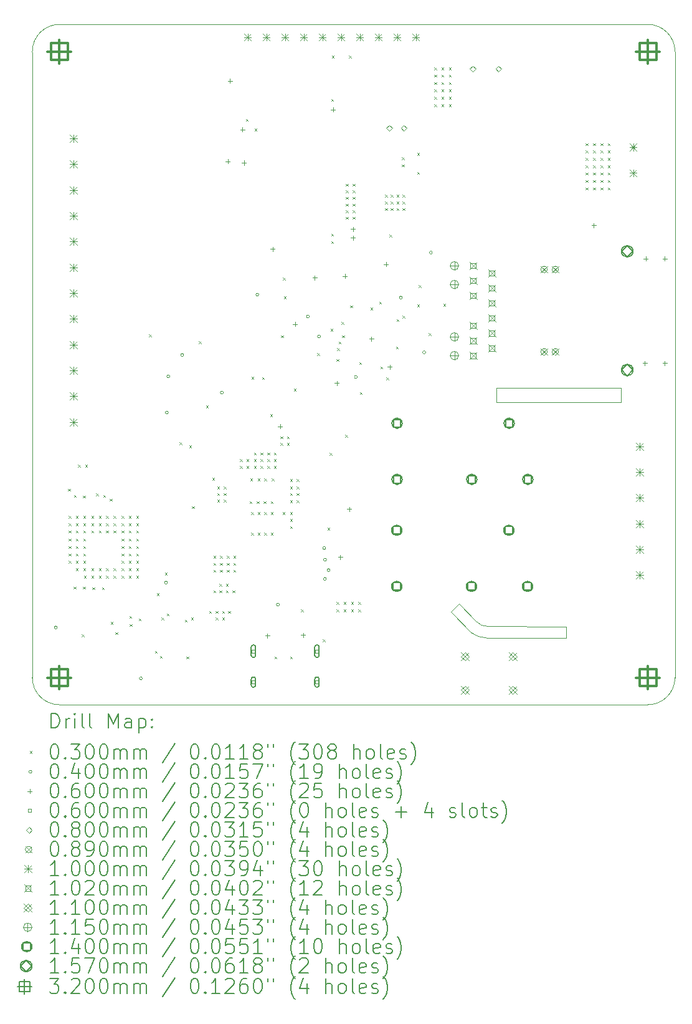
<source format=gbr>
%TF.GenerationSoftware,KiCad,Pcbnew,7.0.8*%
%TF.CreationDate,2024-01-02T14:18:20+01:00*%
%TF.ProjectId,ESP32-POE-Wiegand-Relay-REV-B,45535033-322d-4504-9f45-2d5769656761,rev?*%
%TF.SameCoordinates,Original*%
%TF.FileFunction,Drillmap*%
%TF.FilePolarity,Positive*%
%FSLAX45Y45*%
G04 Gerber Fmt 4.5, Leading zero omitted, Abs format (unit mm)*
G04 Created by KiCad (PCBNEW 7.0.8) date 2024-01-02 14:18:20*
%MOMM*%
%LPD*%
G01*
G04 APERTURE LIST*
%ADD10C,0.100000*%
%ADD11C,0.200000*%
%ADD12C,0.030000*%
%ADD13C,0.040000*%
%ADD14C,0.060000*%
%ADD15C,0.080000*%
%ADD16C,0.089000*%
%ADD17C,0.102000*%
%ADD18C,0.110000*%
%ADD19C,0.115000*%
%ADD20C,0.140000*%
%ADD21C,0.157000*%
%ADD22C,0.320000*%
G04 APERTURE END LIST*
D10*
X26567967Y-2400000D02*
X26567967Y-10900000D01*
X23520000Y-10010000D02*
X23800000Y-10290000D01*
X17832033Y-10900000D02*
X17832033Y-2410000D01*
X25090000Y-10210000D02*
X25090000Y-10360000D01*
X24019691Y-10204136D02*
X25090000Y-10210000D01*
X25090000Y-10360000D02*
X24008740Y-10361620D01*
X26200000Y-11267967D02*
G75*
G03*
X26567967Y-10900000I0J367967D01*
G01*
X23520000Y-10010000D02*
X23630000Y-9900000D01*
X17832033Y-10900000D02*
G75*
G03*
X18200000Y-11267967I367967J0D01*
G01*
X18220658Y-2032477D02*
X26200000Y-2032033D01*
X23630000Y-9900000D02*
X23870000Y-10140000D01*
X23800000Y-10290000D02*
G75*
G03*
X24008740Y-10361620I208740J268380D01*
G01*
X26567967Y-2400000D02*
G75*
G03*
X26200000Y-2032033I-367967J0D01*
G01*
X18220658Y-2032477D02*
G75*
G03*
X17832033Y-2410000I-20658J-367523D01*
G01*
X26200000Y-11267967D02*
X18200000Y-11267967D01*
X24145000Y-6970000D02*
X25835000Y-6970000D01*
X25835000Y-7160000D01*
X24145000Y-7160000D01*
X24145000Y-6970000D01*
X23870000Y-10140000D02*
G75*
G03*
X24019691Y-10204136I140000J120000D01*
G01*
D11*
D12*
X18319180Y-8336820D02*
X18349180Y-8366820D01*
X18349180Y-8336820D02*
X18319180Y-8366820D01*
X18325000Y-8705000D02*
X18355000Y-8735000D01*
X18355000Y-8705000D02*
X18325000Y-8735000D01*
X18325000Y-8805000D02*
X18355000Y-8835000D01*
X18355000Y-8805000D02*
X18325000Y-8835000D01*
X18325000Y-8905000D02*
X18355000Y-8935000D01*
X18355000Y-8905000D02*
X18325000Y-8935000D01*
X18325000Y-9015000D02*
X18355000Y-9045000D01*
X18355000Y-9015000D02*
X18325000Y-9045000D01*
X18325000Y-9115000D02*
X18355000Y-9145000D01*
X18355000Y-9115000D02*
X18325000Y-9145000D01*
X18325000Y-9215000D02*
X18355000Y-9245000D01*
X18355000Y-9215000D02*
X18325000Y-9245000D01*
X18325000Y-9315000D02*
X18355000Y-9345000D01*
X18355000Y-9315000D02*
X18325000Y-9345000D01*
X18395000Y-9665000D02*
X18425000Y-9695000D01*
X18425000Y-9665000D02*
X18395000Y-9695000D01*
X18400000Y-8420000D02*
X18430000Y-8450000D01*
X18430000Y-8420000D02*
X18400000Y-8450000D01*
X18425000Y-8705000D02*
X18455000Y-8735000D01*
X18455000Y-8705000D02*
X18425000Y-8735000D01*
X18425000Y-8805000D02*
X18455000Y-8835000D01*
X18455000Y-8805000D02*
X18425000Y-8835000D01*
X18425000Y-8905000D02*
X18455000Y-8935000D01*
X18455000Y-8905000D02*
X18425000Y-8935000D01*
X18425000Y-9015000D02*
X18455000Y-9045000D01*
X18455000Y-9015000D02*
X18425000Y-9045000D01*
X18425000Y-9115000D02*
X18455000Y-9145000D01*
X18455000Y-9115000D02*
X18425000Y-9145000D01*
X18425000Y-9215000D02*
X18455000Y-9245000D01*
X18455000Y-9215000D02*
X18425000Y-9245000D01*
X18425000Y-9315000D02*
X18455000Y-9345000D01*
X18455000Y-9315000D02*
X18425000Y-9345000D01*
X18425000Y-9415000D02*
X18455000Y-9445000D01*
X18455000Y-9415000D02*
X18425000Y-9445000D01*
X18454660Y-8009950D02*
X18484660Y-8039950D01*
X18484660Y-8009950D02*
X18454660Y-8039950D01*
X18505000Y-10315000D02*
X18535000Y-10345000D01*
X18535000Y-10315000D02*
X18505000Y-10345000D01*
X18520000Y-8430000D02*
X18550000Y-8460000D01*
X18550000Y-8430000D02*
X18520000Y-8460000D01*
X18520000Y-9664750D02*
X18550000Y-9694750D01*
X18550000Y-9664750D02*
X18520000Y-9694750D01*
X18525000Y-8705000D02*
X18555000Y-8735000D01*
X18555000Y-8705000D02*
X18525000Y-8735000D01*
X18525000Y-8805000D02*
X18555000Y-8835000D01*
X18555000Y-8805000D02*
X18525000Y-8835000D01*
X18525000Y-8905000D02*
X18555000Y-8935000D01*
X18555000Y-8905000D02*
X18525000Y-8935000D01*
X18525000Y-9015000D02*
X18555000Y-9045000D01*
X18555000Y-9015000D02*
X18525000Y-9045000D01*
X18525000Y-9115000D02*
X18555000Y-9145000D01*
X18555000Y-9115000D02*
X18525000Y-9145000D01*
X18525000Y-9215000D02*
X18555000Y-9245000D01*
X18555000Y-9215000D02*
X18525000Y-9245000D01*
X18525000Y-9315000D02*
X18555000Y-9345000D01*
X18555000Y-9315000D02*
X18525000Y-9345000D01*
X18525000Y-9415000D02*
X18555000Y-9445000D01*
X18555000Y-9415000D02*
X18525000Y-9445000D01*
X18535000Y-9515000D02*
X18565000Y-9545000D01*
X18565000Y-9515000D02*
X18535000Y-9545000D01*
X18550000Y-8010000D02*
X18580000Y-8040000D01*
X18580000Y-8010000D02*
X18550000Y-8040000D01*
X18635000Y-8705000D02*
X18665000Y-8735000D01*
X18665000Y-8705000D02*
X18635000Y-8735000D01*
X18635000Y-8805000D02*
X18665000Y-8835000D01*
X18665000Y-8805000D02*
X18635000Y-8835000D01*
X18635000Y-8905000D02*
X18665000Y-8935000D01*
X18665000Y-8905000D02*
X18635000Y-8935000D01*
X18635000Y-9415000D02*
X18665000Y-9445000D01*
X18665000Y-9415000D02*
X18635000Y-9445000D01*
X18635000Y-9515000D02*
X18665000Y-9545000D01*
X18665000Y-9515000D02*
X18635000Y-9545000D01*
X18650000Y-9674750D02*
X18680000Y-9704750D01*
X18680000Y-9674750D02*
X18650000Y-9704750D01*
X18700000Y-8400000D02*
X18730000Y-8430000D01*
X18730000Y-8400000D02*
X18700000Y-8430000D01*
X18735000Y-8705000D02*
X18765000Y-8735000D01*
X18765000Y-8705000D02*
X18735000Y-8735000D01*
X18735000Y-8805000D02*
X18765000Y-8835000D01*
X18765000Y-8805000D02*
X18735000Y-8835000D01*
X18735000Y-8905000D02*
X18765000Y-8935000D01*
X18765000Y-8905000D02*
X18735000Y-8935000D01*
X18735000Y-9415000D02*
X18765000Y-9445000D01*
X18765000Y-9415000D02*
X18735000Y-9445000D01*
X18735000Y-9515000D02*
X18765000Y-9545000D01*
X18765000Y-9515000D02*
X18735000Y-9545000D01*
X18780000Y-9674750D02*
X18810000Y-9704750D01*
X18810000Y-9674750D02*
X18780000Y-9704750D01*
X18795000Y-8422450D02*
X18825000Y-8452450D01*
X18825000Y-8422450D02*
X18795000Y-8452450D01*
X18835000Y-8705000D02*
X18865000Y-8735000D01*
X18865000Y-8705000D02*
X18835000Y-8735000D01*
X18835000Y-8805000D02*
X18865000Y-8835000D01*
X18865000Y-8805000D02*
X18835000Y-8835000D01*
X18835000Y-8905000D02*
X18865000Y-8935000D01*
X18865000Y-8905000D02*
X18835000Y-8935000D01*
X18835000Y-9415000D02*
X18865000Y-9445000D01*
X18865000Y-9415000D02*
X18835000Y-9445000D01*
X18835000Y-9515000D02*
X18865000Y-9545000D01*
X18865000Y-9515000D02*
X18835000Y-9545000D01*
X18885000Y-8470000D02*
X18915000Y-8500000D01*
X18915000Y-8470000D02*
X18885000Y-8500000D01*
X18897000Y-10144000D02*
X18927000Y-10174000D01*
X18927000Y-10144000D02*
X18897000Y-10174000D01*
X18935000Y-8705000D02*
X18965000Y-8735000D01*
X18965000Y-8705000D02*
X18935000Y-8735000D01*
X18935000Y-8805000D02*
X18965000Y-8835000D01*
X18965000Y-8805000D02*
X18935000Y-8835000D01*
X18935000Y-8905000D02*
X18965000Y-8935000D01*
X18965000Y-8905000D02*
X18935000Y-8935000D01*
X18935000Y-9415000D02*
X18965000Y-9445000D01*
X18965000Y-9415000D02*
X18935000Y-9445000D01*
X18935000Y-9515000D02*
X18965000Y-9545000D01*
X18965000Y-9515000D02*
X18935000Y-9545000D01*
X18960644Y-10285356D02*
X18990644Y-10315356D01*
X18990644Y-10285356D02*
X18960644Y-10315356D01*
X19045000Y-8705000D02*
X19075000Y-8735000D01*
X19075000Y-8705000D02*
X19045000Y-8735000D01*
X19045000Y-8805000D02*
X19075000Y-8835000D01*
X19075000Y-8805000D02*
X19045000Y-8835000D01*
X19045000Y-8905000D02*
X19075000Y-8935000D01*
X19075000Y-8905000D02*
X19045000Y-8935000D01*
X19045000Y-9015000D02*
X19075000Y-9045000D01*
X19075000Y-9015000D02*
X19045000Y-9045000D01*
X19045000Y-9115000D02*
X19075000Y-9145000D01*
X19075000Y-9115000D02*
X19045000Y-9145000D01*
X19045000Y-9215000D02*
X19075000Y-9245000D01*
X19075000Y-9215000D02*
X19045000Y-9245000D01*
X19045000Y-9315000D02*
X19075000Y-9345000D01*
X19075000Y-9315000D02*
X19045000Y-9345000D01*
X19045000Y-9415000D02*
X19075000Y-9445000D01*
X19075000Y-9415000D02*
X19045000Y-9445000D01*
X19045000Y-9515000D02*
X19075000Y-9545000D01*
X19075000Y-9515000D02*
X19045000Y-9545000D01*
X19145000Y-8705000D02*
X19175000Y-8735000D01*
X19175000Y-8705000D02*
X19145000Y-8735000D01*
X19145000Y-8805000D02*
X19175000Y-8835000D01*
X19175000Y-8805000D02*
X19145000Y-8835000D01*
X19145000Y-8905000D02*
X19175000Y-8935000D01*
X19175000Y-8905000D02*
X19145000Y-8935000D01*
X19145000Y-9015000D02*
X19175000Y-9045000D01*
X19175000Y-9015000D02*
X19145000Y-9045000D01*
X19145000Y-9115000D02*
X19175000Y-9145000D01*
X19175000Y-9115000D02*
X19145000Y-9145000D01*
X19145000Y-9215000D02*
X19175000Y-9245000D01*
X19175000Y-9215000D02*
X19145000Y-9245000D01*
X19145000Y-9315000D02*
X19175000Y-9345000D01*
X19175000Y-9315000D02*
X19145000Y-9345000D01*
X19145000Y-9415000D02*
X19175000Y-9445000D01*
X19175000Y-9415000D02*
X19145000Y-9445000D01*
X19145000Y-9515000D02*
X19175000Y-9545000D01*
X19175000Y-9515000D02*
X19145000Y-9545000D01*
X19152000Y-10065000D02*
X19182000Y-10095000D01*
X19182000Y-10065000D02*
X19152000Y-10095000D01*
X19155000Y-10175000D02*
X19185000Y-10205000D01*
X19185000Y-10175000D02*
X19155000Y-10205000D01*
X19245000Y-8705000D02*
X19275000Y-8735000D01*
X19275000Y-8705000D02*
X19245000Y-8735000D01*
X19245000Y-8805000D02*
X19275000Y-8835000D01*
X19275000Y-8805000D02*
X19245000Y-8835000D01*
X19245000Y-8905000D02*
X19275000Y-8935000D01*
X19275000Y-8905000D02*
X19245000Y-8935000D01*
X19245000Y-9015000D02*
X19275000Y-9045000D01*
X19275000Y-9015000D02*
X19245000Y-9045000D01*
X19245000Y-9115000D02*
X19275000Y-9145000D01*
X19275000Y-9115000D02*
X19245000Y-9145000D01*
X19245000Y-9215000D02*
X19275000Y-9245000D01*
X19275000Y-9215000D02*
X19245000Y-9245000D01*
X19245000Y-9315000D02*
X19275000Y-9345000D01*
X19275000Y-9315000D02*
X19245000Y-9345000D01*
X19245000Y-9415000D02*
X19275000Y-9445000D01*
X19275000Y-9415000D02*
X19245000Y-9445000D01*
X19245000Y-9515000D02*
X19275000Y-9545000D01*
X19275000Y-9515000D02*
X19245000Y-9545000D01*
X19279000Y-10097450D02*
X19309000Y-10127450D01*
X19309000Y-10097450D02*
X19279000Y-10127450D01*
X19420000Y-6240000D02*
X19450000Y-6270000D01*
X19450000Y-6240000D02*
X19420000Y-6270000D01*
X19500000Y-10537450D02*
X19530000Y-10567450D01*
X19530000Y-10537450D02*
X19500000Y-10567450D01*
X19525000Y-9755000D02*
X19555000Y-9785000D01*
X19555000Y-9755000D02*
X19525000Y-9785000D01*
X19565000Y-10605000D02*
X19595000Y-10635000D01*
X19595000Y-10605000D02*
X19565000Y-10635000D01*
X19587619Y-10082550D02*
X19617619Y-10112550D01*
X19617619Y-10082550D02*
X19587619Y-10112550D01*
X19635000Y-9475000D02*
X19665000Y-9505000D01*
X19665000Y-9475000D02*
X19635000Y-9505000D01*
X19660000Y-10027600D02*
X19690000Y-10057600D01*
X19690000Y-10027600D02*
X19660000Y-10057600D01*
X19835050Y-7705000D02*
X19865050Y-7735000D01*
X19865050Y-7705000D02*
X19835050Y-7735000D01*
X19905000Y-10115000D02*
X19935000Y-10145000D01*
X19935000Y-10115000D02*
X19905000Y-10145000D01*
X19925000Y-10615000D02*
X19955000Y-10645000D01*
X19955000Y-10615000D02*
X19925000Y-10645000D01*
X19965000Y-7747450D02*
X19995000Y-7777450D01*
X19995000Y-7747450D02*
X19965000Y-7777450D01*
X19990000Y-10085000D02*
X20020000Y-10115000D01*
X20020000Y-10085000D02*
X19990000Y-10115000D01*
X20002000Y-8575000D02*
X20032000Y-8605000D01*
X20032000Y-8575000D02*
X20002000Y-8605000D01*
X20095000Y-6332550D02*
X20125000Y-6362550D01*
X20125000Y-6332550D02*
X20095000Y-6362550D01*
X20195000Y-7205000D02*
X20225000Y-7235000D01*
X20225000Y-7205000D02*
X20195000Y-7235000D01*
X20235000Y-9995000D02*
X20265000Y-10025000D01*
X20265000Y-9995000D02*
X20235000Y-10025000D01*
X20277450Y-8186000D02*
X20307450Y-8216000D01*
X20307450Y-8186000D02*
X20277450Y-8216000D01*
X20295000Y-9245000D02*
X20325000Y-9275000D01*
X20325000Y-9245000D02*
X20295000Y-9275000D01*
X20295000Y-9345000D02*
X20325000Y-9375000D01*
X20325000Y-9345000D02*
X20295000Y-9375000D01*
X20295000Y-9435000D02*
X20325000Y-9465000D01*
X20325000Y-9435000D02*
X20295000Y-9465000D01*
X20295000Y-9715000D02*
X20325000Y-9745000D01*
X20325000Y-9715000D02*
X20295000Y-9745000D01*
X20325000Y-9995000D02*
X20355000Y-10025000D01*
X20355000Y-9995000D02*
X20325000Y-10025000D01*
X20325000Y-10085000D02*
X20355000Y-10115000D01*
X20355000Y-10085000D02*
X20325000Y-10115000D01*
X20345000Y-8305000D02*
X20375000Y-8335000D01*
X20375000Y-8305000D02*
X20345000Y-8335000D01*
X20345000Y-8395000D02*
X20375000Y-8425000D01*
X20375000Y-8395000D02*
X20345000Y-8425000D01*
X20345000Y-8485000D02*
X20375000Y-8515000D01*
X20375000Y-8485000D02*
X20345000Y-8515000D01*
X20375000Y-9625000D02*
X20405000Y-9655000D01*
X20405000Y-9625000D02*
X20375000Y-9655000D01*
X20375000Y-9715000D02*
X20405000Y-9745000D01*
X20405000Y-9715000D02*
X20375000Y-9745000D01*
X20385000Y-9245000D02*
X20415000Y-9275000D01*
X20415000Y-9245000D02*
X20385000Y-9275000D01*
X20385000Y-9345000D02*
X20415000Y-9375000D01*
X20415000Y-9345000D02*
X20385000Y-9375000D01*
X20385000Y-9435000D02*
X20415000Y-9465000D01*
X20415000Y-9435000D02*
X20385000Y-9465000D01*
X20415000Y-9995000D02*
X20445000Y-10025000D01*
X20445000Y-9995000D02*
X20415000Y-10025000D01*
X20415000Y-10085000D02*
X20445000Y-10115000D01*
X20445000Y-10085000D02*
X20415000Y-10115000D01*
X20435000Y-8305000D02*
X20465000Y-8335000D01*
X20465000Y-8305000D02*
X20435000Y-8335000D01*
X20435000Y-8395000D02*
X20465000Y-8425000D01*
X20465000Y-8395000D02*
X20435000Y-8425000D01*
X20435000Y-8485000D02*
X20465000Y-8515000D01*
X20465000Y-8485000D02*
X20435000Y-8515000D01*
X20465000Y-9625000D02*
X20495000Y-9655000D01*
X20495000Y-9625000D02*
X20465000Y-9655000D01*
X20465000Y-9715000D02*
X20495000Y-9745000D01*
X20495000Y-9715000D02*
X20465000Y-9745000D01*
X20475000Y-9245000D02*
X20505000Y-9275000D01*
X20505000Y-9245000D02*
X20475000Y-9275000D01*
X20475000Y-9345000D02*
X20505000Y-9375000D01*
X20505000Y-9345000D02*
X20475000Y-9375000D01*
X20475000Y-9435000D02*
X20505000Y-9465000D01*
X20505000Y-9435000D02*
X20475000Y-9465000D01*
X20495000Y-9995000D02*
X20525000Y-10025000D01*
X20525000Y-9995000D02*
X20495000Y-10025000D01*
X20555000Y-9715000D02*
X20585000Y-9745000D01*
X20585000Y-9715000D02*
X20555000Y-9745000D01*
X20565000Y-9245000D02*
X20595000Y-9275000D01*
X20595000Y-9245000D02*
X20565000Y-9275000D01*
X20565000Y-9345000D02*
X20595000Y-9375000D01*
X20595000Y-9345000D02*
X20565000Y-9375000D01*
X20565000Y-9435000D02*
X20595000Y-9465000D01*
X20595000Y-9435000D02*
X20565000Y-9465000D01*
X20655000Y-7935000D02*
X20685000Y-7965000D01*
X20685000Y-7935000D02*
X20655000Y-7965000D01*
X20655000Y-8025000D02*
X20685000Y-8055000D01*
X20685000Y-8025000D02*
X20655000Y-8055000D01*
X20735000Y-3315000D02*
X20765000Y-3345000D01*
X20765000Y-3315000D02*
X20735000Y-3345000D01*
X20745000Y-7935000D02*
X20775000Y-7965000D01*
X20775000Y-7935000D02*
X20745000Y-7965000D01*
X20745000Y-8025000D02*
X20775000Y-8055000D01*
X20775000Y-8025000D02*
X20745000Y-8055000D01*
X20785000Y-8505000D02*
X20815000Y-8535000D01*
X20815000Y-8505000D02*
X20785000Y-8535000D01*
X20795000Y-8195000D02*
X20825000Y-8225000D01*
X20825000Y-8195000D02*
X20795000Y-8225000D01*
X20805000Y-8655000D02*
X20835000Y-8685000D01*
X20835000Y-8655000D02*
X20805000Y-8685000D01*
X20805000Y-8935000D02*
X20835000Y-8965000D01*
X20835000Y-8935000D02*
X20805000Y-8965000D01*
X20811535Y-6818535D02*
X20841535Y-6848535D01*
X20841535Y-6818535D02*
X20811535Y-6848535D01*
X20845000Y-7845000D02*
X20875000Y-7875000D01*
X20875000Y-7845000D02*
X20845000Y-7875000D01*
X20845000Y-7935000D02*
X20875000Y-7965000D01*
X20875000Y-7935000D02*
X20845000Y-7965000D01*
X20845000Y-8025000D02*
X20875000Y-8055000D01*
X20875000Y-8025000D02*
X20845000Y-8055000D01*
X20855000Y-3445000D02*
X20885000Y-3475000D01*
X20885000Y-3445000D02*
X20855000Y-3475000D01*
X20885000Y-8505000D02*
X20915000Y-8535000D01*
X20915000Y-8505000D02*
X20885000Y-8535000D01*
X20895000Y-8195000D02*
X20925000Y-8225000D01*
X20925000Y-8195000D02*
X20895000Y-8225000D01*
X20895000Y-8655000D02*
X20925000Y-8685000D01*
X20925000Y-8655000D02*
X20895000Y-8685000D01*
X20895000Y-8935000D02*
X20925000Y-8965000D01*
X20925000Y-8935000D02*
X20895000Y-8965000D01*
X20935000Y-7845000D02*
X20965000Y-7875000D01*
X20965000Y-7845000D02*
X20935000Y-7875000D01*
X20935000Y-7935000D02*
X20965000Y-7965000D01*
X20965000Y-7935000D02*
X20935000Y-7965000D01*
X20935000Y-8025000D02*
X20965000Y-8055000D01*
X20965000Y-8025000D02*
X20935000Y-8055000D01*
X20954000Y-6819000D02*
X20984000Y-6849000D01*
X20984000Y-6819000D02*
X20954000Y-6849000D01*
X20975000Y-8505000D02*
X21005000Y-8535000D01*
X21005000Y-8505000D02*
X20975000Y-8535000D01*
X20985000Y-8195000D02*
X21015000Y-8225000D01*
X21015000Y-8195000D02*
X20985000Y-8225000D01*
X20985000Y-8655000D02*
X21015000Y-8685000D01*
X21015000Y-8655000D02*
X20985000Y-8685000D01*
X20985000Y-8935000D02*
X21015000Y-8965000D01*
X21015000Y-8935000D02*
X20985000Y-8965000D01*
X21025000Y-7845000D02*
X21055000Y-7875000D01*
X21055000Y-7845000D02*
X21025000Y-7875000D01*
X21025000Y-7935000D02*
X21055000Y-7965000D01*
X21055000Y-7935000D02*
X21025000Y-7965000D01*
X21025000Y-8025000D02*
X21055000Y-8055000D01*
X21055000Y-8025000D02*
X21025000Y-8055000D01*
X21065000Y-7325000D02*
X21095000Y-7355000D01*
X21095000Y-7325000D02*
X21065000Y-7355000D01*
X21075000Y-8505000D02*
X21105000Y-8535000D01*
X21105000Y-8505000D02*
X21075000Y-8535000D01*
X21075000Y-8655000D02*
X21105000Y-8685000D01*
X21105000Y-8655000D02*
X21075000Y-8685000D01*
X21075000Y-8935000D02*
X21105000Y-8965000D01*
X21105000Y-8935000D02*
X21075000Y-8965000D01*
X21085000Y-8195000D02*
X21115000Y-8225000D01*
X21115000Y-8195000D02*
X21085000Y-8225000D01*
X21115000Y-7845000D02*
X21145000Y-7875000D01*
X21145000Y-7845000D02*
X21115000Y-7875000D01*
X21115000Y-7935000D02*
X21145000Y-7965000D01*
X21145000Y-7935000D02*
X21115000Y-7965000D01*
X21115000Y-8025000D02*
X21145000Y-8055000D01*
X21145000Y-8025000D02*
X21115000Y-8055000D01*
X21125000Y-10615000D02*
X21155000Y-10645000D01*
X21155000Y-10615000D02*
X21125000Y-10645000D01*
X21205000Y-7625000D02*
X21235000Y-7655000D01*
X21235000Y-7625000D02*
X21205000Y-7655000D01*
X21205000Y-7715000D02*
X21235000Y-7745000D01*
X21235000Y-7715000D02*
X21205000Y-7745000D01*
X21215000Y-6255000D02*
X21245000Y-6285000D01*
X21245000Y-6255000D02*
X21215000Y-6285000D01*
X21235000Y-8655000D02*
X21265000Y-8685000D01*
X21265000Y-8655000D02*
X21235000Y-8685000D01*
X21240000Y-5468000D02*
X21270000Y-5498000D01*
X21270000Y-5468000D02*
X21240000Y-5498000D01*
X21250000Y-5722000D02*
X21280000Y-5752000D01*
X21280000Y-5722000D02*
X21250000Y-5752000D01*
X21295000Y-7625000D02*
X21325000Y-7655000D01*
X21325000Y-7625000D02*
X21295000Y-7655000D01*
X21295000Y-7715000D02*
X21325000Y-7745000D01*
X21325000Y-7715000D02*
X21295000Y-7745000D01*
X21335000Y-8205000D02*
X21365000Y-8235000D01*
X21365000Y-8205000D02*
X21335000Y-8235000D01*
X21335000Y-8305000D02*
X21365000Y-8335000D01*
X21365000Y-8305000D02*
X21335000Y-8335000D01*
X21335000Y-8395000D02*
X21365000Y-8425000D01*
X21365000Y-8395000D02*
X21335000Y-8425000D01*
X21335000Y-8495000D02*
X21365000Y-8525000D01*
X21365000Y-8495000D02*
X21335000Y-8525000D01*
X21335000Y-8655000D02*
X21365000Y-8685000D01*
X21365000Y-8655000D02*
X21335000Y-8685000D01*
X21335000Y-8745000D02*
X21365000Y-8775000D01*
X21365000Y-8745000D02*
X21335000Y-8775000D01*
X21335000Y-8845000D02*
X21365000Y-8875000D01*
X21365000Y-8845000D02*
X21335000Y-8875000D01*
X21335000Y-10615000D02*
X21365000Y-10645000D01*
X21365000Y-10615000D02*
X21335000Y-10645000D01*
X21385000Y-6975000D02*
X21415000Y-7005000D01*
X21415000Y-6975000D02*
X21385000Y-7005000D01*
X21425000Y-8205000D02*
X21455000Y-8235000D01*
X21455000Y-8205000D02*
X21425000Y-8235000D01*
X21425000Y-8305000D02*
X21455000Y-8335000D01*
X21455000Y-8305000D02*
X21425000Y-8335000D01*
X21425000Y-8395000D02*
X21455000Y-8425000D01*
X21455000Y-8395000D02*
X21425000Y-8425000D01*
X21425000Y-8495000D02*
X21455000Y-8525000D01*
X21455000Y-8495000D02*
X21425000Y-8525000D01*
X21485000Y-9975000D02*
X21515000Y-10005000D01*
X21515000Y-9975000D02*
X21485000Y-10005000D01*
X21705000Y-6495000D02*
X21735000Y-6525000D01*
X21735000Y-6495000D02*
X21705000Y-6525000D01*
X21780000Y-10380000D02*
X21810000Y-10410000D01*
X21810000Y-10380000D02*
X21780000Y-10410000D01*
X21845000Y-8865000D02*
X21875000Y-8895000D01*
X21875000Y-8865000D02*
X21845000Y-8895000D01*
X21873000Y-7850000D02*
X21903000Y-7880000D01*
X21903000Y-7850000D02*
X21873000Y-7880000D01*
X21885000Y-6165000D02*
X21915000Y-6195000D01*
X21915000Y-6165000D02*
X21885000Y-6195000D01*
X21895000Y-3045000D02*
X21925000Y-3075000D01*
X21925000Y-3045000D02*
X21895000Y-3075000D01*
X21895000Y-4875000D02*
X21925000Y-4905000D01*
X21925000Y-4875000D02*
X21895000Y-4905000D01*
X21895000Y-4975000D02*
X21925000Y-5005000D01*
X21925000Y-4975000D02*
X21895000Y-5005000D01*
X21905000Y-2455000D02*
X21935000Y-2485000D01*
X21935000Y-2455000D02*
X21905000Y-2485000D01*
X21965000Y-6575000D02*
X21995000Y-6605000D01*
X21995000Y-6575000D02*
X21965000Y-6605000D01*
X21965000Y-9875000D02*
X21995000Y-9905000D01*
X21995000Y-9875000D02*
X21965000Y-9905000D01*
X21965000Y-9975000D02*
X21995000Y-10005000D01*
X21995000Y-9975000D02*
X21965000Y-10005000D01*
X21975000Y-6425000D02*
X22005000Y-6455000D01*
X22005000Y-6425000D02*
X21975000Y-6455000D01*
X21998184Y-6337550D02*
X22028184Y-6367550D01*
X22028184Y-6337550D02*
X21998184Y-6367550D01*
X22034000Y-6072450D02*
X22064000Y-6102450D01*
X22064000Y-6072450D02*
X22034000Y-6102450D01*
X22045099Y-6252450D02*
X22075099Y-6282450D01*
X22075099Y-6252450D02*
X22045099Y-6282450D01*
X22065000Y-9875000D02*
X22095000Y-9905000D01*
X22095000Y-9875000D02*
X22065000Y-9905000D01*
X22065000Y-9975000D02*
X22095000Y-10005000D01*
X22095000Y-9975000D02*
X22065000Y-10005000D01*
X22085000Y-7605000D02*
X22115000Y-7635000D01*
X22115000Y-7605000D02*
X22085000Y-7635000D01*
X22095000Y-4195000D02*
X22125000Y-4225000D01*
X22125000Y-4195000D02*
X22095000Y-4225000D01*
X22095000Y-4285000D02*
X22125000Y-4315000D01*
X22125000Y-4285000D02*
X22095000Y-4315000D01*
X22095000Y-4375000D02*
X22125000Y-4405000D01*
X22125000Y-4375000D02*
X22095000Y-4405000D01*
X22095000Y-4465000D02*
X22125000Y-4495000D01*
X22125000Y-4465000D02*
X22095000Y-4495000D01*
X22095000Y-4555000D02*
X22125000Y-4585000D01*
X22125000Y-4555000D02*
X22095000Y-4585000D01*
X22095000Y-4645000D02*
X22125000Y-4675000D01*
X22125000Y-4645000D02*
X22095000Y-4675000D01*
X22135000Y-2455000D02*
X22165000Y-2485000D01*
X22165000Y-2455000D02*
X22135000Y-2485000D01*
X22155000Y-5845000D02*
X22185000Y-5875000D01*
X22185000Y-5845000D02*
X22155000Y-5875000D01*
X22165000Y-9875000D02*
X22195000Y-9905000D01*
X22195000Y-9875000D02*
X22165000Y-9905000D01*
X22165000Y-9975000D02*
X22195000Y-10005000D01*
X22195000Y-9975000D02*
X22165000Y-10005000D01*
X22185000Y-4195000D02*
X22215000Y-4225000D01*
X22215000Y-4195000D02*
X22185000Y-4225000D01*
X22185000Y-4285000D02*
X22215000Y-4315000D01*
X22215000Y-4285000D02*
X22185000Y-4315000D01*
X22185000Y-4375000D02*
X22215000Y-4405000D01*
X22215000Y-4375000D02*
X22185000Y-4405000D01*
X22185000Y-4465000D02*
X22215000Y-4495000D01*
X22215000Y-4465000D02*
X22185000Y-4495000D01*
X22185000Y-4555000D02*
X22215000Y-4585000D01*
X22215000Y-4555000D02*
X22185000Y-4585000D01*
X22185000Y-4645000D02*
X22215000Y-4675000D01*
X22215000Y-4645000D02*
X22185000Y-4675000D01*
X22265000Y-9875000D02*
X22295000Y-9905000D01*
X22295000Y-9875000D02*
X22265000Y-9905000D01*
X22265000Y-9975000D02*
X22295000Y-10005000D01*
X22295000Y-9975000D02*
X22265000Y-10005000D01*
X22274736Y-6616581D02*
X22304736Y-6646581D01*
X22304736Y-6616581D02*
X22274736Y-6646581D01*
X22285000Y-7025000D02*
X22315000Y-7055000D01*
X22315000Y-7025000D02*
X22285000Y-7055000D01*
X22427450Y-5875000D02*
X22457450Y-5905000D01*
X22457450Y-5875000D02*
X22427450Y-5905000D01*
X22545000Y-5795000D02*
X22575000Y-5825000D01*
X22575000Y-5795000D02*
X22545000Y-5825000D01*
X22565000Y-6675000D02*
X22595000Y-6705000D01*
X22595000Y-6675000D02*
X22565000Y-6705000D01*
X22625000Y-4345000D02*
X22655000Y-4375000D01*
X22655000Y-4345000D02*
X22625000Y-4375000D01*
X22625000Y-4435000D02*
X22655000Y-4465000D01*
X22655000Y-4435000D02*
X22625000Y-4465000D01*
X22625000Y-4525000D02*
X22655000Y-4555000D01*
X22655000Y-4525000D02*
X22625000Y-4555000D01*
X22645000Y-6825000D02*
X22675000Y-6855000D01*
X22675000Y-6825000D02*
X22645000Y-6855000D01*
X22685000Y-4885000D02*
X22715000Y-4915000D01*
X22715000Y-4885000D02*
X22685000Y-4915000D01*
X22705000Y-4345000D02*
X22735000Y-4375000D01*
X22735000Y-4345000D02*
X22705000Y-4375000D01*
X22705000Y-4435000D02*
X22735000Y-4465000D01*
X22735000Y-4435000D02*
X22705000Y-4465000D01*
X22705000Y-4525000D02*
X22735000Y-4555000D01*
X22735000Y-4525000D02*
X22705000Y-4555000D01*
X22775000Y-6405000D02*
X22805000Y-6435000D01*
X22805000Y-6405000D02*
X22775000Y-6435000D01*
X22785000Y-4345000D02*
X22815000Y-4375000D01*
X22815000Y-4345000D02*
X22785000Y-4375000D01*
X22785000Y-4435000D02*
X22815000Y-4465000D01*
X22815000Y-4435000D02*
X22785000Y-4465000D01*
X22785000Y-4525000D02*
X22815000Y-4555000D01*
X22815000Y-4525000D02*
X22785000Y-4555000D01*
X22785000Y-6035000D02*
X22815000Y-6065000D01*
X22815000Y-6035000D02*
X22785000Y-6065000D01*
X22855000Y-3835000D02*
X22885000Y-3865000D01*
X22885000Y-3835000D02*
X22855000Y-3865000D01*
X22855000Y-3935000D02*
X22885000Y-3965000D01*
X22885000Y-3935000D02*
X22855000Y-3965000D01*
X22865000Y-4345000D02*
X22895000Y-4375000D01*
X22895000Y-4345000D02*
X22865000Y-4375000D01*
X22865000Y-4435000D02*
X22895000Y-4465000D01*
X22895000Y-4435000D02*
X22865000Y-4465000D01*
X22865000Y-4525000D02*
X22895000Y-4555000D01*
X22895000Y-4525000D02*
X22865000Y-4555000D01*
X22865000Y-5985000D02*
X22895000Y-6015000D01*
X22895000Y-5985000D02*
X22865000Y-6015000D01*
X23065000Y-3775000D02*
X23095000Y-3805000D01*
X23095000Y-3775000D02*
X23065000Y-3805000D01*
X23065000Y-4035000D02*
X23095000Y-4065000D01*
X23095000Y-4035000D02*
X23065000Y-4065000D01*
X23065000Y-5834000D02*
X23095000Y-5864000D01*
X23095000Y-5834000D02*
X23065000Y-5864000D01*
X23085000Y-5572550D02*
X23115000Y-5602550D01*
X23115000Y-5572550D02*
X23085000Y-5602550D01*
X23220000Y-6225000D02*
X23250000Y-6255000D01*
X23250000Y-6225000D02*
X23220000Y-6255000D01*
X23295000Y-2615000D02*
X23325000Y-2645000D01*
X23325000Y-2615000D02*
X23295000Y-2645000D01*
X23295000Y-2715000D02*
X23325000Y-2745000D01*
X23325000Y-2715000D02*
X23295000Y-2745000D01*
X23295000Y-2815000D02*
X23325000Y-2845000D01*
X23325000Y-2815000D02*
X23295000Y-2845000D01*
X23295000Y-2915000D02*
X23325000Y-2945000D01*
X23325000Y-2915000D02*
X23295000Y-2945000D01*
X23295000Y-3015000D02*
X23325000Y-3045000D01*
X23325000Y-3015000D02*
X23295000Y-3045000D01*
X23295000Y-3115000D02*
X23325000Y-3145000D01*
X23325000Y-3115000D02*
X23295000Y-3145000D01*
X23395000Y-2615000D02*
X23425000Y-2645000D01*
X23425000Y-2615000D02*
X23395000Y-2645000D01*
X23395000Y-2715000D02*
X23425000Y-2745000D01*
X23425000Y-2715000D02*
X23395000Y-2745000D01*
X23395000Y-2815000D02*
X23425000Y-2845000D01*
X23425000Y-2815000D02*
X23395000Y-2845000D01*
X23395000Y-2915000D02*
X23425000Y-2945000D01*
X23425000Y-2915000D02*
X23395000Y-2945000D01*
X23395000Y-3015000D02*
X23425000Y-3045000D01*
X23425000Y-3015000D02*
X23395000Y-3045000D01*
X23395000Y-3115000D02*
X23425000Y-3145000D01*
X23425000Y-3115000D02*
X23395000Y-3145000D01*
X23420000Y-5825000D02*
X23450000Y-5855000D01*
X23450000Y-5825000D02*
X23420000Y-5855000D01*
X23495000Y-2615000D02*
X23525000Y-2645000D01*
X23525000Y-2615000D02*
X23495000Y-2645000D01*
X23495000Y-2715000D02*
X23525000Y-2745000D01*
X23525000Y-2715000D02*
X23495000Y-2745000D01*
X23495000Y-2815000D02*
X23525000Y-2845000D01*
X23525000Y-2815000D02*
X23495000Y-2845000D01*
X23495000Y-2915000D02*
X23525000Y-2945000D01*
X23525000Y-2915000D02*
X23495000Y-2945000D01*
X23495000Y-3015000D02*
X23525000Y-3045000D01*
X23525000Y-3015000D02*
X23495000Y-3045000D01*
X23495000Y-3115000D02*
X23525000Y-3145000D01*
X23525000Y-3115000D02*
X23495000Y-3145000D01*
X25355000Y-3645000D02*
X25385000Y-3675000D01*
X25385000Y-3645000D02*
X25355000Y-3675000D01*
X25355000Y-3745000D02*
X25385000Y-3775000D01*
X25385000Y-3745000D02*
X25355000Y-3775000D01*
X25355000Y-3845000D02*
X25385000Y-3875000D01*
X25385000Y-3845000D02*
X25355000Y-3875000D01*
X25355000Y-3945000D02*
X25385000Y-3975000D01*
X25385000Y-3945000D02*
X25355000Y-3975000D01*
X25355000Y-4045000D02*
X25385000Y-4075000D01*
X25385000Y-4045000D02*
X25355000Y-4075000D01*
X25355000Y-4145000D02*
X25385000Y-4175000D01*
X25385000Y-4145000D02*
X25355000Y-4175000D01*
X25355000Y-4245000D02*
X25385000Y-4275000D01*
X25385000Y-4245000D02*
X25355000Y-4275000D01*
X25455000Y-3645000D02*
X25485000Y-3675000D01*
X25485000Y-3645000D02*
X25455000Y-3675000D01*
X25455000Y-3745000D02*
X25485000Y-3775000D01*
X25485000Y-3745000D02*
X25455000Y-3775000D01*
X25455000Y-3845000D02*
X25485000Y-3875000D01*
X25485000Y-3845000D02*
X25455000Y-3875000D01*
X25455000Y-3945000D02*
X25485000Y-3975000D01*
X25485000Y-3945000D02*
X25455000Y-3975000D01*
X25455000Y-4045000D02*
X25485000Y-4075000D01*
X25485000Y-4045000D02*
X25455000Y-4075000D01*
X25455000Y-4145000D02*
X25485000Y-4175000D01*
X25485000Y-4145000D02*
X25455000Y-4175000D01*
X25455000Y-4245000D02*
X25485000Y-4275000D01*
X25485000Y-4245000D02*
X25455000Y-4275000D01*
X25555000Y-3645000D02*
X25585000Y-3675000D01*
X25585000Y-3645000D02*
X25555000Y-3675000D01*
X25555000Y-3745000D02*
X25585000Y-3775000D01*
X25585000Y-3745000D02*
X25555000Y-3775000D01*
X25555000Y-3845000D02*
X25585000Y-3875000D01*
X25585000Y-3845000D02*
X25555000Y-3875000D01*
X25555000Y-3945000D02*
X25585000Y-3975000D01*
X25585000Y-3945000D02*
X25555000Y-3975000D01*
X25555000Y-4045000D02*
X25585000Y-4075000D01*
X25585000Y-4045000D02*
X25555000Y-4075000D01*
X25555000Y-4145000D02*
X25585000Y-4175000D01*
X25585000Y-4145000D02*
X25555000Y-4175000D01*
X25555000Y-4245000D02*
X25585000Y-4275000D01*
X25585000Y-4245000D02*
X25555000Y-4275000D01*
X25655000Y-3645000D02*
X25685000Y-3675000D01*
X25685000Y-3645000D02*
X25655000Y-3675000D01*
X25655000Y-3745000D02*
X25685000Y-3775000D01*
X25685000Y-3745000D02*
X25655000Y-3775000D01*
X25655000Y-3845000D02*
X25685000Y-3875000D01*
X25685000Y-3845000D02*
X25655000Y-3875000D01*
X25655000Y-3945000D02*
X25685000Y-3975000D01*
X25685000Y-3945000D02*
X25655000Y-3975000D01*
X25655000Y-4045000D02*
X25685000Y-4075000D01*
X25685000Y-4045000D02*
X25655000Y-4075000D01*
X25655000Y-4145000D02*
X25685000Y-4175000D01*
X25685000Y-4145000D02*
X25655000Y-4175000D01*
X25655000Y-4245000D02*
X25685000Y-4275000D01*
X25685000Y-4245000D02*
X25655000Y-4275000D01*
D13*
X18170000Y-10220000D02*
G75*
G03*
X18170000Y-10220000I-20000J0D01*
G01*
X19328000Y-10911000D02*
G75*
G03*
X19328000Y-10911000I-20000J0D01*
G01*
X19670000Y-9610000D02*
G75*
G03*
X19670000Y-9610000I-20000J0D01*
G01*
X19680000Y-7300000D02*
G75*
G03*
X19680000Y-7300000I-20000J0D01*
G01*
X19700000Y-6810000D02*
G75*
G03*
X19700000Y-6810000I-20000J0D01*
G01*
X19890000Y-6520000D02*
G75*
G03*
X19890000Y-6520000I-20000J0D01*
G01*
X20430000Y-7030000D02*
G75*
G03*
X20430000Y-7030000I-20000J0D01*
G01*
X20910000Y-5700000D02*
G75*
G03*
X20910000Y-5700000I-20000J0D01*
G01*
X21190147Y-9910147D02*
G75*
G03*
X21190147Y-9910147I-20000J0D01*
G01*
X21598502Y-5998502D02*
G75*
G03*
X21598502Y-5998502I-20000J0D01*
G01*
X21750000Y-6270000D02*
G75*
G03*
X21750000Y-6270000I-20000J0D01*
G01*
X21820000Y-9140000D02*
G75*
G03*
X21820000Y-9140000I-20000J0D01*
G01*
X21830000Y-9300000D02*
G75*
G03*
X21830000Y-9300000I-20000J0D01*
G01*
X21830000Y-9560000D02*
G75*
G03*
X21830000Y-9560000I-20000J0D01*
G01*
X21880000Y-9440000D02*
G75*
G03*
X21880000Y-9440000I-20000J0D01*
G01*
X22250000Y-6820000D02*
G75*
G03*
X22250000Y-6820000I-20000J0D01*
G01*
X22860000Y-5740000D02*
G75*
G03*
X22860000Y-5740000I-20000J0D01*
G01*
X23178341Y-6483341D02*
G75*
G03*
X23178341Y-6483341I-20000J0D01*
G01*
X23270000Y-5130000D02*
G75*
G03*
X23270000Y-5130000I-20000J0D01*
G01*
D14*
X20490000Y-3860000D02*
X20490000Y-3920000D01*
X20460000Y-3890000D02*
X20520000Y-3890000D01*
X20520000Y-2770000D02*
X20520000Y-2830000D01*
X20490000Y-2800000D02*
X20550000Y-2800000D01*
X20690000Y-3430000D02*
X20690000Y-3490000D01*
X20660000Y-3460000D02*
X20720000Y-3460000D01*
X20710000Y-3880000D02*
X20710000Y-3940000D01*
X20680000Y-3910000D02*
X20740000Y-3910000D01*
X21028000Y-10300000D02*
X21028000Y-10360000D01*
X20998000Y-10330000D02*
X21058000Y-10330000D01*
X21100000Y-5050000D02*
X21100000Y-5110000D01*
X21070000Y-5080000D02*
X21130000Y-5080000D01*
X21200000Y-7460000D02*
X21200000Y-7520000D01*
X21170000Y-7490000D02*
X21230000Y-7490000D01*
X21405761Y-6069450D02*
X21405761Y-6129450D01*
X21375761Y-6099450D02*
X21435761Y-6099450D01*
X21515450Y-10290000D02*
X21515450Y-10350000D01*
X21485450Y-10320000D02*
X21545450Y-10320000D01*
X21670000Y-5440000D02*
X21670000Y-5500000D01*
X21640000Y-5470000D02*
X21700000Y-5470000D01*
X21920000Y-3160000D02*
X21920000Y-3220000D01*
X21890000Y-3190000D02*
X21950000Y-3190000D01*
X21970000Y-6872450D02*
X21970000Y-6932450D01*
X21940000Y-6902450D02*
X22000000Y-6902450D01*
X22017731Y-9234395D02*
X22017731Y-9294395D01*
X21987731Y-9264395D02*
X22047731Y-9264395D01*
X22080000Y-5420000D02*
X22080000Y-5480000D01*
X22050000Y-5450000D02*
X22110000Y-5450000D01*
X22140000Y-8580000D02*
X22140000Y-8640000D01*
X22110000Y-8610000D02*
X22170000Y-8610000D01*
X22190000Y-4780000D02*
X22190000Y-4840000D01*
X22160000Y-4810000D02*
X22220000Y-4810000D01*
X22190000Y-4900000D02*
X22190000Y-4960000D01*
X22160000Y-4930000D02*
X22220000Y-4930000D01*
X22440000Y-6270000D02*
X22440000Y-6330000D01*
X22410000Y-6300000D02*
X22470000Y-6300000D01*
X22640000Y-5260000D02*
X22640000Y-5320000D01*
X22610000Y-5290000D02*
X22670000Y-5290000D01*
X22690000Y-6650000D02*
X22690000Y-6710000D01*
X22660000Y-6680000D02*
X22720000Y-6680000D01*
X25465000Y-4730000D02*
X25465000Y-4790000D01*
X25435000Y-4760000D02*
X25495000Y-4760000D01*
X26160000Y-6600000D02*
X26160000Y-6660000D01*
X26130000Y-6630000D02*
X26190000Y-6630000D01*
X26170000Y-5180000D02*
X26170000Y-5240000D01*
X26140000Y-5210000D02*
X26200000Y-5210000D01*
X26430000Y-5180000D02*
X26430000Y-5240000D01*
X26400000Y-5210000D02*
X26460000Y-5210000D01*
X26430000Y-6600000D02*
X26430000Y-6660000D01*
X26400000Y-6630000D02*
X26460000Y-6630000D01*
X20859213Y-10562213D02*
X20859213Y-10519787D01*
X20816787Y-10519787D01*
X20816787Y-10562213D01*
X20859213Y-10562213D01*
D11*
X20808000Y-10486000D02*
X20808000Y-10596000D01*
X20808000Y-10596000D02*
G75*
G03*
X20868000Y-10596000I30000J0D01*
G01*
X20868000Y-10596000D02*
X20868000Y-10486000D01*
X20868000Y-10486000D02*
G75*
G03*
X20808000Y-10486000I-30000J0D01*
G01*
D14*
X20859213Y-10982213D02*
X20859213Y-10939787D01*
X20816787Y-10939787D01*
X20816787Y-10982213D01*
X20859213Y-10982213D01*
D11*
X20808000Y-10921000D02*
X20808000Y-11001000D01*
X20808000Y-11001000D02*
G75*
G03*
X20868000Y-11001000I30000J0D01*
G01*
X20868000Y-11001000D02*
X20868000Y-10921000D01*
X20868000Y-10921000D02*
G75*
G03*
X20808000Y-10921000I-30000J0D01*
G01*
D14*
X21723213Y-10562213D02*
X21723213Y-10519787D01*
X21680787Y-10519787D01*
X21680787Y-10562213D01*
X21723213Y-10562213D01*
D11*
X21672000Y-10486000D02*
X21672000Y-10596000D01*
X21672000Y-10596000D02*
G75*
G03*
X21732000Y-10596000I30000J0D01*
G01*
X21732000Y-10596000D02*
X21732000Y-10486000D01*
X21732000Y-10486000D02*
G75*
G03*
X21672000Y-10486000I-30000J0D01*
G01*
D14*
X21723213Y-10982213D02*
X21723213Y-10939787D01*
X21680787Y-10939787D01*
X21680787Y-10982213D01*
X21723213Y-10982213D01*
D11*
X21672000Y-10921000D02*
X21672000Y-11001000D01*
X21672000Y-11001000D02*
G75*
G03*
X21732000Y-11001000I30000J0D01*
G01*
X21732000Y-11001000D02*
X21732000Y-10921000D01*
X21732000Y-10921000D02*
G75*
G03*
X21672000Y-10921000I-30000J0D01*
G01*
D15*
X22682762Y-3480000D02*
X22722762Y-3440000D01*
X22682762Y-3400000D01*
X22642762Y-3440000D01*
X22682762Y-3480000D01*
X22882762Y-3480000D02*
X22922762Y-3440000D01*
X22882762Y-3400000D01*
X22842762Y-3440000D01*
X22882762Y-3480000D01*
X23820265Y-2675000D02*
X23860265Y-2635000D01*
X23820265Y-2595000D01*
X23780265Y-2635000D01*
X23820265Y-2675000D01*
X24170265Y-2675000D02*
X24210265Y-2635000D01*
X24170265Y-2595000D01*
X24130265Y-2635000D01*
X24170265Y-2675000D01*
D16*
X24744500Y-5314500D02*
X24833500Y-5403500D01*
X24833500Y-5314500D02*
X24744500Y-5403500D01*
X24833500Y-5359000D02*
G75*
G03*
X24833500Y-5359000I-44500J0D01*
G01*
X24744500Y-6432500D02*
X24833500Y-6521500D01*
X24833500Y-6432500D02*
X24744500Y-6521500D01*
X24833500Y-6477000D02*
G75*
G03*
X24833500Y-6477000I-44500J0D01*
G01*
X24897500Y-5314500D02*
X24986500Y-5403500D01*
X24986500Y-5314500D02*
X24897500Y-5403500D01*
X24986500Y-5359000D02*
G75*
G03*
X24986500Y-5359000I-44500J0D01*
G01*
X24897500Y-6432500D02*
X24986500Y-6521500D01*
X24986500Y-6432500D02*
X24897500Y-6521500D01*
X24986500Y-6477000D02*
G75*
G03*
X24986500Y-6477000I-44500J0D01*
G01*
D10*
X18340000Y-3530000D02*
X18440000Y-3630000D01*
X18440000Y-3530000D02*
X18340000Y-3630000D01*
X18390000Y-3530000D02*
X18390000Y-3630000D01*
X18340000Y-3580000D02*
X18440000Y-3580000D01*
X18340000Y-3880000D02*
X18440000Y-3980000D01*
X18440000Y-3880000D02*
X18340000Y-3980000D01*
X18390000Y-3880000D02*
X18390000Y-3980000D01*
X18340000Y-3930000D02*
X18440000Y-3930000D01*
X18340000Y-4230000D02*
X18440000Y-4330000D01*
X18440000Y-4230000D02*
X18340000Y-4330000D01*
X18390000Y-4230000D02*
X18390000Y-4330000D01*
X18340000Y-4280000D02*
X18440000Y-4280000D01*
X18340000Y-4580000D02*
X18440000Y-4680000D01*
X18440000Y-4580000D02*
X18340000Y-4680000D01*
X18390000Y-4580000D02*
X18390000Y-4680000D01*
X18340000Y-4630000D02*
X18440000Y-4630000D01*
X18340000Y-4930000D02*
X18440000Y-5030000D01*
X18440000Y-4930000D02*
X18340000Y-5030000D01*
X18390000Y-4930000D02*
X18390000Y-5030000D01*
X18340000Y-4980000D02*
X18440000Y-4980000D01*
X18340000Y-5280000D02*
X18440000Y-5380000D01*
X18440000Y-5280000D02*
X18340000Y-5380000D01*
X18390000Y-5280000D02*
X18390000Y-5380000D01*
X18340000Y-5330000D02*
X18440000Y-5330000D01*
X18340000Y-5630000D02*
X18440000Y-5730000D01*
X18440000Y-5630000D02*
X18340000Y-5730000D01*
X18390000Y-5630000D02*
X18390000Y-5730000D01*
X18340000Y-5680000D02*
X18440000Y-5680000D01*
X18340000Y-5980000D02*
X18440000Y-6080000D01*
X18440000Y-5980000D02*
X18340000Y-6080000D01*
X18390000Y-5980000D02*
X18390000Y-6080000D01*
X18340000Y-6030000D02*
X18440000Y-6030000D01*
X18340000Y-6330000D02*
X18440000Y-6430000D01*
X18440000Y-6330000D02*
X18340000Y-6430000D01*
X18390000Y-6330000D02*
X18390000Y-6430000D01*
X18340000Y-6380000D02*
X18440000Y-6380000D01*
X18340000Y-6680000D02*
X18440000Y-6780000D01*
X18440000Y-6680000D02*
X18340000Y-6780000D01*
X18390000Y-6680000D02*
X18390000Y-6780000D01*
X18340000Y-6730000D02*
X18440000Y-6730000D01*
X18340000Y-7030000D02*
X18440000Y-7130000D01*
X18440000Y-7030000D02*
X18340000Y-7130000D01*
X18390000Y-7030000D02*
X18390000Y-7130000D01*
X18340000Y-7080000D02*
X18440000Y-7080000D01*
X18340000Y-7380000D02*
X18440000Y-7480000D01*
X18440000Y-7380000D02*
X18340000Y-7480000D01*
X18390000Y-7380000D02*
X18390000Y-7480000D01*
X18340000Y-7430000D02*
X18440000Y-7430000D01*
X20709000Y-2155000D02*
X20809000Y-2255000D01*
X20809000Y-2155000D02*
X20709000Y-2255000D01*
X20759000Y-2155000D02*
X20759000Y-2255000D01*
X20709000Y-2205000D02*
X20809000Y-2205000D01*
X20963000Y-2155000D02*
X21063000Y-2255000D01*
X21063000Y-2155000D02*
X20963000Y-2255000D01*
X21013000Y-2155000D02*
X21013000Y-2255000D01*
X20963000Y-2205000D02*
X21063000Y-2205000D01*
X21217000Y-2155000D02*
X21317000Y-2255000D01*
X21317000Y-2155000D02*
X21217000Y-2255000D01*
X21267000Y-2155000D02*
X21267000Y-2255000D01*
X21217000Y-2205000D02*
X21317000Y-2205000D01*
X21471000Y-2155000D02*
X21571000Y-2255000D01*
X21571000Y-2155000D02*
X21471000Y-2255000D01*
X21521000Y-2155000D02*
X21521000Y-2255000D01*
X21471000Y-2205000D02*
X21571000Y-2205000D01*
X21725000Y-2155000D02*
X21825000Y-2255000D01*
X21825000Y-2155000D02*
X21725000Y-2255000D01*
X21775000Y-2155000D02*
X21775000Y-2255000D01*
X21725000Y-2205000D02*
X21825000Y-2205000D01*
X21979000Y-2155000D02*
X22079000Y-2255000D01*
X22079000Y-2155000D02*
X21979000Y-2255000D01*
X22029000Y-2155000D02*
X22029000Y-2255000D01*
X21979000Y-2205000D02*
X22079000Y-2205000D01*
X22233000Y-2155000D02*
X22333000Y-2255000D01*
X22333000Y-2155000D02*
X22233000Y-2255000D01*
X22283000Y-2155000D02*
X22283000Y-2255000D01*
X22233000Y-2205000D02*
X22333000Y-2205000D01*
X22487000Y-2155000D02*
X22587000Y-2255000D01*
X22587000Y-2155000D02*
X22487000Y-2255000D01*
X22537000Y-2155000D02*
X22537000Y-2255000D01*
X22487000Y-2205000D02*
X22587000Y-2205000D01*
X22741000Y-2155000D02*
X22841000Y-2255000D01*
X22841000Y-2155000D02*
X22741000Y-2255000D01*
X22791000Y-2155000D02*
X22791000Y-2255000D01*
X22741000Y-2205000D02*
X22841000Y-2205000D01*
X22995000Y-2155000D02*
X23095000Y-2255000D01*
X23095000Y-2155000D02*
X22995000Y-2255000D01*
X23045000Y-2155000D02*
X23045000Y-2255000D01*
X22995000Y-2205000D02*
X23095000Y-2205000D01*
X25950000Y-3650000D02*
X26050000Y-3750000D01*
X26050000Y-3650000D02*
X25950000Y-3750000D01*
X26000000Y-3650000D02*
X26000000Y-3750000D01*
X25950000Y-3700000D02*
X26050000Y-3700000D01*
X25950000Y-4000000D02*
X26050000Y-4100000D01*
X26050000Y-4000000D02*
X25950000Y-4100000D01*
X26000000Y-4000000D02*
X26000000Y-4100000D01*
X25950000Y-4050000D02*
X26050000Y-4050000D01*
X26040000Y-7710000D02*
X26140000Y-7810000D01*
X26140000Y-7710000D02*
X26040000Y-7810000D01*
X26090000Y-7710000D02*
X26090000Y-7810000D01*
X26040000Y-7760000D02*
X26140000Y-7760000D01*
X26040000Y-8060000D02*
X26140000Y-8160000D01*
X26140000Y-8060000D02*
X26040000Y-8160000D01*
X26090000Y-8060000D02*
X26090000Y-8160000D01*
X26040000Y-8110000D02*
X26140000Y-8110000D01*
X26040000Y-8410000D02*
X26140000Y-8510000D01*
X26140000Y-8410000D02*
X26040000Y-8510000D01*
X26090000Y-8410000D02*
X26090000Y-8510000D01*
X26040000Y-8460000D02*
X26140000Y-8460000D01*
X26040000Y-8760000D02*
X26140000Y-8860000D01*
X26140000Y-8760000D02*
X26040000Y-8860000D01*
X26090000Y-8760000D02*
X26090000Y-8860000D01*
X26040000Y-8810000D02*
X26140000Y-8810000D01*
X26040000Y-9110000D02*
X26140000Y-9210000D01*
X26140000Y-9110000D02*
X26040000Y-9210000D01*
X26090000Y-9110000D02*
X26090000Y-9210000D01*
X26040000Y-9160000D02*
X26140000Y-9160000D01*
X26040000Y-9460000D02*
X26140000Y-9560000D01*
X26140000Y-9460000D02*
X26040000Y-9560000D01*
X26090000Y-9460000D02*
X26090000Y-9560000D01*
X26040000Y-9510000D02*
X26140000Y-9510000D01*
D17*
X23773000Y-5255000D02*
X23875000Y-5357000D01*
X23875000Y-5255000D02*
X23773000Y-5357000D01*
X23860063Y-5342063D02*
X23860063Y-5269937D01*
X23787937Y-5269937D01*
X23787937Y-5342063D01*
X23860063Y-5342063D01*
X23773000Y-5459000D02*
X23875000Y-5561000D01*
X23875000Y-5459000D02*
X23773000Y-5561000D01*
X23860063Y-5546063D02*
X23860063Y-5473937D01*
X23787937Y-5473937D01*
X23787937Y-5546063D01*
X23860063Y-5546063D01*
X23773000Y-5663000D02*
X23875000Y-5765000D01*
X23875000Y-5663000D02*
X23773000Y-5765000D01*
X23860063Y-5750063D02*
X23860063Y-5677937D01*
X23787937Y-5677937D01*
X23787937Y-5750063D01*
X23860063Y-5750063D01*
X23773000Y-6071000D02*
X23875000Y-6173000D01*
X23875000Y-6071000D02*
X23773000Y-6173000D01*
X23860063Y-6158063D02*
X23860063Y-6085937D01*
X23787937Y-6085937D01*
X23787937Y-6158063D01*
X23860063Y-6158063D01*
X23773000Y-6275000D02*
X23875000Y-6377000D01*
X23875000Y-6275000D02*
X23773000Y-6377000D01*
X23860063Y-6362063D02*
X23860063Y-6289937D01*
X23787937Y-6289937D01*
X23787937Y-6362063D01*
X23860063Y-6362063D01*
X23773000Y-6479000D02*
X23875000Y-6581000D01*
X23875000Y-6479000D02*
X23773000Y-6581000D01*
X23860063Y-6566063D02*
X23860063Y-6493937D01*
X23787937Y-6493937D01*
X23787937Y-6566063D01*
X23860063Y-6566063D01*
X24027000Y-5357000D02*
X24129000Y-5459000D01*
X24129000Y-5357000D02*
X24027000Y-5459000D01*
X24114063Y-5444063D02*
X24114063Y-5371937D01*
X24041937Y-5371937D01*
X24041937Y-5444063D01*
X24114063Y-5444063D01*
X24027000Y-5561000D02*
X24129000Y-5663000D01*
X24129000Y-5561000D02*
X24027000Y-5663000D01*
X24114063Y-5648063D02*
X24114063Y-5575937D01*
X24041937Y-5575937D01*
X24041937Y-5648063D01*
X24114063Y-5648063D01*
X24027000Y-5765000D02*
X24129000Y-5867000D01*
X24129000Y-5765000D02*
X24027000Y-5867000D01*
X24114063Y-5852063D02*
X24114063Y-5779937D01*
X24041937Y-5779937D01*
X24041937Y-5852063D01*
X24114063Y-5852063D01*
X24027000Y-5969000D02*
X24129000Y-6071000D01*
X24129000Y-5969000D02*
X24027000Y-6071000D01*
X24114063Y-6056063D02*
X24114063Y-5983937D01*
X24041937Y-5983937D01*
X24041937Y-6056063D01*
X24114063Y-6056063D01*
X24027000Y-6173000D02*
X24129000Y-6275000D01*
X24129000Y-6173000D02*
X24027000Y-6275000D01*
X24114063Y-6260063D02*
X24114063Y-6187937D01*
X24041937Y-6187937D01*
X24041937Y-6260063D01*
X24114063Y-6260063D01*
X24027000Y-6377000D02*
X24129000Y-6479000D01*
X24129000Y-6377000D02*
X24027000Y-6479000D01*
X24114063Y-6464063D02*
X24114063Y-6391937D01*
X24041937Y-6391937D01*
X24041937Y-6464063D01*
X24114063Y-6464063D01*
D18*
X23660000Y-10560000D02*
X23770000Y-10670000D01*
X23770000Y-10560000D02*
X23660000Y-10670000D01*
X23715000Y-10670000D02*
X23770000Y-10615000D01*
X23715000Y-10560000D01*
X23660000Y-10615000D01*
X23715000Y-10670000D01*
X23660000Y-11010000D02*
X23770000Y-11120000D01*
X23770000Y-11010000D02*
X23660000Y-11120000D01*
X23715000Y-11120000D02*
X23770000Y-11065000D01*
X23715000Y-11010000D01*
X23660000Y-11065000D01*
X23715000Y-11120000D01*
X24310000Y-10560000D02*
X24420000Y-10670000D01*
X24420000Y-10560000D02*
X24310000Y-10670000D01*
X24365000Y-10670000D02*
X24420000Y-10615000D01*
X24365000Y-10560000D01*
X24310000Y-10615000D01*
X24365000Y-10670000D01*
X24310000Y-11010000D02*
X24420000Y-11120000D01*
X24420000Y-11010000D02*
X24310000Y-11120000D01*
X24365000Y-11120000D02*
X24420000Y-11065000D01*
X24365000Y-11010000D01*
X24310000Y-11065000D01*
X24365000Y-11120000D01*
D19*
X23570000Y-5251000D02*
X23570000Y-5366000D01*
X23512500Y-5308500D02*
X23627500Y-5308500D01*
X23627500Y-5308500D02*
G75*
G03*
X23627500Y-5308500I-57500J0D01*
G01*
X23570000Y-5505000D02*
X23570000Y-5620000D01*
X23512500Y-5562500D02*
X23627500Y-5562500D01*
X23627500Y-5562500D02*
G75*
G03*
X23627500Y-5562500I-57500J0D01*
G01*
X23570000Y-6216000D02*
X23570000Y-6331000D01*
X23512500Y-6273500D02*
X23627500Y-6273500D01*
X23627500Y-6273500D02*
G75*
G03*
X23627500Y-6273500I-57500J0D01*
G01*
X23570000Y-6470000D02*
X23570000Y-6585000D01*
X23512500Y-6527500D02*
X23627500Y-6527500D01*
X23627500Y-6527500D02*
G75*
G03*
X23627500Y-6527500I-57500J0D01*
G01*
D20*
X22835498Y-8949498D02*
X22835498Y-8850502D01*
X22736502Y-8850502D01*
X22736502Y-8949498D01*
X22835498Y-8949498D01*
X22856000Y-8900000D02*
G75*
G03*
X22856000Y-8900000I-70000J0D01*
G01*
X22835498Y-9711498D02*
X22835498Y-9612502D01*
X22736502Y-9612502D01*
X22736502Y-9711498D01*
X22835498Y-9711498D01*
X22856000Y-9662000D02*
G75*
G03*
X22856000Y-9662000I-70000J0D01*
G01*
X22839498Y-7495998D02*
X22839498Y-7397002D01*
X22740502Y-7397002D01*
X22740502Y-7495998D01*
X22839498Y-7495998D01*
X22860000Y-7446500D02*
G75*
G03*
X22860000Y-7446500I-70000J0D01*
G01*
X22839498Y-8257998D02*
X22839498Y-8159002D01*
X22740502Y-8159002D01*
X22740502Y-8257998D01*
X22839498Y-8257998D01*
X22860000Y-8208500D02*
G75*
G03*
X22860000Y-8208500I-70000J0D01*
G01*
X23851498Y-9711498D02*
X23851498Y-9612502D01*
X23752502Y-9612502D01*
X23752502Y-9711498D01*
X23851498Y-9711498D01*
X23872000Y-9662000D02*
G75*
G03*
X23872000Y-9662000I-70000J0D01*
G01*
X23855498Y-8257998D02*
X23855498Y-8159002D01*
X23756502Y-8159002D01*
X23756502Y-8257998D01*
X23855498Y-8257998D01*
X23876000Y-8208500D02*
G75*
G03*
X23876000Y-8208500I-70000J0D01*
G01*
X24359498Y-8949498D02*
X24359498Y-8850502D01*
X24260502Y-8850502D01*
X24260502Y-8949498D01*
X24359498Y-8949498D01*
X24380000Y-8900000D02*
G75*
G03*
X24380000Y-8900000I-70000J0D01*
G01*
X24363498Y-7495998D02*
X24363498Y-7397002D01*
X24264502Y-7397002D01*
X24264502Y-7495998D01*
X24363498Y-7495998D01*
X24384000Y-7446500D02*
G75*
G03*
X24384000Y-7446500I-70000J0D01*
G01*
X24613498Y-9711498D02*
X24613498Y-9612502D01*
X24514502Y-9612502D01*
X24514502Y-9711498D01*
X24613498Y-9711498D01*
X24634000Y-9662000D02*
G75*
G03*
X24634000Y-9662000I-70000J0D01*
G01*
X24617498Y-8257998D02*
X24617498Y-8159002D01*
X24518502Y-8159002D01*
X24518502Y-8257998D01*
X24617498Y-8257998D01*
X24638000Y-8208500D02*
G75*
G03*
X24638000Y-8208500I-70000J0D01*
G01*
D21*
X25919000Y-5190000D02*
X25997500Y-5111500D01*
X25919000Y-5033000D01*
X25840500Y-5111500D01*
X25919000Y-5190000D01*
X25997500Y-5111500D02*
G75*
G03*
X25997500Y-5111500I-78500J0D01*
G01*
X25919000Y-6803000D02*
X25997500Y-6724500D01*
X25919000Y-6646000D01*
X25840500Y-6724500D01*
X25919000Y-6803000D01*
X25997500Y-6724500D02*
G75*
G03*
X25997500Y-6724500I-78500J0D01*
G01*
D22*
X18200000Y-2240000D02*
X18200000Y-2560000D01*
X18040000Y-2400000D02*
X18360000Y-2400000D01*
X18313138Y-2513138D02*
X18313138Y-2286862D01*
X18086862Y-2286862D01*
X18086862Y-2513138D01*
X18313138Y-2513138D01*
X18200000Y-10740000D02*
X18200000Y-11060000D01*
X18040000Y-10900000D02*
X18360000Y-10900000D01*
X18313138Y-11013138D02*
X18313138Y-10786862D01*
X18086862Y-10786862D01*
X18086862Y-11013138D01*
X18313138Y-11013138D01*
X26200000Y-2240000D02*
X26200000Y-2560000D01*
X26040000Y-2400000D02*
X26360000Y-2400000D01*
X26313138Y-2513138D02*
X26313138Y-2286862D01*
X26086862Y-2286862D01*
X26086862Y-2513138D01*
X26313138Y-2513138D01*
X26200000Y-10740000D02*
X26200000Y-11060000D01*
X26040000Y-10900000D02*
X26360000Y-10900000D01*
X26313138Y-11013138D02*
X26313138Y-10786862D01*
X26086862Y-10786862D01*
X26086862Y-11013138D01*
X26313138Y-11013138D01*
D11*
X18087674Y-11584451D02*
X18087674Y-11384451D01*
X18087674Y-11384451D02*
X18135293Y-11384451D01*
X18135293Y-11384451D02*
X18163864Y-11393975D01*
X18163864Y-11393975D02*
X18182912Y-11413022D01*
X18182912Y-11413022D02*
X18192436Y-11432070D01*
X18192436Y-11432070D02*
X18201959Y-11470165D01*
X18201959Y-11470165D02*
X18201959Y-11498737D01*
X18201959Y-11498737D02*
X18192436Y-11536832D01*
X18192436Y-11536832D02*
X18182912Y-11555880D01*
X18182912Y-11555880D02*
X18163864Y-11574927D01*
X18163864Y-11574927D02*
X18135293Y-11584451D01*
X18135293Y-11584451D02*
X18087674Y-11584451D01*
X18287674Y-11584451D02*
X18287674Y-11451118D01*
X18287674Y-11489213D02*
X18297198Y-11470165D01*
X18297198Y-11470165D02*
X18306721Y-11460641D01*
X18306721Y-11460641D02*
X18325769Y-11451118D01*
X18325769Y-11451118D02*
X18344817Y-11451118D01*
X18411483Y-11584451D02*
X18411483Y-11451118D01*
X18411483Y-11384451D02*
X18401959Y-11393975D01*
X18401959Y-11393975D02*
X18411483Y-11403499D01*
X18411483Y-11403499D02*
X18421007Y-11393975D01*
X18421007Y-11393975D02*
X18411483Y-11384451D01*
X18411483Y-11384451D02*
X18411483Y-11403499D01*
X18535293Y-11584451D02*
X18516245Y-11574927D01*
X18516245Y-11574927D02*
X18506721Y-11555880D01*
X18506721Y-11555880D02*
X18506721Y-11384451D01*
X18640055Y-11584451D02*
X18621007Y-11574927D01*
X18621007Y-11574927D02*
X18611483Y-11555880D01*
X18611483Y-11555880D02*
X18611483Y-11384451D01*
X18868626Y-11584451D02*
X18868626Y-11384451D01*
X18868626Y-11384451D02*
X18935293Y-11527308D01*
X18935293Y-11527308D02*
X19001959Y-11384451D01*
X19001959Y-11384451D02*
X19001959Y-11584451D01*
X19182912Y-11584451D02*
X19182912Y-11479689D01*
X19182912Y-11479689D02*
X19173388Y-11460641D01*
X19173388Y-11460641D02*
X19154340Y-11451118D01*
X19154340Y-11451118D02*
X19116245Y-11451118D01*
X19116245Y-11451118D02*
X19097198Y-11460641D01*
X19182912Y-11574927D02*
X19163864Y-11584451D01*
X19163864Y-11584451D02*
X19116245Y-11584451D01*
X19116245Y-11584451D02*
X19097198Y-11574927D01*
X19097198Y-11574927D02*
X19087674Y-11555880D01*
X19087674Y-11555880D02*
X19087674Y-11536832D01*
X19087674Y-11536832D02*
X19097198Y-11517784D01*
X19097198Y-11517784D02*
X19116245Y-11508261D01*
X19116245Y-11508261D02*
X19163864Y-11508261D01*
X19163864Y-11508261D02*
X19182912Y-11498737D01*
X19278150Y-11451118D02*
X19278150Y-11651118D01*
X19278150Y-11460641D02*
X19297198Y-11451118D01*
X19297198Y-11451118D02*
X19335293Y-11451118D01*
X19335293Y-11451118D02*
X19354340Y-11460641D01*
X19354340Y-11460641D02*
X19363864Y-11470165D01*
X19363864Y-11470165D02*
X19373388Y-11489213D01*
X19373388Y-11489213D02*
X19373388Y-11546356D01*
X19373388Y-11546356D02*
X19363864Y-11565403D01*
X19363864Y-11565403D02*
X19354340Y-11574927D01*
X19354340Y-11574927D02*
X19335293Y-11584451D01*
X19335293Y-11584451D02*
X19297198Y-11584451D01*
X19297198Y-11584451D02*
X19278150Y-11574927D01*
X19459102Y-11565403D02*
X19468626Y-11574927D01*
X19468626Y-11574927D02*
X19459102Y-11584451D01*
X19459102Y-11584451D02*
X19449579Y-11574927D01*
X19449579Y-11574927D02*
X19459102Y-11565403D01*
X19459102Y-11565403D02*
X19459102Y-11584451D01*
X19459102Y-11460641D02*
X19468626Y-11470165D01*
X19468626Y-11470165D02*
X19459102Y-11479689D01*
X19459102Y-11479689D02*
X19449579Y-11470165D01*
X19449579Y-11470165D02*
X19459102Y-11460641D01*
X19459102Y-11460641D02*
X19459102Y-11479689D01*
D12*
X17796897Y-11897967D02*
X17826897Y-11927967D01*
X17826897Y-11897967D02*
X17796897Y-11927967D01*
D11*
X18125769Y-11804451D02*
X18144817Y-11804451D01*
X18144817Y-11804451D02*
X18163864Y-11813975D01*
X18163864Y-11813975D02*
X18173388Y-11823499D01*
X18173388Y-11823499D02*
X18182912Y-11842546D01*
X18182912Y-11842546D02*
X18192436Y-11880641D01*
X18192436Y-11880641D02*
X18192436Y-11928261D01*
X18192436Y-11928261D02*
X18182912Y-11966356D01*
X18182912Y-11966356D02*
X18173388Y-11985403D01*
X18173388Y-11985403D02*
X18163864Y-11994927D01*
X18163864Y-11994927D02*
X18144817Y-12004451D01*
X18144817Y-12004451D02*
X18125769Y-12004451D01*
X18125769Y-12004451D02*
X18106721Y-11994927D01*
X18106721Y-11994927D02*
X18097198Y-11985403D01*
X18097198Y-11985403D02*
X18087674Y-11966356D01*
X18087674Y-11966356D02*
X18078150Y-11928261D01*
X18078150Y-11928261D02*
X18078150Y-11880641D01*
X18078150Y-11880641D02*
X18087674Y-11842546D01*
X18087674Y-11842546D02*
X18097198Y-11823499D01*
X18097198Y-11823499D02*
X18106721Y-11813975D01*
X18106721Y-11813975D02*
X18125769Y-11804451D01*
X18278150Y-11985403D02*
X18287674Y-11994927D01*
X18287674Y-11994927D02*
X18278150Y-12004451D01*
X18278150Y-12004451D02*
X18268626Y-11994927D01*
X18268626Y-11994927D02*
X18278150Y-11985403D01*
X18278150Y-11985403D02*
X18278150Y-12004451D01*
X18354340Y-11804451D02*
X18478150Y-11804451D01*
X18478150Y-11804451D02*
X18411483Y-11880641D01*
X18411483Y-11880641D02*
X18440055Y-11880641D01*
X18440055Y-11880641D02*
X18459102Y-11890165D01*
X18459102Y-11890165D02*
X18468626Y-11899689D01*
X18468626Y-11899689D02*
X18478150Y-11918737D01*
X18478150Y-11918737D02*
X18478150Y-11966356D01*
X18478150Y-11966356D02*
X18468626Y-11985403D01*
X18468626Y-11985403D02*
X18459102Y-11994927D01*
X18459102Y-11994927D02*
X18440055Y-12004451D01*
X18440055Y-12004451D02*
X18382912Y-12004451D01*
X18382912Y-12004451D02*
X18363864Y-11994927D01*
X18363864Y-11994927D02*
X18354340Y-11985403D01*
X18601959Y-11804451D02*
X18621007Y-11804451D01*
X18621007Y-11804451D02*
X18640055Y-11813975D01*
X18640055Y-11813975D02*
X18649579Y-11823499D01*
X18649579Y-11823499D02*
X18659102Y-11842546D01*
X18659102Y-11842546D02*
X18668626Y-11880641D01*
X18668626Y-11880641D02*
X18668626Y-11928261D01*
X18668626Y-11928261D02*
X18659102Y-11966356D01*
X18659102Y-11966356D02*
X18649579Y-11985403D01*
X18649579Y-11985403D02*
X18640055Y-11994927D01*
X18640055Y-11994927D02*
X18621007Y-12004451D01*
X18621007Y-12004451D02*
X18601959Y-12004451D01*
X18601959Y-12004451D02*
X18582912Y-11994927D01*
X18582912Y-11994927D02*
X18573388Y-11985403D01*
X18573388Y-11985403D02*
X18563864Y-11966356D01*
X18563864Y-11966356D02*
X18554340Y-11928261D01*
X18554340Y-11928261D02*
X18554340Y-11880641D01*
X18554340Y-11880641D02*
X18563864Y-11842546D01*
X18563864Y-11842546D02*
X18573388Y-11823499D01*
X18573388Y-11823499D02*
X18582912Y-11813975D01*
X18582912Y-11813975D02*
X18601959Y-11804451D01*
X18792436Y-11804451D02*
X18811483Y-11804451D01*
X18811483Y-11804451D02*
X18830531Y-11813975D01*
X18830531Y-11813975D02*
X18840055Y-11823499D01*
X18840055Y-11823499D02*
X18849579Y-11842546D01*
X18849579Y-11842546D02*
X18859102Y-11880641D01*
X18859102Y-11880641D02*
X18859102Y-11928261D01*
X18859102Y-11928261D02*
X18849579Y-11966356D01*
X18849579Y-11966356D02*
X18840055Y-11985403D01*
X18840055Y-11985403D02*
X18830531Y-11994927D01*
X18830531Y-11994927D02*
X18811483Y-12004451D01*
X18811483Y-12004451D02*
X18792436Y-12004451D01*
X18792436Y-12004451D02*
X18773388Y-11994927D01*
X18773388Y-11994927D02*
X18763864Y-11985403D01*
X18763864Y-11985403D02*
X18754340Y-11966356D01*
X18754340Y-11966356D02*
X18744817Y-11928261D01*
X18744817Y-11928261D02*
X18744817Y-11880641D01*
X18744817Y-11880641D02*
X18754340Y-11842546D01*
X18754340Y-11842546D02*
X18763864Y-11823499D01*
X18763864Y-11823499D02*
X18773388Y-11813975D01*
X18773388Y-11813975D02*
X18792436Y-11804451D01*
X18944817Y-12004451D02*
X18944817Y-11871118D01*
X18944817Y-11890165D02*
X18954340Y-11880641D01*
X18954340Y-11880641D02*
X18973388Y-11871118D01*
X18973388Y-11871118D02*
X19001960Y-11871118D01*
X19001960Y-11871118D02*
X19021007Y-11880641D01*
X19021007Y-11880641D02*
X19030531Y-11899689D01*
X19030531Y-11899689D02*
X19030531Y-12004451D01*
X19030531Y-11899689D02*
X19040055Y-11880641D01*
X19040055Y-11880641D02*
X19059102Y-11871118D01*
X19059102Y-11871118D02*
X19087674Y-11871118D01*
X19087674Y-11871118D02*
X19106721Y-11880641D01*
X19106721Y-11880641D02*
X19116245Y-11899689D01*
X19116245Y-11899689D02*
X19116245Y-12004451D01*
X19211483Y-12004451D02*
X19211483Y-11871118D01*
X19211483Y-11890165D02*
X19221007Y-11880641D01*
X19221007Y-11880641D02*
X19240055Y-11871118D01*
X19240055Y-11871118D02*
X19268626Y-11871118D01*
X19268626Y-11871118D02*
X19287674Y-11880641D01*
X19287674Y-11880641D02*
X19297198Y-11899689D01*
X19297198Y-11899689D02*
X19297198Y-12004451D01*
X19297198Y-11899689D02*
X19306721Y-11880641D01*
X19306721Y-11880641D02*
X19325769Y-11871118D01*
X19325769Y-11871118D02*
X19354340Y-11871118D01*
X19354340Y-11871118D02*
X19373388Y-11880641D01*
X19373388Y-11880641D02*
X19382912Y-11899689D01*
X19382912Y-11899689D02*
X19382912Y-12004451D01*
X19773388Y-11794927D02*
X19601960Y-12052070D01*
X20030531Y-11804451D02*
X20049579Y-11804451D01*
X20049579Y-11804451D02*
X20068626Y-11813975D01*
X20068626Y-11813975D02*
X20078150Y-11823499D01*
X20078150Y-11823499D02*
X20087674Y-11842546D01*
X20087674Y-11842546D02*
X20097198Y-11880641D01*
X20097198Y-11880641D02*
X20097198Y-11928261D01*
X20097198Y-11928261D02*
X20087674Y-11966356D01*
X20087674Y-11966356D02*
X20078150Y-11985403D01*
X20078150Y-11985403D02*
X20068626Y-11994927D01*
X20068626Y-11994927D02*
X20049579Y-12004451D01*
X20049579Y-12004451D02*
X20030531Y-12004451D01*
X20030531Y-12004451D02*
X20011483Y-11994927D01*
X20011483Y-11994927D02*
X20001960Y-11985403D01*
X20001960Y-11985403D02*
X19992436Y-11966356D01*
X19992436Y-11966356D02*
X19982912Y-11928261D01*
X19982912Y-11928261D02*
X19982912Y-11880641D01*
X19982912Y-11880641D02*
X19992436Y-11842546D01*
X19992436Y-11842546D02*
X20001960Y-11823499D01*
X20001960Y-11823499D02*
X20011483Y-11813975D01*
X20011483Y-11813975D02*
X20030531Y-11804451D01*
X20182912Y-11985403D02*
X20192436Y-11994927D01*
X20192436Y-11994927D02*
X20182912Y-12004451D01*
X20182912Y-12004451D02*
X20173388Y-11994927D01*
X20173388Y-11994927D02*
X20182912Y-11985403D01*
X20182912Y-11985403D02*
X20182912Y-12004451D01*
X20316245Y-11804451D02*
X20335293Y-11804451D01*
X20335293Y-11804451D02*
X20354341Y-11813975D01*
X20354341Y-11813975D02*
X20363864Y-11823499D01*
X20363864Y-11823499D02*
X20373388Y-11842546D01*
X20373388Y-11842546D02*
X20382912Y-11880641D01*
X20382912Y-11880641D02*
X20382912Y-11928261D01*
X20382912Y-11928261D02*
X20373388Y-11966356D01*
X20373388Y-11966356D02*
X20363864Y-11985403D01*
X20363864Y-11985403D02*
X20354341Y-11994927D01*
X20354341Y-11994927D02*
X20335293Y-12004451D01*
X20335293Y-12004451D02*
X20316245Y-12004451D01*
X20316245Y-12004451D02*
X20297198Y-11994927D01*
X20297198Y-11994927D02*
X20287674Y-11985403D01*
X20287674Y-11985403D02*
X20278150Y-11966356D01*
X20278150Y-11966356D02*
X20268626Y-11928261D01*
X20268626Y-11928261D02*
X20268626Y-11880641D01*
X20268626Y-11880641D02*
X20278150Y-11842546D01*
X20278150Y-11842546D02*
X20287674Y-11823499D01*
X20287674Y-11823499D02*
X20297198Y-11813975D01*
X20297198Y-11813975D02*
X20316245Y-11804451D01*
X20573388Y-12004451D02*
X20459103Y-12004451D01*
X20516245Y-12004451D02*
X20516245Y-11804451D01*
X20516245Y-11804451D02*
X20497198Y-11833022D01*
X20497198Y-11833022D02*
X20478150Y-11852070D01*
X20478150Y-11852070D02*
X20459103Y-11861594D01*
X20763864Y-12004451D02*
X20649579Y-12004451D01*
X20706722Y-12004451D02*
X20706722Y-11804451D01*
X20706722Y-11804451D02*
X20687674Y-11833022D01*
X20687674Y-11833022D02*
X20668626Y-11852070D01*
X20668626Y-11852070D02*
X20649579Y-11861594D01*
X20878150Y-11890165D02*
X20859103Y-11880641D01*
X20859103Y-11880641D02*
X20849579Y-11871118D01*
X20849579Y-11871118D02*
X20840055Y-11852070D01*
X20840055Y-11852070D02*
X20840055Y-11842546D01*
X20840055Y-11842546D02*
X20849579Y-11823499D01*
X20849579Y-11823499D02*
X20859103Y-11813975D01*
X20859103Y-11813975D02*
X20878150Y-11804451D01*
X20878150Y-11804451D02*
X20916245Y-11804451D01*
X20916245Y-11804451D02*
X20935293Y-11813975D01*
X20935293Y-11813975D02*
X20944817Y-11823499D01*
X20944817Y-11823499D02*
X20954341Y-11842546D01*
X20954341Y-11842546D02*
X20954341Y-11852070D01*
X20954341Y-11852070D02*
X20944817Y-11871118D01*
X20944817Y-11871118D02*
X20935293Y-11880641D01*
X20935293Y-11880641D02*
X20916245Y-11890165D01*
X20916245Y-11890165D02*
X20878150Y-11890165D01*
X20878150Y-11890165D02*
X20859103Y-11899689D01*
X20859103Y-11899689D02*
X20849579Y-11909213D01*
X20849579Y-11909213D02*
X20840055Y-11928261D01*
X20840055Y-11928261D02*
X20840055Y-11966356D01*
X20840055Y-11966356D02*
X20849579Y-11985403D01*
X20849579Y-11985403D02*
X20859103Y-11994927D01*
X20859103Y-11994927D02*
X20878150Y-12004451D01*
X20878150Y-12004451D02*
X20916245Y-12004451D01*
X20916245Y-12004451D02*
X20935293Y-11994927D01*
X20935293Y-11994927D02*
X20944817Y-11985403D01*
X20944817Y-11985403D02*
X20954341Y-11966356D01*
X20954341Y-11966356D02*
X20954341Y-11928261D01*
X20954341Y-11928261D02*
X20944817Y-11909213D01*
X20944817Y-11909213D02*
X20935293Y-11899689D01*
X20935293Y-11899689D02*
X20916245Y-11890165D01*
X21030531Y-11804451D02*
X21030531Y-11842546D01*
X21106722Y-11804451D02*
X21106722Y-11842546D01*
X21401960Y-12080641D02*
X21392436Y-12071118D01*
X21392436Y-12071118D02*
X21373388Y-12042546D01*
X21373388Y-12042546D02*
X21363865Y-12023499D01*
X21363865Y-12023499D02*
X21354341Y-11994927D01*
X21354341Y-11994927D02*
X21344817Y-11947308D01*
X21344817Y-11947308D02*
X21344817Y-11909213D01*
X21344817Y-11909213D02*
X21354341Y-11861594D01*
X21354341Y-11861594D02*
X21363865Y-11833022D01*
X21363865Y-11833022D02*
X21373388Y-11813975D01*
X21373388Y-11813975D02*
X21392436Y-11785403D01*
X21392436Y-11785403D02*
X21401960Y-11775880D01*
X21459103Y-11804451D02*
X21582912Y-11804451D01*
X21582912Y-11804451D02*
X21516245Y-11880641D01*
X21516245Y-11880641D02*
X21544817Y-11880641D01*
X21544817Y-11880641D02*
X21563865Y-11890165D01*
X21563865Y-11890165D02*
X21573388Y-11899689D01*
X21573388Y-11899689D02*
X21582912Y-11918737D01*
X21582912Y-11918737D02*
X21582912Y-11966356D01*
X21582912Y-11966356D02*
X21573388Y-11985403D01*
X21573388Y-11985403D02*
X21563865Y-11994927D01*
X21563865Y-11994927D02*
X21544817Y-12004451D01*
X21544817Y-12004451D02*
X21487674Y-12004451D01*
X21487674Y-12004451D02*
X21468626Y-11994927D01*
X21468626Y-11994927D02*
X21459103Y-11985403D01*
X21706722Y-11804451D02*
X21725769Y-11804451D01*
X21725769Y-11804451D02*
X21744817Y-11813975D01*
X21744817Y-11813975D02*
X21754341Y-11823499D01*
X21754341Y-11823499D02*
X21763865Y-11842546D01*
X21763865Y-11842546D02*
X21773388Y-11880641D01*
X21773388Y-11880641D02*
X21773388Y-11928261D01*
X21773388Y-11928261D02*
X21763865Y-11966356D01*
X21763865Y-11966356D02*
X21754341Y-11985403D01*
X21754341Y-11985403D02*
X21744817Y-11994927D01*
X21744817Y-11994927D02*
X21725769Y-12004451D01*
X21725769Y-12004451D02*
X21706722Y-12004451D01*
X21706722Y-12004451D02*
X21687674Y-11994927D01*
X21687674Y-11994927D02*
X21678150Y-11985403D01*
X21678150Y-11985403D02*
X21668626Y-11966356D01*
X21668626Y-11966356D02*
X21659103Y-11928261D01*
X21659103Y-11928261D02*
X21659103Y-11880641D01*
X21659103Y-11880641D02*
X21668626Y-11842546D01*
X21668626Y-11842546D02*
X21678150Y-11823499D01*
X21678150Y-11823499D02*
X21687674Y-11813975D01*
X21687674Y-11813975D02*
X21706722Y-11804451D01*
X21887674Y-11890165D02*
X21868626Y-11880641D01*
X21868626Y-11880641D02*
X21859103Y-11871118D01*
X21859103Y-11871118D02*
X21849579Y-11852070D01*
X21849579Y-11852070D02*
X21849579Y-11842546D01*
X21849579Y-11842546D02*
X21859103Y-11823499D01*
X21859103Y-11823499D02*
X21868626Y-11813975D01*
X21868626Y-11813975D02*
X21887674Y-11804451D01*
X21887674Y-11804451D02*
X21925769Y-11804451D01*
X21925769Y-11804451D02*
X21944817Y-11813975D01*
X21944817Y-11813975D02*
X21954341Y-11823499D01*
X21954341Y-11823499D02*
X21963865Y-11842546D01*
X21963865Y-11842546D02*
X21963865Y-11852070D01*
X21963865Y-11852070D02*
X21954341Y-11871118D01*
X21954341Y-11871118D02*
X21944817Y-11880641D01*
X21944817Y-11880641D02*
X21925769Y-11890165D01*
X21925769Y-11890165D02*
X21887674Y-11890165D01*
X21887674Y-11890165D02*
X21868626Y-11899689D01*
X21868626Y-11899689D02*
X21859103Y-11909213D01*
X21859103Y-11909213D02*
X21849579Y-11928261D01*
X21849579Y-11928261D02*
X21849579Y-11966356D01*
X21849579Y-11966356D02*
X21859103Y-11985403D01*
X21859103Y-11985403D02*
X21868626Y-11994927D01*
X21868626Y-11994927D02*
X21887674Y-12004451D01*
X21887674Y-12004451D02*
X21925769Y-12004451D01*
X21925769Y-12004451D02*
X21944817Y-11994927D01*
X21944817Y-11994927D02*
X21954341Y-11985403D01*
X21954341Y-11985403D02*
X21963865Y-11966356D01*
X21963865Y-11966356D02*
X21963865Y-11928261D01*
X21963865Y-11928261D02*
X21954341Y-11909213D01*
X21954341Y-11909213D02*
X21944817Y-11899689D01*
X21944817Y-11899689D02*
X21925769Y-11890165D01*
X22201960Y-12004451D02*
X22201960Y-11804451D01*
X22287674Y-12004451D02*
X22287674Y-11899689D01*
X22287674Y-11899689D02*
X22278150Y-11880641D01*
X22278150Y-11880641D02*
X22259103Y-11871118D01*
X22259103Y-11871118D02*
X22230531Y-11871118D01*
X22230531Y-11871118D02*
X22211484Y-11880641D01*
X22211484Y-11880641D02*
X22201960Y-11890165D01*
X22411484Y-12004451D02*
X22392436Y-11994927D01*
X22392436Y-11994927D02*
X22382912Y-11985403D01*
X22382912Y-11985403D02*
X22373388Y-11966356D01*
X22373388Y-11966356D02*
X22373388Y-11909213D01*
X22373388Y-11909213D02*
X22382912Y-11890165D01*
X22382912Y-11890165D02*
X22392436Y-11880641D01*
X22392436Y-11880641D02*
X22411484Y-11871118D01*
X22411484Y-11871118D02*
X22440055Y-11871118D01*
X22440055Y-11871118D02*
X22459103Y-11880641D01*
X22459103Y-11880641D02*
X22468626Y-11890165D01*
X22468626Y-11890165D02*
X22478150Y-11909213D01*
X22478150Y-11909213D02*
X22478150Y-11966356D01*
X22478150Y-11966356D02*
X22468626Y-11985403D01*
X22468626Y-11985403D02*
X22459103Y-11994927D01*
X22459103Y-11994927D02*
X22440055Y-12004451D01*
X22440055Y-12004451D02*
X22411484Y-12004451D01*
X22592436Y-12004451D02*
X22573388Y-11994927D01*
X22573388Y-11994927D02*
X22563865Y-11975880D01*
X22563865Y-11975880D02*
X22563865Y-11804451D01*
X22744817Y-11994927D02*
X22725769Y-12004451D01*
X22725769Y-12004451D02*
X22687674Y-12004451D01*
X22687674Y-12004451D02*
X22668626Y-11994927D01*
X22668626Y-11994927D02*
X22659103Y-11975880D01*
X22659103Y-11975880D02*
X22659103Y-11899689D01*
X22659103Y-11899689D02*
X22668626Y-11880641D01*
X22668626Y-11880641D02*
X22687674Y-11871118D01*
X22687674Y-11871118D02*
X22725769Y-11871118D01*
X22725769Y-11871118D02*
X22744817Y-11880641D01*
X22744817Y-11880641D02*
X22754341Y-11899689D01*
X22754341Y-11899689D02*
X22754341Y-11918737D01*
X22754341Y-11918737D02*
X22659103Y-11937784D01*
X22830531Y-11994927D02*
X22849579Y-12004451D01*
X22849579Y-12004451D02*
X22887674Y-12004451D01*
X22887674Y-12004451D02*
X22906722Y-11994927D01*
X22906722Y-11994927D02*
X22916246Y-11975880D01*
X22916246Y-11975880D02*
X22916246Y-11966356D01*
X22916246Y-11966356D02*
X22906722Y-11947308D01*
X22906722Y-11947308D02*
X22887674Y-11937784D01*
X22887674Y-11937784D02*
X22859103Y-11937784D01*
X22859103Y-11937784D02*
X22840055Y-11928261D01*
X22840055Y-11928261D02*
X22830531Y-11909213D01*
X22830531Y-11909213D02*
X22830531Y-11899689D01*
X22830531Y-11899689D02*
X22840055Y-11880641D01*
X22840055Y-11880641D02*
X22859103Y-11871118D01*
X22859103Y-11871118D02*
X22887674Y-11871118D01*
X22887674Y-11871118D02*
X22906722Y-11880641D01*
X22982912Y-12080641D02*
X22992436Y-12071118D01*
X22992436Y-12071118D02*
X23011484Y-12042546D01*
X23011484Y-12042546D02*
X23021007Y-12023499D01*
X23021007Y-12023499D02*
X23030531Y-11994927D01*
X23030531Y-11994927D02*
X23040055Y-11947308D01*
X23040055Y-11947308D02*
X23040055Y-11909213D01*
X23040055Y-11909213D02*
X23030531Y-11861594D01*
X23030531Y-11861594D02*
X23021007Y-11833022D01*
X23021007Y-11833022D02*
X23011484Y-11813975D01*
X23011484Y-11813975D02*
X22992436Y-11785403D01*
X22992436Y-11785403D02*
X22982912Y-11775880D01*
D13*
X17826897Y-12176967D02*
G75*
G03*
X17826897Y-12176967I-20000J0D01*
G01*
D11*
X18125769Y-12068451D02*
X18144817Y-12068451D01*
X18144817Y-12068451D02*
X18163864Y-12077975D01*
X18163864Y-12077975D02*
X18173388Y-12087499D01*
X18173388Y-12087499D02*
X18182912Y-12106546D01*
X18182912Y-12106546D02*
X18192436Y-12144641D01*
X18192436Y-12144641D02*
X18192436Y-12192261D01*
X18192436Y-12192261D02*
X18182912Y-12230356D01*
X18182912Y-12230356D02*
X18173388Y-12249403D01*
X18173388Y-12249403D02*
X18163864Y-12258927D01*
X18163864Y-12258927D02*
X18144817Y-12268451D01*
X18144817Y-12268451D02*
X18125769Y-12268451D01*
X18125769Y-12268451D02*
X18106721Y-12258927D01*
X18106721Y-12258927D02*
X18097198Y-12249403D01*
X18097198Y-12249403D02*
X18087674Y-12230356D01*
X18087674Y-12230356D02*
X18078150Y-12192261D01*
X18078150Y-12192261D02*
X18078150Y-12144641D01*
X18078150Y-12144641D02*
X18087674Y-12106546D01*
X18087674Y-12106546D02*
X18097198Y-12087499D01*
X18097198Y-12087499D02*
X18106721Y-12077975D01*
X18106721Y-12077975D02*
X18125769Y-12068451D01*
X18278150Y-12249403D02*
X18287674Y-12258927D01*
X18287674Y-12258927D02*
X18278150Y-12268451D01*
X18278150Y-12268451D02*
X18268626Y-12258927D01*
X18268626Y-12258927D02*
X18278150Y-12249403D01*
X18278150Y-12249403D02*
X18278150Y-12268451D01*
X18459102Y-12135118D02*
X18459102Y-12268451D01*
X18411483Y-12058927D02*
X18363864Y-12201784D01*
X18363864Y-12201784D02*
X18487674Y-12201784D01*
X18601959Y-12068451D02*
X18621007Y-12068451D01*
X18621007Y-12068451D02*
X18640055Y-12077975D01*
X18640055Y-12077975D02*
X18649579Y-12087499D01*
X18649579Y-12087499D02*
X18659102Y-12106546D01*
X18659102Y-12106546D02*
X18668626Y-12144641D01*
X18668626Y-12144641D02*
X18668626Y-12192261D01*
X18668626Y-12192261D02*
X18659102Y-12230356D01*
X18659102Y-12230356D02*
X18649579Y-12249403D01*
X18649579Y-12249403D02*
X18640055Y-12258927D01*
X18640055Y-12258927D02*
X18621007Y-12268451D01*
X18621007Y-12268451D02*
X18601959Y-12268451D01*
X18601959Y-12268451D02*
X18582912Y-12258927D01*
X18582912Y-12258927D02*
X18573388Y-12249403D01*
X18573388Y-12249403D02*
X18563864Y-12230356D01*
X18563864Y-12230356D02*
X18554340Y-12192261D01*
X18554340Y-12192261D02*
X18554340Y-12144641D01*
X18554340Y-12144641D02*
X18563864Y-12106546D01*
X18563864Y-12106546D02*
X18573388Y-12087499D01*
X18573388Y-12087499D02*
X18582912Y-12077975D01*
X18582912Y-12077975D02*
X18601959Y-12068451D01*
X18792436Y-12068451D02*
X18811483Y-12068451D01*
X18811483Y-12068451D02*
X18830531Y-12077975D01*
X18830531Y-12077975D02*
X18840055Y-12087499D01*
X18840055Y-12087499D02*
X18849579Y-12106546D01*
X18849579Y-12106546D02*
X18859102Y-12144641D01*
X18859102Y-12144641D02*
X18859102Y-12192261D01*
X18859102Y-12192261D02*
X18849579Y-12230356D01*
X18849579Y-12230356D02*
X18840055Y-12249403D01*
X18840055Y-12249403D02*
X18830531Y-12258927D01*
X18830531Y-12258927D02*
X18811483Y-12268451D01*
X18811483Y-12268451D02*
X18792436Y-12268451D01*
X18792436Y-12268451D02*
X18773388Y-12258927D01*
X18773388Y-12258927D02*
X18763864Y-12249403D01*
X18763864Y-12249403D02*
X18754340Y-12230356D01*
X18754340Y-12230356D02*
X18744817Y-12192261D01*
X18744817Y-12192261D02*
X18744817Y-12144641D01*
X18744817Y-12144641D02*
X18754340Y-12106546D01*
X18754340Y-12106546D02*
X18763864Y-12087499D01*
X18763864Y-12087499D02*
X18773388Y-12077975D01*
X18773388Y-12077975D02*
X18792436Y-12068451D01*
X18944817Y-12268451D02*
X18944817Y-12135118D01*
X18944817Y-12154165D02*
X18954340Y-12144641D01*
X18954340Y-12144641D02*
X18973388Y-12135118D01*
X18973388Y-12135118D02*
X19001960Y-12135118D01*
X19001960Y-12135118D02*
X19021007Y-12144641D01*
X19021007Y-12144641D02*
X19030531Y-12163689D01*
X19030531Y-12163689D02*
X19030531Y-12268451D01*
X19030531Y-12163689D02*
X19040055Y-12144641D01*
X19040055Y-12144641D02*
X19059102Y-12135118D01*
X19059102Y-12135118D02*
X19087674Y-12135118D01*
X19087674Y-12135118D02*
X19106721Y-12144641D01*
X19106721Y-12144641D02*
X19116245Y-12163689D01*
X19116245Y-12163689D02*
X19116245Y-12268451D01*
X19211483Y-12268451D02*
X19211483Y-12135118D01*
X19211483Y-12154165D02*
X19221007Y-12144641D01*
X19221007Y-12144641D02*
X19240055Y-12135118D01*
X19240055Y-12135118D02*
X19268626Y-12135118D01*
X19268626Y-12135118D02*
X19287674Y-12144641D01*
X19287674Y-12144641D02*
X19297198Y-12163689D01*
X19297198Y-12163689D02*
X19297198Y-12268451D01*
X19297198Y-12163689D02*
X19306721Y-12144641D01*
X19306721Y-12144641D02*
X19325769Y-12135118D01*
X19325769Y-12135118D02*
X19354340Y-12135118D01*
X19354340Y-12135118D02*
X19373388Y-12144641D01*
X19373388Y-12144641D02*
X19382912Y-12163689D01*
X19382912Y-12163689D02*
X19382912Y-12268451D01*
X19773388Y-12058927D02*
X19601960Y-12316070D01*
X20030531Y-12068451D02*
X20049579Y-12068451D01*
X20049579Y-12068451D02*
X20068626Y-12077975D01*
X20068626Y-12077975D02*
X20078150Y-12087499D01*
X20078150Y-12087499D02*
X20087674Y-12106546D01*
X20087674Y-12106546D02*
X20097198Y-12144641D01*
X20097198Y-12144641D02*
X20097198Y-12192261D01*
X20097198Y-12192261D02*
X20087674Y-12230356D01*
X20087674Y-12230356D02*
X20078150Y-12249403D01*
X20078150Y-12249403D02*
X20068626Y-12258927D01*
X20068626Y-12258927D02*
X20049579Y-12268451D01*
X20049579Y-12268451D02*
X20030531Y-12268451D01*
X20030531Y-12268451D02*
X20011483Y-12258927D01*
X20011483Y-12258927D02*
X20001960Y-12249403D01*
X20001960Y-12249403D02*
X19992436Y-12230356D01*
X19992436Y-12230356D02*
X19982912Y-12192261D01*
X19982912Y-12192261D02*
X19982912Y-12144641D01*
X19982912Y-12144641D02*
X19992436Y-12106546D01*
X19992436Y-12106546D02*
X20001960Y-12087499D01*
X20001960Y-12087499D02*
X20011483Y-12077975D01*
X20011483Y-12077975D02*
X20030531Y-12068451D01*
X20182912Y-12249403D02*
X20192436Y-12258927D01*
X20192436Y-12258927D02*
X20182912Y-12268451D01*
X20182912Y-12268451D02*
X20173388Y-12258927D01*
X20173388Y-12258927D02*
X20182912Y-12249403D01*
X20182912Y-12249403D02*
X20182912Y-12268451D01*
X20316245Y-12068451D02*
X20335293Y-12068451D01*
X20335293Y-12068451D02*
X20354341Y-12077975D01*
X20354341Y-12077975D02*
X20363864Y-12087499D01*
X20363864Y-12087499D02*
X20373388Y-12106546D01*
X20373388Y-12106546D02*
X20382912Y-12144641D01*
X20382912Y-12144641D02*
X20382912Y-12192261D01*
X20382912Y-12192261D02*
X20373388Y-12230356D01*
X20373388Y-12230356D02*
X20363864Y-12249403D01*
X20363864Y-12249403D02*
X20354341Y-12258927D01*
X20354341Y-12258927D02*
X20335293Y-12268451D01*
X20335293Y-12268451D02*
X20316245Y-12268451D01*
X20316245Y-12268451D02*
X20297198Y-12258927D01*
X20297198Y-12258927D02*
X20287674Y-12249403D01*
X20287674Y-12249403D02*
X20278150Y-12230356D01*
X20278150Y-12230356D02*
X20268626Y-12192261D01*
X20268626Y-12192261D02*
X20268626Y-12144641D01*
X20268626Y-12144641D02*
X20278150Y-12106546D01*
X20278150Y-12106546D02*
X20287674Y-12087499D01*
X20287674Y-12087499D02*
X20297198Y-12077975D01*
X20297198Y-12077975D02*
X20316245Y-12068451D01*
X20573388Y-12268451D02*
X20459103Y-12268451D01*
X20516245Y-12268451D02*
X20516245Y-12068451D01*
X20516245Y-12068451D02*
X20497198Y-12097022D01*
X20497198Y-12097022D02*
X20478150Y-12116070D01*
X20478150Y-12116070D02*
X20459103Y-12125594D01*
X20754341Y-12068451D02*
X20659103Y-12068451D01*
X20659103Y-12068451D02*
X20649579Y-12163689D01*
X20649579Y-12163689D02*
X20659103Y-12154165D01*
X20659103Y-12154165D02*
X20678150Y-12144641D01*
X20678150Y-12144641D02*
X20725769Y-12144641D01*
X20725769Y-12144641D02*
X20744817Y-12154165D01*
X20744817Y-12154165D02*
X20754341Y-12163689D01*
X20754341Y-12163689D02*
X20763864Y-12182737D01*
X20763864Y-12182737D02*
X20763864Y-12230356D01*
X20763864Y-12230356D02*
X20754341Y-12249403D01*
X20754341Y-12249403D02*
X20744817Y-12258927D01*
X20744817Y-12258927D02*
X20725769Y-12268451D01*
X20725769Y-12268451D02*
X20678150Y-12268451D01*
X20678150Y-12268451D02*
X20659103Y-12258927D01*
X20659103Y-12258927D02*
X20649579Y-12249403D01*
X20830531Y-12068451D02*
X20963864Y-12068451D01*
X20963864Y-12068451D02*
X20878150Y-12268451D01*
X21030531Y-12068451D02*
X21030531Y-12106546D01*
X21106722Y-12068451D02*
X21106722Y-12106546D01*
X21401960Y-12344641D02*
X21392436Y-12335118D01*
X21392436Y-12335118D02*
X21373388Y-12306546D01*
X21373388Y-12306546D02*
X21363865Y-12287499D01*
X21363865Y-12287499D02*
X21354341Y-12258927D01*
X21354341Y-12258927D02*
X21344817Y-12211308D01*
X21344817Y-12211308D02*
X21344817Y-12173213D01*
X21344817Y-12173213D02*
X21354341Y-12125594D01*
X21354341Y-12125594D02*
X21363865Y-12097022D01*
X21363865Y-12097022D02*
X21373388Y-12077975D01*
X21373388Y-12077975D02*
X21392436Y-12049403D01*
X21392436Y-12049403D02*
X21401960Y-12039880D01*
X21582912Y-12268451D02*
X21468626Y-12268451D01*
X21525769Y-12268451D02*
X21525769Y-12068451D01*
X21525769Y-12068451D02*
X21506722Y-12097022D01*
X21506722Y-12097022D02*
X21487674Y-12116070D01*
X21487674Y-12116070D02*
X21468626Y-12125594D01*
X21678150Y-12268451D02*
X21716245Y-12268451D01*
X21716245Y-12268451D02*
X21735293Y-12258927D01*
X21735293Y-12258927D02*
X21744817Y-12249403D01*
X21744817Y-12249403D02*
X21763865Y-12220832D01*
X21763865Y-12220832D02*
X21773388Y-12182737D01*
X21773388Y-12182737D02*
X21773388Y-12106546D01*
X21773388Y-12106546D02*
X21763865Y-12087499D01*
X21763865Y-12087499D02*
X21754341Y-12077975D01*
X21754341Y-12077975D02*
X21735293Y-12068451D01*
X21735293Y-12068451D02*
X21697198Y-12068451D01*
X21697198Y-12068451D02*
X21678150Y-12077975D01*
X21678150Y-12077975D02*
X21668626Y-12087499D01*
X21668626Y-12087499D02*
X21659103Y-12106546D01*
X21659103Y-12106546D02*
X21659103Y-12154165D01*
X21659103Y-12154165D02*
X21668626Y-12173213D01*
X21668626Y-12173213D02*
X21678150Y-12182737D01*
X21678150Y-12182737D02*
X21697198Y-12192261D01*
X21697198Y-12192261D02*
X21735293Y-12192261D01*
X21735293Y-12192261D02*
X21754341Y-12182737D01*
X21754341Y-12182737D02*
X21763865Y-12173213D01*
X21763865Y-12173213D02*
X21773388Y-12154165D01*
X22011484Y-12268451D02*
X22011484Y-12068451D01*
X22097198Y-12268451D02*
X22097198Y-12163689D01*
X22097198Y-12163689D02*
X22087674Y-12144641D01*
X22087674Y-12144641D02*
X22068627Y-12135118D01*
X22068627Y-12135118D02*
X22040055Y-12135118D01*
X22040055Y-12135118D02*
X22021007Y-12144641D01*
X22021007Y-12144641D02*
X22011484Y-12154165D01*
X22221007Y-12268451D02*
X22201960Y-12258927D01*
X22201960Y-12258927D02*
X22192436Y-12249403D01*
X22192436Y-12249403D02*
X22182912Y-12230356D01*
X22182912Y-12230356D02*
X22182912Y-12173213D01*
X22182912Y-12173213D02*
X22192436Y-12154165D01*
X22192436Y-12154165D02*
X22201960Y-12144641D01*
X22201960Y-12144641D02*
X22221007Y-12135118D01*
X22221007Y-12135118D02*
X22249579Y-12135118D01*
X22249579Y-12135118D02*
X22268627Y-12144641D01*
X22268627Y-12144641D02*
X22278150Y-12154165D01*
X22278150Y-12154165D02*
X22287674Y-12173213D01*
X22287674Y-12173213D02*
X22287674Y-12230356D01*
X22287674Y-12230356D02*
X22278150Y-12249403D01*
X22278150Y-12249403D02*
X22268627Y-12258927D01*
X22268627Y-12258927D02*
X22249579Y-12268451D01*
X22249579Y-12268451D02*
X22221007Y-12268451D01*
X22401960Y-12268451D02*
X22382912Y-12258927D01*
X22382912Y-12258927D02*
X22373388Y-12239880D01*
X22373388Y-12239880D02*
X22373388Y-12068451D01*
X22554341Y-12258927D02*
X22535293Y-12268451D01*
X22535293Y-12268451D02*
X22497198Y-12268451D01*
X22497198Y-12268451D02*
X22478150Y-12258927D01*
X22478150Y-12258927D02*
X22468626Y-12239880D01*
X22468626Y-12239880D02*
X22468626Y-12163689D01*
X22468626Y-12163689D02*
X22478150Y-12144641D01*
X22478150Y-12144641D02*
X22497198Y-12135118D01*
X22497198Y-12135118D02*
X22535293Y-12135118D01*
X22535293Y-12135118D02*
X22554341Y-12144641D01*
X22554341Y-12144641D02*
X22563865Y-12163689D01*
X22563865Y-12163689D02*
X22563865Y-12182737D01*
X22563865Y-12182737D02*
X22468626Y-12201784D01*
X22640055Y-12258927D02*
X22659103Y-12268451D01*
X22659103Y-12268451D02*
X22697198Y-12268451D01*
X22697198Y-12268451D02*
X22716246Y-12258927D01*
X22716246Y-12258927D02*
X22725769Y-12239880D01*
X22725769Y-12239880D02*
X22725769Y-12230356D01*
X22725769Y-12230356D02*
X22716246Y-12211308D01*
X22716246Y-12211308D02*
X22697198Y-12201784D01*
X22697198Y-12201784D02*
X22668626Y-12201784D01*
X22668626Y-12201784D02*
X22649579Y-12192261D01*
X22649579Y-12192261D02*
X22640055Y-12173213D01*
X22640055Y-12173213D02*
X22640055Y-12163689D01*
X22640055Y-12163689D02*
X22649579Y-12144641D01*
X22649579Y-12144641D02*
X22668626Y-12135118D01*
X22668626Y-12135118D02*
X22697198Y-12135118D01*
X22697198Y-12135118D02*
X22716246Y-12144641D01*
X22792436Y-12344641D02*
X22801960Y-12335118D01*
X22801960Y-12335118D02*
X22821007Y-12306546D01*
X22821007Y-12306546D02*
X22830531Y-12287499D01*
X22830531Y-12287499D02*
X22840055Y-12258927D01*
X22840055Y-12258927D02*
X22849579Y-12211308D01*
X22849579Y-12211308D02*
X22849579Y-12173213D01*
X22849579Y-12173213D02*
X22840055Y-12125594D01*
X22840055Y-12125594D02*
X22830531Y-12097022D01*
X22830531Y-12097022D02*
X22821007Y-12077975D01*
X22821007Y-12077975D02*
X22801960Y-12049403D01*
X22801960Y-12049403D02*
X22792436Y-12039880D01*
D14*
X17796897Y-12410967D02*
X17796897Y-12470967D01*
X17766897Y-12440967D02*
X17826897Y-12440967D01*
D11*
X18125769Y-12332451D02*
X18144817Y-12332451D01*
X18144817Y-12332451D02*
X18163864Y-12341975D01*
X18163864Y-12341975D02*
X18173388Y-12351499D01*
X18173388Y-12351499D02*
X18182912Y-12370546D01*
X18182912Y-12370546D02*
X18192436Y-12408641D01*
X18192436Y-12408641D02*
X18192436Y-12456261D01*
X18192436Y-12456261D02*
X18182912Y-12494356D01*
X18182912Y-12494356D02*
X18173388Y-12513403D01*
X18173388Y-12513403D02*
X18163864Y-12522927D01*
X18163864Y-12522927D02*
X18144817Y-12532451D01*
X18144817Y-12532451D02*
X18125769Y-12532451D01*
X18125769Y-12532451D02*
X18106721Y-12522927D01*
X18106721Y-12522927D02*
X18097198Y-12513403D01*
X18097198Y-12513403D02*
X18087674Y-12494356D01*
X18087674Y-12494356D02*
X18078150Y-12456261D01*
X18078150Y-12456261D02*
X18078150Y-12408641D01*
X18078150Y-12408641D02*
X18087674Y-12370546D01*
X18087674Y-12370546D02*
X18097198Y-12351499D01*
X18097198Y-12351499D02*
X18106721Y-12341975D01*
X18106721Y-12341975D02*
X18125769Y-12332451D01*
X18278150Y-12513403D02*
X18287674Y-12522927D01*
X18287674Y-12522927D02*
X18278150Y-12532451D01*
X18278150Y-12532451D02*
X18268626Y-12522927D01*
X18268626Y-12522927D02*
X18278150Y-12513403D01*
X18278150Y-12513403D02*
X18278150Y-12532451D01*
X18459102Y-12332451D02*
X18421007Y-12332451D01*
X18421007Y-12332451D02*
X18401959Y-12341975D01*
X18401959Y-12341975D02*
X18392436Y-12351499D01*
X18392436Y-12351499D02*
X18373388Y-12380070D01*
X18373388Y-12380070D02*
X18363864Y-12418165D01*
X18363864Y-12418165D02*
X18363864Y-12494356D01*
X18363864Y-12494356D02*
X18373388Y-12513403D01*
X18373388Y-12513403D02*
X18382912Y-12522927D01*
X18382912Y-12522927D02*
X18401959Y-12532451D01*
X18401959Y-12532451D02*
X18440055Y-12532451D01*
X18440055Y-12532451D02*
X18459102Y-12522927D01*
X18459102Y-12522927D02*
X18468626Y-12513403D01*
X18468626Y-12513403D02*
X18478150Y-12494356D01*
X18478150Y-12494356D02*
X18478150Y-12446737D01*
X18478150Y-12446737D02*
X18468626Y-12427689D01*
X18468626Y-12427689D02*
X18459102Y-12418165D01*
X18459102Y-12418165D02*
X18440055Y-12408641D01*
X18440055Y-12408641D02*
X18401959Y-12408641D01*
X18401959Y-12408641D02*
X18382912Y-12418165D01*
X18382912Y-12418165D02*
X18373388Y-12427689D01*
X18373388Y-12427689D02*
X18363864Y-12446737D01*
X18601959Y-12332451D02*
X18621007Y-12332451D01*
X18621007Y-12332451D02*
X18640055Y-12341975D01*
X18640055Y-12341975D02*
X18649579Y-12351499D01*
X18649579Y-12351499D02*
X18659102Y-12370546D01*
X18659102Y-12370546D02*
X18668626Y-12408641D01*
X18668626Y-12408641D02*
X18668626Y-12456261D01*
X18668626Y-12456261D02*
X18659102Y-12494356D01*
X18659102Y-12494356D02*
X18649579Y-12513403D01*
X18649579Y-12513403D02*
X18640055Y-12522927D01*
X18640055Y-12522927D02*
X18621007Y-12532451D01*
X18621007Y-12532451D02*
X18601959Y-12532451D01*
X18601959Y-12532451D02*
X18582912Y-12522927D01*
X18582912Y-12522927D02*
X18573388Y-12513403D01*
X18573388Y-12513403D02*
X18563864Y-12494356D01*
X18563864Y-12494356D02*
X18554340Y-12456261D01*
X18554340Y-12456261D02*
X18554340Y-12408641D01*
X18554340Y-12408641D02*
X18563864Y-12370546D01*
X18563864Y-12370546D02*
X18573388Y-12351499D01*
X18573388Y-12351499D02*
X18582912Y-12341975D01*
X18582912Y-12341975D02*
X18601959Y-12332451D01*
X18792436Y-12332451D02*
X18811483Y-12332451D01*
X18811483Y-12332451D02*
X18830531Y-12341975D01*
X18830531Y-12341975D02*
X18840055Y-12351499D01*
X18840055Y-12351499D02*
X18849579Y-12370546D01*
X18849579Y-12370546D02*
X18859102Y-12408641D01*
X18859102Y-12408641D02*
X18859102Y-12456261D01*
X18859102Y-12456261D02*
X18849579Y-12494356D01*
X18849579Y-12494356D02*
X18840055Y-12513403D01*
X18840055Y-12513403D02*
X18830531Y-12522927D01*
X18830531Y-12522927D02*
X18811483Y-12532451D01*
X18811483Y-12532451D02*
X18792436Y-12532451D01*
X18792436Y-12532451D02*
X18773388Y-12522927D01*
X18773388Y-12522927D02*
X18763864Y-12513403D01*
X18763864Y-12513403D02*
X18754340Y-12494356D01*
X18754340Y-12494356D02*
X18744817Y-12456261D01*
X18744817Y-12456261D02*
X18744817Y-12408641D01*
X18744817Y-12408641D02*
X18754340Y-12370546D01*
X18754340Y-12370546D02*
X18763864Y-12351499D01*
X18763864Y-12351499D02*
X18773388Y-12341975D01*
X18773388Y-12341975D02*
X18792436Y-12332451D01*
X18944817Y-12532451D02*
X18944817Y-12399118D01*
X18944817Y-12418165D02*
X18954340Y-12408641D01*
X18954340Y-12408641D02*
X18973388Y-12399118D01*
X18973388Y-12399118D02*
X19001960Y-12399118D01*
X19001960Y-12399118D02*
X19021007Y-12408641D01*
X19021007Y-12408641D02*
X19030531Y-12427689D01*
X19030531Y-12427689D02*
X19030531Y-12532451D01*
X19030531Y-12427689D02*
X19040055Y-12408641D01*
X19040055Y-12408641D02*
X19059102Y-12399118D01*
X19059102Y-12399118D02*
X19087674Y-12399118D01*
X19087674Y-12399118D02*
X19106721Y-12408641D01*
X19106721Y-12408641D02*
X19116245Y-12427689D01*
X19116245Y-12427689D02*
X19116245Y-12532451D01*
X19211483Y-12532451D02*
X19211483Y-12399118D01*
X19211483Y-12418165D02*
X19221007Y-12408641D01*
X19221007Y-12408641D02*
X19240055Y-12399118D01*
X19240055Y-12399118D02*
X19268626Y-12399118D01*
X19268626Y-12399118D02*
X19287674Y-12408641D01*
X19287674Y-12408641D02*
X19297198Y-12427689D01*
X19297198Y-12427689D02*
X19297198Y-12532451D01*
X19297198Y-12427689D02*
X19306721Y-12408641D01*
X19306721Y-12408641D02*
X19325769Y-12399118D01*
X19325769Y-12399118D02*
X19354340Y-12399118D01*
X19354340Y-12399118D02*
X19373388Y-12408641D01*
X19373388Y-12408641D02*
X19382912Y-12427689D01*
X19382912Y-12427689D02*
X19382912Y-12532451D01*
X19773388Y-12322927D02*
X19601960Y-12580070D01*
X20030531Y-12332451D02*
X20049579Y-12332451D01*
X20049579Y-12332451D02*
X20068626Y-12341975D01*
X20068626Y-12341975D02*
X20078150Y-12351499D01*
X20078150Y-12351499D02*
X20087674Y-12370546D01*
X20087674Y-12370546D02*
X20097198Y-12408641D01*
X20097198Y-12408641D02*
X20097198Y-12456261D01*
X20097198Y-12456261D02*
X20087674Y-12494356D01*
X20087674Y-12494356D02*
X20078150Y-12513403D01*
X20078150Y-12513403D02*
X20068626Y-12522927D01*
X20068626Y-12522927D02*
X20049579Y-12532451D01*
X20049579Y-12532451D02*
X20030531Y-12532451D01*
X20030531Y-12532451D02*
X20011483Y-12522927D01*
X20011483Y-12522927D02*
X20001960Y-12513403D01*
X20001960Y-12513403D02*
X19992436Y-12494356D01*
X19992436Y-12494356D02*
X19982912Y-12456261D01*
X19982912Y-12456261D02*
X19982912Y-12408641D01*
X19982912Y-12408641D02*
X19992436Y-12370546D01*
X19992436Y-12370546D02*
X20001960Y-12351499D01*
X20001960Y-12351499D02*
X20011483Y-12341975D01*
X20011483Y-12341975D02*
X20030531Y-12332451D01*
X20182912Y-12513403D02*
X20192436Y-12522927D01*
X20192436Y-12522927D02*
X20182912Y-12532451D01*
X20182912Y-12532451D02*
X20173388Y-12522927D01*
X20173388Y-12522927D02*
X20182912Y-12513403D01*
X20182912Y-12513403D02*
X20182912Y-12532451D01*
X20316245Y-12332451D02*
X20335293Y-12332451D01*
X20335293Y-12332451D02*
X20354341Y-12341975D01*
X20354341Y-12341975D02*
X20363864Y-12351499D01*
X20363864Y-12351499D02*
X20373388Y-12370546D01*
X20373388Y-12370546D02*
X20382912Y-12408641D01*
X20382912Y-12408641D02*
X20382912Y-12456261D01*
X20382912Y-12456261D02*
X20373388Y-12494356D01*
X20373388Y-12494356D02*
X20363864Y-12513403D01*
X20363864Y-12513403D02*
X20354341Y-12522927D01*
X20354341Y-12522927D02*
X20335293Y-12532451D01*
X20335293Y-12532451D02*
X20316245Y-12532451D01*
X20316245Y-12532451D02*
X20297198Y-12522927D01*
X20297198Y-12522927D02*
X20287674Y-12513403D01*
X20287674Y-12513403D02*
X20278150Y-12494356D01*
X20278150Y-12494356D02*
X20268626Y-12456261D01*
X20268626Y-12456261D02*
X20268626Y-12408641D01*
X20268626Y-12408641D02*
X20278150Y-12370546D01*
X20278150Y-12370546D02*
X20287674Y-12351499D01*
X20287674Y-12351499D02*
X20297198Y-12341975D01*
X20297198Y-12341975D02*
X20316245Y-12332451D01*
X20459103Y-12351499D02*
X20468626Y-12341975D01*
X20468626Y-12341975D02*
X20487674Y-12332451D01*
X20487674Y-12332451D02*
X20535293Y-12332451D01*
X20535293Y-12332451D02*
X20554341Y-12341975D01*
X20554341Y-12341975D02*
X20563864Y-12351499D01*
X20563864Y-12351499D02*
X20573388Y-12370546D01*
X20573388Y-12370546D02*
X20573388Y-12389594D01*
X20573388Y-12389594D02*
X20563864Y-12418165D01*
X20563864Y-12418165D02*
X20449579Y-12532451D01*
X20449579Y-12532451D02*
X20573388Y-12532451D01*
X20640055Y-12332451D02*
X20763864Y-12332451D01*
X20763864Y-12332451D02*
X20697198Y-12408641D01*
X20697198Y-12408641D02*
X20725769Y-12408641D01*
X20725769Y-12408641D02*
X20744817Y-12418165D01*
X20744817Y-12418165D02*
X20754341Y-12427689D01*
X20754341Y-12427689D02*
X20763864Y-12446737D01*
X20763864Y-12446737D02*
X20763864Y-12494356D01*
X20763864Y-12494356D02*
X20754341Y-12513403D01*
X20754341Y-12513403D02*
X20744817Y-12522927D01*
X20744817Y-12522927D02*
X20725769Y-12532451D01*
X20725769Y-12532451D02*
X20668626Y-12532451D01*
X20668626Y-12532451D02*
X20649579Y-12522927D01*
X20649579Y-12522927D02*
X20640055Y-12513403D01*
X20935293Y-12332451D02*
X20897198Y-12332451D01*
X20897198Y-12332451D02*
X20878150Y-12341975D01*
X20878150Y-12341975D02*
X20868626Y-12351499D01*
X20868626Y-12351499D02*
X20849579Y-12380070D01*
X20849579Y-12380070D02*
X20840055Y-12418165D01*
X20840055Y-12418165D02*
X20840055Y-12494356D01*
X20840055Y-12494356D02*
X20849579Y-12513403D01*
X20849579Y-12513403D02*
X20859103Y-12522927D01*
X20859103Y-12522927D02*
X20878150Y-12532451D01*
X20878150Y-12532451D02*
X20916245Y-12532451D01*
X20916245Y-12532451D02*
X20935293Y-12522927D01*
X20935293Y-12522927D02*
X20944817Y-12513403D01*
X20944817Y-12513403D02*
X20954341Y-12494356D01*
X20954341Y-12494356D02*
X20954341Y-12446737D01*
X20954341Y-12446737D02*
X20944817Y-12427689D01*
X20944817Y-12427689D02*
X20935293Y-12418165D01*
X20935293Y-12418165D02*
X20916245Y-12408641D01*
X20916245Y-12408641D02*
X20878150Y-12408641D01*
X20878150Y-12408641D02*
X20859103Y-12418165D01*
X20859103Y-12418165D02*
X20849579Y-12427689D01*
X20849579Y-12427689D02*
X20840055Y-12446737D01*
X21030531Y-12332451D02*
X21030531Y-12370546D01*
X21106722Y-12332451D02*
X21106722Y-12370546D01*
X21401960Y-12608641D02*
X21392436Y-12599118D01*
X21392436Y-12599118D02*
X21373388Y-12570546D01*
X21373388Y-12570546D02*
X21363865Y-12551499D01*
X21363865Y-12551499D02*
X21354341Y-12522927D01*
X21354341Y-12522927D02*
X21344817Y-12475308D01*
X21344817Y-12475308D02*
X21344817Y-12437213D01*
X21344817Y-12437213D02*
X21354341Y-12389594D01*
X21354341Y-12389594D02*
X21363865Y-12361022D01*
X21363865Y-12361022D02*
X21373388Y-12341975D01*
X21373388Y-12341975D02*
X21392436Y-12313403D01*
X21392436Y-12313403D02*
X21401960Y-12303880D01*
X21468626Y-12351499D02*
X21478150Y-12341975D01*
X21478150Y-12341975D02*
X21497198Y-12332451D01*
X21497198Y-12332451D02*
X21544817Y-12332451D01*
X21544817Y-12332451D02*
X21563865Y-12341975D01*
X21563865Y-12341975D02*
X21573388Y-12351499D01*
X21573388Y-12351499D02*
X21582912Y-12370546D01*
X21582912Y-12370546D02*
X21582912Y-12389594D01*
X21582912Y-12389594D02*
X21573388Y-12418165D01*
X21573388Y-12418165D02*
X21459103Y-12532451D01*
X21459103Y-12532451D02*
X21582912Y-12532451D01*
X21763865Y-12332451D02*
X21668626Y-12332451D01*
X21668626Y-12332451D02*
X21659103Y-12427689D01*
X21659103Y-12427689D02*
X21668626Y-12418165D01*
X21668626Y-12418165D02*
X21687674Y-12408641D01*
X21687674Y-12408641D02*
X21735293Y-12408641D01*
X21735293Y-12408641D02*
X21754341Y-12418165D01*
X21754341Y-12418165D02*
X21763865Y-12427689D01*
X21763865Y-12427689D02*
X21773388Y-12446737D01*
X21773388Y-12446737D02*
X21773388Y-12494356D01*
X21773388Y-12494356D02*
X21763865Y-12513403D01*
X21763865Y-12513403D02*
X21754341Y-12522927D01*
X21754341Y-12522927D02*
X21735293Y-12532451D01*
X21735293Y-12532451D02*
X21687674Y-12532451D01*
X21687674Y-12532451D02*
X21668626Y-12522927D01*
X21668626Y-12522927D02*
X21659103Y-12513403D01*
X22011484Y-12532451D02*
X22011484Y-12332451D01*
X22097198Y-12532451D02*
X22097198Y-12427689D01*
X22097198Y-12427689D02*
X22087674Y-12408641D01*
X22087674Y-12408641D02*
X22068627Y-12399118D01*
X22068627Y-12399118D02*
X22040055Y-12399118D01*
X22040055Y-12399118D02*
X22021007Y-12408641D01*
X22021007Y-12408641D02*
X22011484Y-12418165D01*
X22221007Y-12532451D02*
X22201960Y-12522927D01*
X22201960Y-12522927D02*
X22192436Y-12513403D01*
X22192436Y-12513403D02*
X22182912Y-12494356D01*
X22182912Y-12494356D02*
X22182912Y-12437213D01*
X22182912Y-12437213D02*
X22192436Y-12418165D01*
X22192436Y-12418165D02*
X22201960Y-12408641D01*
X22201960Y-12408641D02*
X22221007Y-12399118D01*
X22221007Y-12399118D02*
X22249579Y-12399118D01*
X22249579Y-12399118D02*
X22268627Y-12408641D01*
X22268627Y-12408641D02*
X22278150Y-12418165D01*
X22278150Y-12418165D02*
X22287674Y-12437213D01*
X22287674Y-12437213D02*
X22287674Y-12494356D01*
X22287674Y-12494356D02*
X22278150Y-12513403D01*
X22278150Y-12513403D02*
X22268627Y-12522927D01*
X22268627Y-12522927D02*
X22249579Y-12532451D01*
X22249579Y-12532451D02*
X22221007Y-12532451D01*
X22401960Y-12532451D02*
X22382912Y-12522927D01*
X22382912Y-12522927D02*
X22373388Y-12503880D01*
X22373388Y-12503880D02*
X22373388Y-12332451D01*
X22554341Y-12522927D02*
X22535293Y-12532451D01*
X22535293Y-12532451D02*
X22497198Y-12532451D01*
X22497198Y-12532451D02*
X22478150Y-12522927D01*
X22478150Y-12522927D02*
X22468626Y-12503880D01*
X22468626Y-12503880D02*
X22468626Y-12427689D01*
X22468626Y-12427689D02*
X22478150Y-12408641D01*
X22478150Y-12408641D02*
X22497198Y-12399118D01*
X22497198Y-12399118D02*
X22535293Y-12399118D01*
X22535293Y-12399118D02*
X22554341Y-12408641D01*
X22554341Y-12408641D02*
X22563865Y-12427689D01*
X22563865Y-12427689D02*
X22563865Y-12446737D01*
X22563865Y-12446737D02*
X22468626Y-12465784D01*
X22640055Y-12522927D02*
X22659103Y-12532451D01*
X22659103Y-12532451D02*
X22697198Y-12532451D01*
X22697198Y-12532451D02*
X22716246Y-12522927D01*
X22716246Y-12522927D02*
X22725769Y-12503880D01*
X22725769Y-12503880D02*
X22725769Y-12494356D01*
X22725769Y-12494356D02*
X22716246Y-12475308D01*
X22716246Y-12475308D02*
X22697198Y-12465784D01*
X22697198Y-12465784D02*
X22668626Y-12465784D01*
X22668626Y-12465784D02*
X22649579Y-12456261D01*
X22649579Y-12456261D02*
X22640055Y-12437213D01*
X22640055Y-12437213D02*
X22640055Y-12427689D01*
X22640055Y-12427689D02*
X22649579Y-12408641D01*
X22649579Y-12408641D02*
X22668626Y-12399118D01*
X22668626Y-12399118D02*
X22697198Y-12399118D01*
X22697198Y-12399118D02*
X22716246Y-12408641D01*
X22792436Y-12608641D02*
X22801960Y-12599118D01*
X22801960Y-12599118D02*
X22821007Y-12570546D01*
X22821007Y-12570546D02*
X22830531Y-12551499D01*
X22830531Y-12551499D02*
X22840055Y-12522927D01*
X22840055Y-12522927D02*
X22849579Y-12475308D01*
X22849579Y-12475308D02*
X22849579Y-12437213D01*
X22849579Y-12437213D02*
X22840055Y-12389594D01*
X22840055Y-12389594D02*
X22830531Y-12361022D01*
X22830531Y-12361022D02*
X22821007Y-12341975D01*
X22821007Y-12341975D02*
X22801960Y-12313403D01*
X22801960Y-12313403D02*
X22792436Y-12303880D01*
D14*
X17818110Y-12726181D02*
X17818110Y-12683754D01*
X17775684Y-12683754D01*
X17775684Y-12726181D01*
X17818110Y-12726181D01*
D11*
X18125769Y-12596451D02*
X18144817Y-12596451D01*
X18144817Y-12596451D02*
X18163864Y-12605975D01*
X18163864Y-12605975D02*
X18173388Y-12615499D01*
X18173388Y-12615499D02*
X18182912Y-12634546D01*
X18182912Y-12634546D02*
X18192436Y-12672641D01*
X18192436Y-12672641D02*
X18192436Y-12720261D01*
X18192436Y-12720261D02*
X18182912Y-12758356D01*
X18182912Y-12758356D02*
X18173388Y-12777403D01*
X18173388Y-12777403D02*
X18163864Y-12786927D01*
X18163864Y-12786927D02*
X18144817Y-12796451D01*
X18144817Y-12796451D02*
X18125769Y-12796451D01*
X18125769Y-12796451D02*
X18106721Y-12786927D01*
X18106721Y-12786927D02*
X18097198Y-12777403D01*
X18097198Y-12777403D02*
X18087674Y-12758356D01*
X18087674Y-12758356D02*
X18078150Y-12720261D01*
X18078150Y-12720261D02*
X18078150Y-12672641D01*
X18078150Y-12672641D02*
X18087674Y-12634546D01*
X18087674Y-12634546D02*
X18097198Y-12615499D01*
X18097198Y-12615499D02*
X18106721Y-12605975D01*
X18106721Y-12605975D02*
X18125769Y-12596451D01*
X18278150Y-12777403D02*
X18287674Y-12786927D01*
X18287674Y-12786927D02*
X18278150Y-12796451D01*
X18278150Y-12796451D02*
X18268626Y-12786927D01*
X18268626Y-12786927D02*
X18278150Y-12777403D01*
X18278150Y-12777403D02*
X18278150Y-12796451D01*
X18459102Y-12596451D02*
X18421007Y-12596451D01*
X18421007Y-12596451D02*
X18401959Y-12605975D01*
X18401959Y-12605975D02*
X18392436Y-12615499D01*
X18392436Y-12615499D02*
X18373388Y-12644070D01*
X18373388Y-12644070D02*
X18363864Y-12682165D01*
X18363864Y-12682165D02*
X18363864Y-12758356D01*
X18363864Y-12758356D02*
X18373388Y-12777403D01*
X18373388Y-12777403D02*
X18382912Y-12786927D01*
X18382912Y-12786927D02*
X18401959Y-12796451D01*
X18401959Y-12796451D02*
X18440055Y-12796451D01*
X18440055Y-12796451D02*
X18459102Y-12786927D01*
X18459102Y-12786927D02*
X18468626Y-12777403D01*
X18468626Y-12777403D02*
X18478150Y-12758356D01*
X18478150Y-12758356D02*
X18478150Y-12710737D01*
X18478150Y-12710737D02*
X18468626Y-12691689D01*
X18468626Y-12691689D02*
X18459102Y-12682165D01*
X18459102Y-12682165D02*
X18440055Y-12672641D01*
X18440055Y-12672641D02*
X18401959Y-12672641D01*
X18401959Y-12672641D02*
X18382912Y-12682165D01*
X18382912Y-12682165D02*
X18373388Y-12691689D01*
X18373388Y-12691689D02*
X18363864Y-12710737D01*
X18601959Y-12596451D02*
X18621007Y-12596451D01*
X18621007Y-12596451D02*
X18640055Y-12605975D01*
X18640055Y-12605975D02*
X18649579Y-12615499D01*
X18649579Y-12615499D02*
X18659102Y-12634546D01*
X18659102Y-12634546D02*
X18668626Y-12672641D01*
X18668626Y-12672641D02*
X18668626Y-12720261D01*
X18668626Y-12720261D02*
X18659102Y-12758356D01*
X18659102Y-12758356D02*
X18649579Y-12777403D01*
X18649579Y-12777403D02*
X18640055Y-12786927D01*
X18640055Y-12786927D02*
X18621007Y-12796451D01*
X18621007Y-12796451D02*
X18601959Y-12796451D01*
X18601959Y-12796451D02*
X18582912Y-12786927D01*
X18582912Y-12786927D02*
X18573388Y-12777403D01*
X18573388Y-12777403D02*
X18563864Y-12758356D01*
X18563864Y-12758356D02*
X18554340Y-12720261D01*
X18554340Y-12720261D02*
X18554340Y-12672641D01*
X18554340Y-12672641D02*
X18563864Y-12634546D01*
X18563864Y-12634546D02*
X18573388Y-12615499D01*
X18573388Y-12615499D02*
X18582912Y-12605975D01*
X18582912Y-12605975D02*
X18601959Y-12596451D01*
X18792436Y-12596451D02*
X18811483Y-12596451D01*
X18811483Y-12596451D02*
X18830531Y-12605975D01*
X18830531Y-12605975D02*
X18840055Y-12615499D01*
X18840055Y-12615499D02*
X18849579Y-12634546D01*
X18849579Y-12634546D02*
X18859102Y-12672641D01*
X18859102Y-12672641D02*
X18859102Y-12720261D01*
X18859102Y-12720261D02*
X18849579Y-12758356D01*
X18849579Y-12758356D02*
X18840055Y-12777403D01*
X18840055Y-12777403D02*
X18830531Y-12786927D01*
X18830531Y-12786927D02*
X18811483Y-12796451D01*
X18811483Y-12796451D02*
X18792436Y-12796451D01*
X18792436Y-12796451D02*
X18773388Y-12786927D01*
X18773388Y-12786927D02*
X18763864Y-12777403D01*
X18763864Y-12777403D02*
X18754340Y-12758356D01*
X18754340Y-12758356D02*
X18744817Y-12720261D01*
X18744817Y-12720261D02*
X18744817Y-12672641D01*
X18744817Y-12672641D02*
X18754340Y-12634546D01*
X18754340Y-12634546D02*
X18763864Y-12615499D01*
X18763864Y-12615499D02*
X18773388Y-12605975D01*
X18773388Y-12605975D02*
X18792436Y-12596451D01*
X18944817Y-12796451D02*
X18944817Y-12663118D01*
X18944817Y-12682165D02*
X18954340Y-12672641D01*
X18954340Y-12672641D02*
X18973388Y-12663118D01*
X18973388Y-12663118D02*
X19001960Y-12663118D01*
X19001960Y-12663118D02*
X19021007Y-12672641D01*
X19021007Y-12672641D02*
X19030531Y-12691689D01*
X19030531Y-12691689D02*
X19030531Y-12796451D01*
X19030531Y-12691689D02*
X19040055Y-12672641D01*
X19040055Y-12672641D02*
X19059102Y-12663118D01*
X19059102Y-12663118D02*
X19087674Y-12663118D01*
X19087674Y-12663118D02*
X19106721Y-12672641D01*
X19106721Y-12672641D02*
X19116245Y-12691689D01*
X19116245Y-12691689D02*
X19116245Y-12796451D01*
X19211483Y-12796451D02*
X19211483Y-12663118D01*
X19211483Y-12682165D02*
X19221007Y-12672641D01*
X19221007Y-12672641D02*
X19240055Y-12663118D01*
X19240055Y-12663118D02*
X19268626Y-12663118D01*
X19268626Y-12663118D02*
X19287674Y-12672641D01*
X19287674Y-12672641D02*
X19297198Y-12691689D01*
X19297198Y-12691689D02*
X19297198Y-12796451D01*
X19297198Y-12691689D02*
X19306721Y-12672641D01*
X19306721Y-12672641D02*
X19325769Y-12663118D01*
X19325769Y-12663118D02*
X19354340Y-12663118D01*
X19354340Y-12663118D02*
X19373388Y-12672641D01*
X19373388Y-12672641D02*
X19382912Y-12691689D01*
X19382912Y-12691689D02*
X19382912Y-12796451D01*
X19773388Y-12586927D02*
X19601960Y-12844070D01*
X20030531Y-12596451D02*
X20049579Y-12596451D01*
X20049579Y-12596451D02*
X20068626Y-12605975D01*
X20068626Y-12605975D02*
X20078150Y-12615499D01*
X20078150Y-12615499D02*
X20087674Y-12634546D01*
X20087674Y-12634546D02*
X20097198Y-12672641D01*
X20097198Y-12672641D02*
X20097198Y-12720261D01*
X20097198Y-12720261D02*
X20087674Y-12758356D01*
X20087674Y-12758356D02*
X20078150Y-12777403D01*
X20078150Y-12777403D02*
X20068626Y-12786927D01*
X20068626Y-12786927D02*
X20049579Y-12796451D01*
X20049579Y-12796451D02*
X20030531Y-12796451D01*
X20030531Y-12796451D02*
X20011483Y-12786927D01*
X20011483Y-12786927D02*
X20001960Y-12777403D01*
X20001960Y-12777403D02*
X19992436Y-12758356D01*
X19992436Y-12758356D02*
X19982912Y-12720261D01*
X19982912Y-12720261D02*
X19982912Y-12672641D01*
X19982912Y-12672641D02*
X19992436Y-12634546D01*
X19992436Y-12634546D02*
X20001960Y-12615499D01*
X20001960Y-12615499D02*
X20011483Y-12605975D01*
X20011483Y-12605975D02*
X20030531Y-12596451D01*
X20182912Y-12777403D02*
X20192436Y-12786927D01*
X20192436Y-12786927D02*
X20182912Y-12796451D01*
X20182912Y-12796451D02*
X20173388Y-12786927D01*
X20173388Y-12786927D02*
X20182912Y-12777403D01*
X20182912Y-12777403D02*
X20182912Y-12796451D01*
X20316245Y-12596451D02*
X20335293Y-12596451D01*
X20335293Y-12596451D02*
X20354341Y-12605975D01*
X20354341Y-12605975D02*
X20363864Y-12615499D01*
X20363864Y-12615499D02*
X20373388Y-12634546D01*
X20373388Y-12634546D02*
X20382912Y-12672641D01*
X20382912Y-12672641D02*
X20382912Y-12720261D01*
X20382912Y-12720261D02*
X20373388Y-12758356D01*
X20373388Y-12758356D02*
X20363864Y-12777403D01*
X20363864Y-12777403D02*
X20354341Y-12786927D01*
X20354341Y-12786927D02*
X20335293Y-12796451D01*
X20335293Y-12796451D02*
X20316245Y-12796451D01*
X20316245Y-12796451D02*
X20297198Y-12786927D01*
X20297198Y-12786927D02*
X20287674Y-12777403D01*
X20287674Y-12777403D02*
X20278150Y-12758356D01*
X20278150Y-12758356D02*
X20268626Y-12720261D01*
X20268626Y-12720261D02*
X20268626Y-12672641D01*
X20268626Y-12672641D02*
X20278150Y-12634546D01*
X20278150Y-12634546D02*
X20287674Y-12615499D01*
X20287674Y-12615499D02*
X20297198Y-12605975D01*
X20297198Y-12605975D02*
X20316245Y-12596451D01*
X20459103Y-12615499D02*
X20468626Y-12605975D01*
X20468626Y-12605975D02*
X20487674Y-12596451D01*
X20487674Y-12596451D02*
X20535293Y-12596451D01*
X20535293Y-12596451D02*
X20554341Y-12605975D01*
X20554341Y-12605975D02*
X20563864Y-12615499D01*
X20563864Y-12615499D02*
X20573388Y-12634546D01*
X20573388Y-12634546D02*
X20573388Y-12653594D01*
X20573388Y-12653594D02*
X20563864Y-12682165D01*
X20563864Y-12682165D02*
X20449579Y-12796451D01*
X20449579Y-12796451D02*
X20573388Y-12796451D01*
X20640055Y-12596451D02*
X20763864Y-12596451D01*
X20763864Y-12596451D02*
X20697198Y-12672641D01*
X20697198Y-12672641D02*
X20725769Y-12672641D01*
X20725769Y-12672641D02*
X20744817Y-12682165D01*
X20744817Y-12682165D02*
X20754341Y-12691689D01*
X20754341Y-12691689D02*
X20763864Y-12710737D01*
X20763864Y-12710737D02*
X20763864Y-12758356D01*
X20763864Y-12758356D02*
X20754341Y-12777403D01*
X20754341Y-12777403D02*
X20744817Y-12786927D01*
X20744817Y-12786927D02*
X20725769Y-12796451D01*
X20725769Y-12796451D02*
X20668626Y-12796451D01*
X20668626Y-12796451D02*
X20649579Y-12786927D01*
X20649579Y-12786927D02*
X20640055Y-12777403D01*
X20935293Y-12596451D02*
X20897198Y-12596451D01*
X20897198Y-12596451D02*
X20878150Y-12605975D01*
X20878150Y-12605975D02*
X20868626Y-12615499D01*
X20868626Y-12615499D02*
X20849579Y-12644070D01*
X20849579Y-12644070D02*
X20840055Y-12682165D01*
X20840055Y-12682165D02*
X20840055Y-12758356D01*
X20840055Y-12758356D02*
X20849579Y-12777403D01*
X20849579Y-12777403D02*
X20859103Y-12786927D01*
X20859103Y-12786927D02*
X20878150Y-12796451D01*
X20878150Y-12796451D02*
X20916245Y-12796451D01*
X20916245Y-12796451D02*
X20935293Y-12786927D01*
X20935293Y-12786927D02*
X20944817Y-12777403D01*
X20944817Y-12777403D02*
X20954341Y-12758356D01*
X20954341Y-12758356D02*
X20954341Y-12710737D01*
X20954341Y-12710737D02*
X20944817Y-12691689D01*
X20944817Y-12691689D02*
X20935293Y-12682165D01*
X20935293Y-12682165D02*
X20916245Y-12672641D01*
X20916245Y-12672641D02*
X20878150Y-12672641D01*
X20878150Y-12672641D02*
X20859103Y-12682165D01*
X20859103Y-12682165D02*
X20849579Y-12691689D01*
X20849579Y-12691689D02*
X20840055Y-12710737D01*
X21030531Y-12596451D02*
X21030531Y-12634546D01*
X21106722Y-12596451D02*
X21106722Y-12634546D01*
X21401960Y-12872641D02*
X21392436Y-12863118D01*
X21392436Y-12863118D02*
X21373388Y-12834546D01*
X21373388Y-12834546D02*
X21363865Y-12815499D01*
X21363865Y-12815499D02*
X21354341Y-12786927D01*
X21354341Y-12786927D02*
X21344817Y-12739308D01*
X21344817Y-12739308D02*
X21344817Y-12701213D01*
X21344817Y-12701213D02*
X21354341Y-12653594D01*
X21354341Y-12653594D02*
X21363865Y-12625022D01*
X21363865Y-12625022D02*
X21373388Y-12605975D01*
X21373388Y-12605975D02*
X21392436Y-12577403D01*
X21392436Y-12577403D02*
X21401960Y-12567880D01*
X21516245Y-12596451D02*
X21535293Y-12596451D01*
X21535293Y-12596451D02*
X21554341Y-12605975D01*
X21554341Y-12605975D02*
X21563865Y-12615499D01*
X21563865Y-12615499D02*
X21573388Y-12634546D01*
X21573388Y-12634546D02*
X21582912Y-12672641D01*
X21582912Y-12672641D02*
X21582912Y-12720261D01*
X21582912Y-12720261D02*
X21573388Y-12758356D01*
X21573388Y-12758356D02*
X21563865Y-12777403D01*
X21563865Y-12777403D02*
X21554341Y-12786927D01*
X21554341Y-12786927D02*
X21535293Y-12796451D01*
X21535293Y-12796451D02*
X21516245Y-12796451D01*
X21516245Y-12796451D02*
X21497198Y-12786927D01*
X21497198Y-12786927D02*
X21487674Y-12777403D01*
X21487674Y-12777403D02*
X21478150Y-12758356D01*
X21478150Y-12758356D02*
X21468626Y-12720261D01*
X21468626Y-12720261D02*
X21468626Y-12672641D01*
X21468626Y-12672641D02*
X21478150Y-12634546D01*
X21478150Y-12634546D02*
X21487674Y-12615499D01*
X21487674Y-12615499D02*
X21497198Y-12605975D01*
X21497198Y-12605975D02*
X21516245Y-12596451D01*
X21821007Y-12796451D02*
X21821007Y-12596451D01*
X21906722Y-12796451D02*
X21906722Y-12691689D01*
X21906722Y-12691689D02*
X21897198Y-12672641D01*
X21897198Y-12672641D02*
X21878150Y-12663118D01*
X21878150Y-12663118D02*
X21849579Y-12663118D01*
X21849579Y-12663118D02*
X21830531Y-12672641D01*
X21830531Y-12672641D02*
X21821007Y-12682165D01*
X22030531Y-12796451D02*
X22011484Y-12786927D01*
X22011484Y-12786927D02*
X22001960Y-12777403D01*
X22001960Y-12777403D02*
X21992436Y-12758356D01*
X21992436Y-12758356D02*
X21992436Y-12701213D01*
X21992436Y-12701213D02*
X22001960Y-12682165D01*
X22001960Y-12682165D02*
X22011484Y-12672641D01*
X22011484Y-12672641D02*
X22030531Y-12663118D01*
X22030531Y-12663118D02*
X22059103Y-12663118D01*
X22059103Y-12663118D02*
X22078150Y-12672641D01*
X22078150Y-12672641D02*
X22087674Y-12682165D01*
X22087674Y-12682165D02*
X22097198Y-12701213D01*
X22097198Y-12701213D02*
X22097198Y-12758356D01*
X22097198Y-12758356D02*
X22087674Y-12777403D01*
X22087674Y-12777403D02*
X22078150Y-12786927D01*
X22078150Y-12786927D02*
X22059103Y-12796451D01*
X22059103Y-12796451D02*
X22030531Y-12796451D01*
X22211484Y-12796451D02*
X22192436Y-12786927D01*
X22192436Y-12786927D02*
X22182912Y-12767880D01*
X22182912Y-12767880D02*
X22182912Y-12596451D01*
X22363865Y-12786927D02*
X22344817Y-12796451D01*
X22344817Y-12796451D02*
X22306722Y-12796451D01*
X22306722Y-12796451D02*
X22287674Y-12786927D01*
X22287674Y-12786927D02*
X22278150Y-12767880D01*
X22278150Y-12767880D02*
X22278150Y-12691689D01*
X22278150Y-12691689D02*
X22287674Y-12672641D01*
X22287674Y-12672641D02*
X22306722Y-12663118D01*
X22306722Y-12663118D02*
X22344817Y-12663118D01*
X22344817Y-12663118D02*
X22363865Y-12672641D01*
X22363865Y-12672641D02*
X22373388Y-12691689D01*
X22373388Y-12691689D02*
X22373388Y-12710737D01*
X22373388Y-12710737D02*
X22278150Y-12729784D01*
X22449579Y-12786927D02*
X22468626Y-12796451D01*
X22468626Y-12796451D02*
X22506722Y-12796451D01*
X22506722Y-12796451D02*
X22525769Y-12786927D01*
X22525769Y-12786927D02*
X22535293Y-12767880D01*
X22535293Y-12767880D02*
X22535293Y-12758356D01*
X22535293Y-12758356D02*
X22525769Y-12739308D01*
X22525769Y-12739308D02*
X22506722Y-12729784D01*
X22506722Y-12729784D02*
X22478150Y-12729784D01*
X22478150Y-12729784D02*
X22459103Y-12720261D01*
X22459103Y-12720261D02*
X22449579Y-12701213D01*
X22449579Y-12701213D02*
X22449579Y-12691689D01*
X22449579Y-12691689D02*
X22459103Y-12672641D01*
X22459103Y-12672641D02*
X22478150Y-12663118D01*
X22478150Y-12663118D02*
X22506722Y-12663118D01*
X22506722Y-12663118D02*
X22525769Y-12672641D01*
X22773388Y-12720261D02*
X22925769Y-12720261D01*
X22849579Y-12796451D02*
X22849579Y-12644070D01*
X23259103Y-12663118D02*
X23259103Y-12796451D01*
X23211484Y-12586927D02*
X23163865Y-12729784D01*
X23163865Y-12729784D02*
X23287674Y-12729784D01*
X23506722Y-12786927D02*
X23525769Y-12796451D01*
X23525769Y-12796451D02*
X23563865Y-12796451D01*
X23563865Y-12796451D02*
X23582912Y-12786927D01*
X23582912Y-12786927D02*
X23592436Y-12767880D01*
X23592436Y-12767880D02*
X23592436Y-12758356D01*
X23592436Y-12758356D02*
X23582912Y-12739308D01*
X23582912Y-12739308D02*
X23563865Y-12729784D01*
X23563865Y-12729784D02*
X23535293Y-12729784D01*
X23535293Y-12729784D02*
X23516246Y-12720261D01*
X23516246Y-12720261D02*
X23506722Y-12701213D01*
X23506722Y-12701213D02*
X23506722Y-12691689D01*
X23506722Y-12691689D02*
X23516246Y-12672641D01*
X23516246Y-12672641D02*
X23535293Y-12663118D01*
X23535293Y-12663118D02*
X23563865Y-12663118D01*
X23563865Y-12663118D02*
X23582912Y-12672641D01*
X23706722Y-12796451D02*
X23687674Y-12786927D01*
X23687674Y-12786927D02*
X23678150Y-12767880D01*
X23678150Y-12767880D02*
X23678150Y-12596451D01*
X23811484Y-12796451D02*
X23792436Y-12786927D01*
X23792436Y-12786927D02*
X23782912Y-12777403D01*
X23782912Y-12777403D02*
X23773389Y-12758356D01*
X23773389Y-12758356D02*
X23773389Y-12701213D01*
X23773389Y-12701213D02*
X23782912Y-12682165D01*
X23782912Y-12682165D02*
X23792436Y-12672641D01*
X23792436Y-12672641D02*
X23811484Y-12663118D01*
X23811484Y-12663118D02*
X23840055Y-12663118D01*
X23840055Y-12663118D02*
X23859103Y-12672641D01*
X23859103Y-12672641D02*
X23868627Y-12682165D01*
X23868627Y-12682165D02*
X23878150Y-12701213D01*
X23878150Y-12701213D02*
X23878150Y-12758356D01*
X23878150Y-12758356D02*
X23868627Y-12777403D01*
X23868627Y-12777403D02*
X23859103Y-12786927D01*
X23859103Y-12786927D02*
X23840055Y-12796451D01*
X23840055Y-12796451D02*
X23811484Y-12796451D01*
X23935293Y-12663118D02*
X24011484Y-12663118D01*
X23963865Y-12596451D02*
X23963865Y-12767880D01*
X23963865Y-12767880D02*
X23973389Y-12786927D01*
X23973389Y-12786927D02*
X23992436Y-12796451D01*
X23992436Y-12796451D02*
X24011484Y-12796451D01*
X24068627Y-12786927D02*
X24087674Y-12796451D01*
X24087674Y-12796451D02*
X24125769Y-12796451D01*
X24125769Y-12796451D02*
X24144817Y-12786927D01*
X24144817Y-12786927D02*
X24154341Y-12767880D01*
X24154341Y-12767880D02*
X24154341Y-12758356D01*
X24154341Y-12758356D02*
X24144817Y-12739308D01*
X24144817Y-12739308D02*
X24125769Y-12729784D01*
X24125769Y-12729784D02*
X24097198Y-12729784D01*
X24097198Y-12729784D02*
X24078150Y-12720261D01*
X24078150Y-12720261D02*
X24068627Y-12701213D01*
X24068627Y-12701213D02*
X24068627Y-12691689D01*
X24068627Y-12691689D02*
X24078150Y-12672641D01*
X24078150Y-12672641D02*
X24097198Y-12663118D01*
X24097198Y-12663118D02*
X24125769Y-12663118D01*
X24125769Y-12663118D02*
X24144817Y-12672641D01*
X24221008Y-12872641D02*
X24230531Y-12863118D01*
X24230531Y-12863118D02*
X24249579Y-12834546D01*
X24249579Y-12834546D02*
X24259103Y-12815499D01*
X24259103Y-12815499D02*
X24268627Y-12786927D01*
X24268627Y-12786927D02*
X24278150Y-12739308D01*
X24278150Y-12739308D02*
X24278150Y-12701213D01*
X24278150Y-12701213D02*
X24268627Y-12653594D01*
X24268627Y-12653594D02*
X24259103Y-12625022D01*
X24259103Y-12625022D02*
X24249579Y-12605975D01*
X24249579Y-12605975D02*
X24230531Y-12577403D01*
X24230531Y-12577403D02*
X24221008Y-12567880D01*
D15*
X17786897Y-13008967D02*
X17826897Y-12968967D01*
X17786897Y-12928967D01*
X17746897Y-12968967D01*
X17786897Y-13008967D01*
D11*
X18125769Y-12860451D02*
X18144817Y-12860451D01*
X18144817Y-12860451D02*
X18163864Y-12869975D01*
X18163864Y-12869975D02*
X18173388Y-12879499D01*
X18173388Y-12879499D02*
X18182912Y-12898546D01*
X18182912Y-12898546D02*
X18192436Y-12936641D01*
X18192436Y-12936641D02*
X18192436Y-12984261D01*
X18192436Y-12984261D02*
X18182912Y-13022356D01*
X18182912Y-13022356D02*
X18173388Y-13041403D01*
X18173388Y-13041403D02*
X18163864Y-13050927D01*
X18163864Y-13050927D02*
X18144817Y-13060451D01*
X18144817Y-13060451D02*
X18125769Y-13060451D01*
X18125769Y-13060451D02*
X18106721Y-13050927D01*
X18106721Y-13050927D02*
X18097198Y-13041403D01*
X18097198Y-13041403D02*
X18087674Y-13022356D01*
X18087674Y-13022356D02*
X18078150Y-12984261D01*
X18078150Y-12984261D02*
X18078150Y-12936641D01*
X18078150Y-12936641D02*
X18087674Y-12898546D01*
X18087674Y-12898546D02*
X18097198Y-12879499D01*
X18097198Y-12879499D02*
X18106721Y-12869975D01*
X18106721Y-12869975D02*
X18125769Y-12860451D01*
X18278150Y-13041403D02*
X18287674Y-13050927D01*
X18287674Y-13050927D02*
X18278150Y-13060451D01*
X18278150Y-13060451D02*
X18268626Y-13050927D01*
X18268626Y-13050927D02*
X18278150Y-13041403D01*
X18278150Y-13041403D02*
X18278150Y-13060451D01*
X18401959Y-12946165D02*
X18382912Y-12936641D01*
X18382912Y-12936641D02*
X18373388Y-12927118D01*
X18373388Y-12927118D02*
X18363864Y-12908070D01*
X18363864Y-12908070D02*
X18363864Y-12898546D01*
X18363864Y-12898546D02*
X18373388Y-12879499D01*
X18373388Y-12879499D02*
X18382912Y-12869975D01*
X18382912Y-12869975D02*
X18401959Y-12860451D01*
X18401959Y-12860451D02*
X18440055Y-12860451D01*
X18440055Y-12860451D02*
X18459102Y-12869975D01*
X18459102Y-12869975D02*
X18468626Y-12879499D01*
X18468626Y-12879499D02*
X18478150Y-12898546D01*
X18478150Y-12898546D02*
X18478150Y-12908070D01*
X18478150Y-12908070D02*
X18468626Y-12927118D01*
X18468626Y-12927118D02*
X18459102Y-12936641D01*
X18459102Y-12936641D02*
X18440055Y-12946165D01*
X18440055Y-12946165D02*
X18401959Y-12946165D01*
X18401959Y-12946165D02*
X18382912Y-12955689D01*
X18382912Y-12955689D02*
X18373388Y-12965213D01*
X18373388Y-12965213D02*
X18363864Y-12984261D01*
X18363864Y-12984261D02*
X18363864Y-13022356D01*
X18363864Y-13022356D02*
X18373388Y-13041403D01*
X18373388Y-13041403D02*
X18382912Y-13050927D01*
X18382912Y-13050927D02*
X18401959Y-13060451D01*
X18401959Y-13060451D02*
X18440055Y-13060451D01*
X18440055Y-13060451D02*
X18459102Y-13050927D01*
X18459102Y-13050927D02*
X18468626Y-13041403D01*
X18468626Y-13041403D02*
X18478150Y-13022356D01*
X18478150Y-13022356D02*
X18478150Y-12984261D01*
X18478150Y-12984261D02*
X18468626Y-12965213D01*
X18468626Y-12965213D02*
X18459102Y-12955689D01*
X18459102Y-12955689D02*
X18440055Y-12946165D01*
X18601959Y-12860451D02*
X18621007Y-12860451D01*
X18621007Y-12860451D02*
X18640055Y-12869975D01*
X18640055Y-12869975D02*
X18649579Y-12879499D01*
X18649579Y-12879499D02*
X18659102Y-12898546D01*
X18659102Y-12898546D02*
X18668626Y-12936641D01*
X18668626Y-12936641D02*
X18668626Y-12984261D01*
X18668626Y-12984261D02*
X18659102Y-13022356D01*
X18659102Y-13022356D02*
X18649579Y-13041403D01*
X18649579Y-13041403D02*
X18640055Y-13050927D01*
X18640055Y-13050927D02*
X18621007Y-13060451D01*
X18621007Y-13060451D02*
X18601959Y-13060451D01*
X18601959Y-13060451D02*
X18582912Y-13050927D01*
X18582912Y-13050927D02*
X18573388Y-13041403D01*
X18573388Y-13041403D02*
X18563864Y-13022356D01*
X18563864Y-13022356D02*
X18554340Y-12984261D01*
X18554340Y-12984261D02*
X18554340Y-12936641D01*
X18554340Y-12936641D02*
X18563864Y-12898546D01*
X18563864Y-12898546D02*
X18573388Y-12879499D01*
X18573388Y-12879499D02*
X18582912Y-12869975D01*
X18582912Y-12869975D02*
X18601959Y-12860451D01*
X18792436Y-12860451D02*
X18811483Y-12860451D01*
X18811483Y-12860451D02*
X18830531Y-12869975D01*
X18830531Y-12869975D02*
X18840055Y-12879499D01*
X18840055Y-12879499D02*
X18849579Y-12898546D01*
X18849579Y-12898546D02*
X18859102Y-12936641D01*
X18859102Y-12936641D02*
X18859102Y-12984261D01*
X18859102Y-12984261D02*
X18849579Y-13022356D01*
X18849579Y-13022356D02*
X18840055Y-13041403D01*
X18840055Y-13041403D02*
X18830531Y-13050927D01*
X18830531Y-13050927D02*
X18811483Y-13060451D01*
X18811483Y-13060451D02*
X18792436Y-13060451D01*
X18792436Y-13060451D02*
X18773388Y-13050927D01*
X18773388Y-13050927D02*
X18763864Y-13041403D01*
X18763864Y-13041403D02*
X18754340Y-13022356D01*
X18754340Y-13022356D02*
X18744817Y-12984261D01*
X18744817Y-12984261D02*
X18744817Y-12936641D01*
X18744817Y-12936641D02*
X18754340Y-12898546D01*
X18754340Y-12898546D02*
X18763864Y-12879499D01*
X18763864Y-12879499D02*
X18773388Y-12869975D01*
X18773388Y-12869975D02*
X18792436Y-12860451D01*
X18944817Y-13060451D02*
X18944817Y-12927118D01*
X18944817Y-12946165D02*
X18954340Y-12936641D01*
X18954340Y-12936641D02*
X18973388Y-12927118D01*
X18973388Y-12927118D02*
X19001960Y-12927118D01*
X19001960Y-12927118D02*
X19021007Y-12936641D01*
X19021007Y-12936641D02*
X19030531Y-12955689D01*
X19030531Y-12955689D02*
X19030531Y-13060451D01*
X19030531Y-12955689D02*
X19040055Y-12936641D01*
X19040055Y-12936641D02*
X19059102Y-12927118D01*
X19059102Y-12927118D02*
X19087674Y-12927118D01*
X19087674Y-12927118D02*
X19106721Y-12936641D01*
X19106721Y-12936641D02*
X19116245Y-12955689D01*
X19116245Y-12955689D02*
X19116245Y-13060451D01*
X19211483Y-13060451D02*
X19211483Y-12927118D01*
X19211483Y-12946165D02*
X19221007Y-12936641D01*
X19221007Y-12936641D02*
X19240055Y-12927118D01*
X19240055Y-12927118D02*
X19268626Y-12927118D01*
X19268626Y-12927118D02*
X19287674Y-12936641D01*
X19287674Y-12936641D02*
X19297198Y-12955689D01*
X19297198Y-12955689D02*
X19297198Y-13060451D01*
X19297198Y-12955689D02*
X19306721Y-12936641D01*
X19306721Y-12936641D02*
X19325769Y-12927118D01*
X19325769Y-12927118D02*
X19354340Y-12927118D01*
X19354340Y-12927118D02*
X19373388Y-12936641D01*
X19373388Y-12936641D02*
X19382912Y-12955689D01*
X19382912Y-12955689D02*
X19382912Y-13060451D01*
X19773388Y-12850927D02*
X19601960Y-13108070D01*
X20030531Y-12860451D02*
X20049579Y-12860451D01*
X20049579Y-12860451D02*
X20068626Y-12869975D01*
X20068626Y-12869975D02*
X20078150Y-12879499D01*
X20078150Y-12879499D02*
X20087674Y-12898546D01*
X20087674Y-12898546D02*
X20097198Y-12936641D01*
X20097198Y-12936641D02*
X20097198Y-12984261D01*
X20097198Y-12984261D02*
X20087674Y-13022356D01*
X20087674Y-13022356D02*
X20078150Y-13041403D01*
X20078150Y-13041403D02*
X20068626Y-13050927D01*
X20068626Y-13050927D02*
X20049579Y-13060451D01*
X20049579Y-13060451D02*
X20030531Y-13060451D01*
X20030531Y-13060451D02*
X20011483Y-13050927D01*
X20011483Y-13050927D02*
X20001960Y-13041403D01*
X20001960Y-13041403D02*
X19992436Y-13022356D01*
X19992436Y-13022356D02*
X19982912Y-12984261D01*
X19982912Y-12984261D02*
X19982912Y-12936641D01*
X19982912Y-12936641D02*
X19992436Y-12898546D01*
X19992436Y-12898546D02*
X20001960Y-12879499D01*
X20001960Y-12879499D02*
X20011483Y-12869975D01*
X20011483Y-12869975D02*
X20030531Y-12860451D01*
X20182912Y-13041403D02*
X20192436Y-13050927D01*
X20192436Y-13050927D02*
X20182912Y-13060451D01*
X20182912Y-13060451D02*
X20173388Y-13050927D01*
X20173388Y-13050927D02*
X20182912Y-13041403D01*
X20182912Y-13041403D02*
X20182912Y-13060451D01*
X20316245Y-12860451D02*
X20335293Y-12860451D01*
X20335293Y-12860451D02*
X20354341Y-12869975D01*
X20354341Y-12869975D02*
X20363864Y-12879499D01*
X20363864Y-12879499D02*
X20373388Y-12898546D01*
X20373388Y-12898546D02*
X20382912Y-12936641D01*
X20382912Y-12936641D02*
X20382912Y-12984261D01*
X20382912Y-12984261D02*
X20373388Y-13022356D01*
X20373388Y-13022356D02*
X20363864Y-13041403D01*
X20363864Y-13041403D02*
X20354341Y-13050927D01*
X20354341Y-13050927D02*
X20335293Y-13060451D01*
X20335293Y-13060451D02*
X20316245Y-13060451D01*
X20316245Y-13060451D02*
X20297198Y-13050927D01*
X20297198Y-13050927D02*
X20287674Y-13041403D01*
X20287674Y-13041403D02*
X20278150Y-13022356D01*
X20278150Y-13022356D02*
X20268626Y-12984261D01*
X20268626Y-12984261D02*
X20268626Y-12936641D01*
X20268626Y-12936641D02*
X20278150Y-12898546D01*
X20278150Y-12898546D02*
X20287674Y-12879499D01*
X20287674Y-12879499D02*
X20297198Y-12869975D01*
X20297198Y-12869975D02*
X20316245Y-12860451D01*
X20449579Y-12860451D02*
X20573388Y-12860451D01*
X20573388Y-12860451D02*
X20506722Y-12936641D01*
X20506722Y-12936641D02*
X20535293Y-12936641D01*
X20535293Y-12936641D02*
X20554341Y-12946165D01*
X20554341Y-12946165D02*
X20563864Y-12955689D01*
X20563864Y-12955689D02*
X20573388Y-12974737D01*
X20573388Y-12974737D02*
X20573388Y-13022356D01*
X20573388Y-13022356D02*
X20563864Y-13041403D01*
X20563864Y-13041403D02*
X20554341Y-13050927D01*
X20554341Y-13050927D02*
X20535293Y-13060451D01*
X20535293Y-13060451D02*
X20478150Y-13060451D01*
X20478150Y-13060451D02*
X20459103Y-13050927D01*
X20459103Y-13050927D02*
X20449579Y-13041403D01*
X20763864Y-13060451D02*
X20649579Y-13060451D01*
X20706722Y-13060451D02*
X20706722Y-12860451D01*
X20706722Y-12860451D02*
X20687674Y-12889022D01*
X20687674Y-12889022D02*
X20668626Y-12908070D01*
X20668626Y-12908070D02*
X20649579Y-12917594D01*
X20944817Y-12860451D02*
X20849579Y-12860451D01*
X20849579Y-12860451D02*
X20840055Y-12955689D01*
X20840055Y-12955689D02*
X20849579Y-12946165D01*
X20849579Y-12946165D02*
X20868626Y-12936641D01*
X20868626Y-12936641D02*
X20916245Y-12936641D01*
X20916245Y-12936641D02*
X20935293Y-12946165D01*
X20935293Y-12946165D02*
X20944817Y-12955689D01*
X20944817Y-12955689D02*
X20954341Y-12974737D01*
X20954341Y-12974737D02*
X20954341Y-13022356D01*
X20954341Y-13022356D02*
X20944817Y-13041403D01*
X20944817Y-13041403D02*
X20935293Y-13050927D01*
X20935293Y-13050927D02*
X20916245Y-13060451D01*
X20916245Y-13060451D02*
X20868626Y-13060451D01*
X20868626Y-13060451D02*
X20849579Y-13050927D01*
X20849579Y-13050927D02*
X20840055Y-13041403D01*
X21030531Y-12860451D02*
X21030531Y-12898546D01*
X21106722Y-12860451D02*
X21106722Y-12898546D01*
X21401960Y-13136641D02*
X21392436Y-13127118D01*
X21392436Y-13127118D02*
X21373388Y-13098546D01*
X21373388Y-13098546D02*
X21363865Y-13079499D01*
X21363865Y-13079499D02*
X21354341Y-13050927D01*
X21354341Y-13050927D02*
X21344817Y-13003308D01*
X21344817Y-13003308D02*
X21344817Y-12965213D01*
X21344817Y-12965213D02*
X21354341Y-12917594D01*
X21354341Y-12917594D02*
X21363865Y-12889022D01*
X21363865Y-12889022D02*
X21373388Y-12869975D01*
X21373388Y-12869975D02*
X21392436Y-12841403D01*
X21392436Y-12841403D02*
X21401960Y-12831880D01*
X21563865Y-12927118D02*
X21563865Y-13060451D01*
X21516245Y-12850927D02*
X21468626Y-12993784D01*
X21468626Y-12993784D02*
X21592436Y-12993784D01*
X21821007Y-13060451D02*
X21821007Y-12860451D01*
X21906722Y-13060451D02*
X21906722Y-12955689D01*
X21906722Y-12955689D02*
X21897198Y-12936641D01*
X21897198Y-12936641D02*
X21878150Y-12927118D01*
X21878150Y-12927118D02*
X21849579Y-12927118D01*
X21849579Y-12927118D02*
X21830531Y-12936641D01*
X21830531Y-12936641D02*
X21821007Y-12946165D01*
X22030531Y-13060451D02*
X22011484Y-13050927D01*
X22011484Y-13050927D02*
X22001960Y-13041403D01*
X22001960Y-13041403D02*
X21992436Y-13022356D01*
X21992436Y-13022356D02*
X21992436Y-12965213D01*
X21992436Y-12965213D02*
X22001960Y-12946165D01*
X22001960Y-12946165D02*
X22011484Y-12936641D01*
X22011484Y-12936641D02*
X22030531Y-12927118D01*
X22030531Y-12927118D02*
X22059103Y-12927118D01*
X22059103Y-12927118D02*
X22078150Y-12936641D01*
X22078150Y-12936641D02*
X22087674Y-12946165D01*
X22087674Y-12946165D02*
X22097198Y-12965213D01*
X22097198Y-12965213D02*
X22097198Y-13022356D01*
X22097198Y-13022356D02*
X22087674Y-13041403D01*
X22087674Y-13041403D02*
X22078150Y-13050927D01*
X22078150Y-13050927D02*
X22059103Y-13060451D01*
X22059103Y-13060451D02*
X22030531Y-13060451D01*
X22211484Y-13060451D02*
X22192436Y-13050927D01*
X22192436Y-13050927D02*
X22182912Y-13031880D01*
X22182912Y-13031880D02*
X22182912Y-12860451D01*
X22363865Y-13050927D02*
X22344817Y-13060451D01*
X22344817Y-13060451D02*
X22306722Y-13060451D01*
X22306722Y-13060451D02*
X22287674Y-13050927D01*
X22287674Y-13050927D02*
X22278150Y-13031880D01*
X22278150Y-13031880D02*
X22278150Y-12955689D01*
X22278150Y-12955689D02*
X22287674Y-12936641D01*
X22287674Y-12936641D02*
X22306722Y-12927118D01*
X22306722Y-12927118D02*
X22344817Y-12927118D01*
X22344817Y-12927118D02*
X22363865Y-12936641D01*
X22363865Y-12936641D02*
X22373388Y-12955689D01*
X22373388Y-12955689D02*
X22373388Y-12974737D01*
X22373388Y-12974737D02*
X22278150Y-12993784D01*
X22449579Y-13050927D02*
X22468626Y-13060451D01*
X22468626Y-13060451D02*
X22506722Y-13060451D01*
X22506722Y-13060451D02*
X22525769Y-13050927D01*
X22525769Y-13050927D02*
X22535293Y-13031880D01*
X22535293Y-13031880D02*
X22535293Y-13022356D01*
X22535293Y-13022356D02*
X22525769Y-13003308D01*
X22525769Y-13003308D02*
X22506722Y-12993784D01*
X22506722Y-12993784D02*
X22478150Y-12993784D01*
X22478150Y-12993784D02*
X22459103Y-12984261D01*
X22459103Y-12984261D02*
X22449579Y-12965213D01*
X22449579Y-12965213D02*
X22449579Y-12955689D01*
X22449579Y-12955689D02*
X22459103Y-12936641D01*
X22459103Y-12936641D02*
X22478150Y-12927118D01*
X22478150Y-12927118D02*
X22506722Y-12927118D01*
X22506722Y-12927118D02*
X22525769Y-12936641D01*
X22601960Y-13136641D02*
X22611484Y-13127118D01*
X22611484Y-13127118D02*
X22630531Y-13098546D01*
X22630531Y-13098546D02*
X22640055Y-13079499D01*
X22640055Y-13079499D02*
X22649579Y-13050927D01*
X22649579Y-13050927D02*
X22659103Y-13003308D01*
X22659103Y-13003308D02*
X22659103Y-12965213D01*
X22659103Y-12965213D02*
X22649579Y-12917594D01*
X22649579Y-12917594D02*
X22640055Y-12889022D01*
X22640055Y-12889022D02*
X22630531Y-12869975D01*
X22630531Y-12869975D02*
X22611484Y-12841403D01*
X22611484Y-12841403D02*
X22601960Y-12831880D01*
D16*
X17737897Y-13188467D02*
X17826897Y-13277467D01*
X17826897Y-13188467D02*
X17737897Y-13277467D01*
X17826897Y-13232967D02*
G75*
G03*
X17826897Y-13232967I-44500J0D01*
G01*
D11*
X18125769Y-13124451D02*
X18144817Y-13124451D01*
X18144817Y-13124451D02*
X18163864Y-13133975D01*
X18163864Y-13133975D02*
X18173388Y-13143499D01*
X18173388Y-13143499D02*
X18182912Y-13162546D01*
X18182912Y-13162546D02*
X18192436Y-13200641D01*
X18192436Y-13200641D02*
X18192436Y-13248261D01*
X18192436Y-13248261D02*
X18182912Y-13286356D01*
X18182912Y-13286356D02*
X18173388Y-13305403D01*
X18173388Y-13305403D02*
X18163864Y-13314927D01*
X18163864Y-13314927D02*
X18144817Y-13324451D01*
X18144817Y-13324451D02*
X18125769Y-13324451D01*
X18125769Y-13324451D02*
X18106721Y-13314927D01*
X18106721Y-13314927D02*
X18097198Y-13305403D01*
X18097198Y-13305403D02*
X18087674Y-13286356D01*
X18087674Y-13286356D02*
X18078150Y-13248261D01*
X18078150Y-13248261D02*
X18078150Y-13200641D01*
X18078150Y-13200641D02*
X18087674Y-13162546D01*
X18087674Y-13162546D02*
X18097198Y-13143499D01*
X18097198Y-13143499D02*
X18106721Y-13133975D01*
X18106721Y-13133975D02*
X18125769Y-13124451D01*
X18278150Y-13305403D02*
X18287674Y-13314927D01*
X18287674Y-13314927D02*
X18278150Y-13324451D01*
X18278150Y-13324451D02*
X18268626Y-13314927D01*
X18268626Y-13314927D02*
X18278150Y-13305403D01*
X18278150Y-13305403D02*
X18278150Y-13324451D01*
X18401959Y-13210165D02*
X18382912Y-13200641D01*
X18382912Y-13200641D02*
X18373388Y-13191118D01*
X18373388Y-13191118D02*
X18363864Y-13172070D01*
X18363864Y-13172070D02*
X18363864Y-13162546D01*
X18363864Y-13162546D02*
X18373388Y-13143499D01*
X18373388Y-13143499D02*
X18382912Y-13133975D01*
X18382912Y-13133975D02*
X18401959Y-13124451D01*
X18401959Y-13124451D02*
X18440055Y-13124451D01*
X18440055Y-13124451D02*
X18459102Y-13133975D01*
X18459102Y-13133975D02*
X18468626Y-13143499D01*
X18468626Y-13143499D02*
X18478150Y-13162546D01*
X18478150Y-13162546D02*
X18478150Y-13172070D01*
X18478150Y-13172070D02*
X18468626Y-13191118D01*
X18468626Y-13191118D02*
X18459102Y-13200641D01*
X18459102Y-13200641D02*
X18440055Y-13210165D01*
X18440055Y-13210165D02*
X18401959Y-13210165D01*
X18401959Y-13210165D02*
X18382912Y-13219689D01*
X18382912Y-13219689D02*
X18373388Y-13229213D01*
X18373388Y-13229213D02*
X18363864Y-13248261D01*
X18363864Y-13248261D02*
X18363864Y-13286356D01*
X18363864Y-13286356D02*
X18373388Y-13305403D01*
X18373388Y-13305403D02*
X18382912Y-13314927D01*
X18382912Y-13314927D02*
X18401959Y-13324451D01*
X18401959Y-13324451D02*
X18440055Y-13324451D01*
X18440055Y-13324451D02*
X18459102Y-13314927D01*
X18459102Y-13314927D02*
X18468626Y-13305403D01*
X18468626Y-13305403D02*
X18478150Y-13286356D01*
X18478150Y-13286356D02*
X18478150Y-13248261D01*
X18478150Y-13248261D02*
X18468626Y-13229213D01*
X18468626Y-13229213D02*
X18459102Y-13219689D01*
X18459102Y-13219689D02*
X18440055Y-13210165D01*
X18573388Y-13324451D02*
X18611483Y-13324451D01*
X18611483Y-13324451D02*
X18630531Y-13314927D01*
X18630531Y-13314927D02*
X18640055Y-13305403D01*
X18640055Y-13305403D02*
X18659102Y-13276832D01*
X18659102Y-13276832D02*
X18668626Y-13238737D01*
X18668626Y-13238737D02*
X18668626Y-13162546D01*
X18668626Y-13162546D02*
X18659102Y-13143499D01*
X18659102Y-13143499D02*
X18649579Y-13133975D01*
X18649579Y-13133975D02*
X18630531Y-13124451D01*
X18630531Y-13124451D02*
X18592436Y-13124451D01*
X18592436Y-13124451D02*
X18573388Y-13133975D01*
X18573388Y-13133975D02*
X18563864Y-13143499D01*
X18563864Y-13143499D02*
X18554340Y-13162546D01*
X18554340Y-13162546D02*
X18554340Y-13210165D01*
X18554340Y-13210165D02*
X18563864Y-13229213D01*
X18563864Y-13229213D02*
X18573388Y-13238737D01*
X18573388Y-13238737D02*
X18592436Y-13248261D01*
X18592436Y-13248261D02*
X18630531Y-13248261D01*
X18630531Y-13248261D02*
X18649579Y-13238737D01*
X18649579Y-13238737D02*
X18659102Y-13229213D01*
X18659102Y-13229213D02*
X18668626Y-13210165D01*
X18792436Y-13124451D02*
X18811483Y-13124451D01*
X18811483Y-13124451D02*
X18830531Y-13133975D01*
X18830531Y-13133975D02*
X18840055Y-13143499D01*
X18840055Y-13143499D02*
X18849579Y-13162546D01*
X18849579Y-13162546D02*
X18859102Y-13200641D01*
X18859102Y-13200641D02*
X18859102Y-13248261D01*
X18859102Y-13248261D02*
X18849579Y-13286356D01*
X18849579Y-13286356D02*
X18840055Y-13305403D01*
X18840055Y-13305403D02*
X18830531Y-13314927D01*
X18830531Y-13314927D02*
X18811483Y-13324451D01*
X18811483Y-13324451D02*
X18792436Y-13324451D01*
X18792436Y-13324451D02*
X18773388Y-13314927D01*
X18773388Y-13314927D02*
X18763864Y-13305403D01*
X18763864Y-13305403D02*
X18754340Y-13286356D01*
X18754340Y-13286356D02*
X18744817Y-13248261D01*
X18744817Y-13248261D02*
X18744817Y-13200641D01*
X18744817Y-13200641D02*
X18754340Y-13162546D01*
X18754340Y-13162546D02*
X18763864Y-13143499D01*
X18763864Y-13143499D02*
X18773388Y-13133975D01*
X18773388Y-13133975D02*
X18792436Y-13124451D01*
X18944817Y-13324451D02*
X18944817Y-13191118D01*
X18944817Y-13210165D02*
X18954340Y-13200641D01*
X18954340Y-13200641D02*
X18973388Y-13191118D01*
X18973388Y-13191118D02*
X19001960Y-13191118D01*
X19001960Y-13191118D02*
X19021007Y-13200641D01*
X19021007Y-13200641D02*
X19030531Y-13219689D01*
X19030531Y-13219689D02*
X19030531Y-13324451D01*
X19030531Y-13219689D02*
X19040055Y-13200641D01*
X19040055Y-13200641D02*
X19059102Y-13191118D01*
X19059102Y-13191118D02*
X19087674Y-13191118D01*
X19087674Y-13191118D02*
X19106721Y-13200641D01*
X19106721Y-13200641D02*
X19116245Y-13219689D01*
X19116245Y-13219689D02*
X19116245Y-13324451D01*
X19211483Y-13324451D02*
X19211483Y-13191118D01*
X19211483Y-13210165D02*
X19221007Y-13200641D01*
X19221007Y-13200641D02*
X19240055Y-13191118D01*
X19240055Y-13191118D02*
X19268626Y-13191118D01*
X19268626Y-13191118D02*
X19287674Y-13200641D01*
X19287674Y-13200641D02*
X19297198Y-13219689D01*
X19297198Y-13219689D02*
X19297198Y-13324451D01*
X19297198Y-13219689D02*
X19306721Y-13200641D01*
X19306721Y-13200641D02*
X19325769Y-13191118D01*
X19325769Y-13191118D02*
X19354340Y-13191118D01*
X19354340Y-13191118D02*
X19373388Y-13200641D01*
X19373388Y-13200641D02*
X19382912Y-13219689D01*
X19382912Y-13219689D02*
X19382912Y-13324451D01*
X19773388Y-13114927D02*
X19601960Y-13372070D01*
X20030531Y-13124451D02*
X20049579Y-13124451D01*
X20049579Y-13124451D02*
X20068626Y-13133975D01*
X20068626Y-13133975D02*
X20078150Y-13143499D01*
X20078150Y-13143499D02*
X20087674Y-13162546D01*
X20087674Y-13162546D02*
X20097198Y-13200641D01*
X20097198Y-13200641D02*
X20097198Y-13248261D01*
X20097198Y-13248261D02*
X20087674Y-13286356D01*
X20087674Y-13286356D02*
X20078150Y-13305403D01*
X20078150Y-13305403D02*
X20068626Y-13314927D01*
X20068626Y-13314927D02*
X20049579Y-13324451D01*
X20049579Y-13324451D02*
X20030531Y-13324451D01*
X20030531Y-13324451D02*
X20011483Y-13314927D01*
X20011483Y-13314927D02*
X20001960Y-13305403D01*
X20001960Y-13305403D02*
X19992436Y-13286356D01*
X19992436Y-13286356D02*
X19982912Y-13248261D01*
X19982912Y-13248261D02*
X19982912Y-13200641D01*
X19982912Y-13200641D02*
X19992436Y-13162546D01*
X19992436Y-13162546D02*
X20001960Y-13143499D01*
X20001960Y-13143499D02*
X20011483Y-13133975D01*
X20011483Y-13133975D02*
X20030531Y-13124451D01*
X20182912Y-13305403D02*
X20192436Y-13314927D01*
X20192436Y-13314927D02*
X20182912Y-13324451D01*
X20182912Y-13324451D02*
X20173388Y-13314927D01*
X20173388Y-13314927D02*
X20182912Y-13305403D01*
X20182912Y-13305403D02*
X20182912Y-13324451D01*
X20316245Y-13124451D02*
X20335293Y-13124451D01*
X20335293Y-13124451D02*
X20354341Y-13133975D01*
X20354341Y-13133975D02*
X20363864Y-13143499D01*
X20363864Y-13143499D02*
X20373388Y-13162546D01*
X20373388Y-13162546D02*
X20382912Y-13200641D01*
X20382912Y-13200641D02*
X20382912Y-13248261D01*
X20382912Y-13248261D02*
X20373388Y-13286356D01*
X20373388Y-13286356D02*
X20363864Y-13305403D01*
X20363864Y-13305403D02*
X20354341Y-13314927D01*
X20354341Y-13314927D02*
X20335293Y-13324451D01*
X20335293Y-13324451D02*
X20316245Y-13324451D01*
X20316245Y-13324451D02*
X20297198Y-13314927D01*
X20297198Y-13314927D02*
X20287674Y-13305403D01*
X20287674Y-13305403D02*
X20278150Y-13286356D01*
X20278150Y-13286356D02*
X20268626Y-13248261D01*
X20268626Y-13248261D02*
X20268626Y-13200641D01*
X20268626Y-13200641D02*
X20278150Y-13162546D01*
X20278150Y-13162546D02*
X20287674Y-13143499D01*
X20287674Y-13143499D02*
X20297198Y-13133975D01*
X20297198Y-13133975D02*
X20316245Y-13124451D01*
X20449579Y-13124451D02*
X20573388Y-13124451D01*
X20573388Y-13124451D02*
X20506722Y-13200641D01*
X20506722Y-13200641D02*
X20535293Y-13200641D01*
X20535293Y-13200641D02*
X20554341Y-13210165D01*
X20554341Y-13210165D02*
X20563864Y-13219689D01*
X20563864Y-13219689D02*
X20573388Y-13238737D01*
X20573388Y-13238737D02*
X20573388Y-13286356D01*
X20573388Y-13286356D02*
X20563864Y-13305403D01*
X20563864Y-13305403D02*
X20554341Y-13314927D01*
X20554341Y-13314927D02*
X20535293Y-13324451D01*
X20535293Y-13324451D02*
X20478150Y-13324451D01*
X20478150Y-13324451D02*
X20459103Y-13314927D01*
X20459103Y-13314927D02*
X20449579Y-13305403D01*
X20754341Y-13124451D02*
X20659103Y-13124451D01*
X20659103Y-13124451D02*
X20649579Y-13219689D01*
X20649579Y-13219689D02*
X20659103Y-13210165D01*
X20659103Y-13210165D02*
X20678150Y-13200641D01*
X20678150Y-13200641D02*
X20725769Y-13200641D01*
X20725769Y-13200641D02*
X20744817Y-13210165D01*
X20744817Y-13210165D02*
X20754341Y-13219689D01*
X20754341Y-13219689D02*
X20763864Y-13238737D01*
X20763864Y-13238737D02*
X20763864Y-13286356D01*
X20763864Y-13286356D02*
X20754341Y-13305403D01*
X20754341Y-13305403D02*
X20744817Y-13314927D01*
X20744817Y-13314927D02*
X20725769Y-13324451D01*
X20725769Y-13324451D02*
X20678150Y-13324451D01*
X20678150Y-13324451D02*
X20659103Y-13314927D01*
X20659103Y-13314927D02*
X20649579Y-13305403D01*
X20887674Y-13124451D02*
X20906722Y-13124451D01*
X20906722Y-13124451D02*
X20925769Y-13133975D01*
X20925769Y-13133975D02*
X20935293Y-13143499D01*
X20935293Y-13143499D02*
X20944817Y-13162546D01*
X20944817Y-13162546D02*
X20954341Y-13200641D01*
X20954341Y-13200641D02*
X20954341Y-13248261D01*
X20954341Y-13248261D02*
X20944817Y-13286356D01*
X20944817Y-13286356D02*
X20935293Y-13305403D01*
X20935293Y-13305403D02*
X20925769Y-13314927D01*
X20925769Y-13314927D02*
X20906722Y-13324451D01*
X20906722Y-13324451D02*
X20887674Y-13324451D01*
X20887674Y-13324451D02*
X20868626Y-13314927D01*
X20868626Y-13314927D02*
X20859103Y-13305403D01*
X20859103Y-13305403D02*
X20849579Y-13286356D01*
X20849579Y-13286356D02*
X20840055Y-13248261D01*
X20840055Y-13248261D02*
X20840055Y-13200641D01*
X20840055Y-13200641D02*
X20849579Y-13162546D01*
X20849579Y-13162546D02*
X20859103Y-13143499D01*
X20859103Y-13143499D02*
X20868626Y-13133975D01*
X20868626Y-13133975D02*
X20887674Y-13124451D01*
X21030531Y-13124451D02*
X21030531Y-13162546D01*
X21106722Y-13124451D02*
X21106722Y-13162546D01*
X21401960Y-13400641D02*
X21392436Y-13391118D01*
X21392436Y-13391118D02*
X21373388Y-13362546D01*
X21373388Y-13362546D02*
X21363865Y-13343499D01*
X21363865Y-13343499D02*
X21354341Y-13314927D01*
X21354341Y-13314927D02*
X21344817Y-13267308D01*
X21344817Y-13267308D02*
X21344817Y-13229213D01*
X21344817Y-13229213D02*
X21354341Y-13181594D01*
X21354341Y-13181594D02*
X21363865Y-13153022D01*
X21363865Y-13153022D02*
X21373388Y-13133975D01*
X21373388Y-13133975D02*
X21392436Y-13105403D01*
X21392436Y-13105403D02*
X21401960Y-13095880D01*
X21563865Y-13191118D02*
X21563865Y-13324451D01*
X21516245Y-13114927D02*
X21468626Y-13257784D01*
X21468626Y-13257784D02*
X21592436Y-13257784D01*
X21821007Y-13324451D02*
X21821007Y-13124451D01*
X21906722Y-13324451D02*
X21906722Y-13219689D01*
X21906722Y-13219689D02*
X21897198Y-13200641D01*
X21897198Y-13200641D02*
X21878150Y-13191118D01*
X21878150Y-13191118D02*
X21849579Y-13191118D01*
X21849579Y-13191118D02*
X21830531Y-13200641D01*
X21830531Y-13200641D02*
X21821007Y-13210165D01*
X22030531Y-13324451D02*
X22011484Y-13314927D01*
X22011484Y-13314927D02*
X22001960Y-13305403D01*
X22001960Y-13305403D02*
X21992436Y-13286356D01*
X21992436Y-13286356D02*
X21992436Y-13229213D01*
X21992436Y-13229213D02*
X22001960Y-13210165D01*
X22001960Y-13210165D02*
X22011484Y-13200641D01*
X22011484Y-13200641D02*
X22030531Y-13191118D01*
X22030531Y-13191118D02*
X22059103Y-13191118D01*
X22059103Y-13191118D02*
X22078150Y-13200641D01*
X22078150Y-13200641D02*
X22087674Y-13210165D01*
X22087674Y-13210165D02*
X22097198Y-13229213D01*
X22097198Y-13229213D02*
X22097198Y-13286356D01*
X22097198Y-13286356D02*
X22087674Y-13305403D01*
X22087674Y-13305403D02*
X22078150Y-13314927D01*
X22078150Y-13314927D02*
X22059103Y-13324451D01*
X22059103Y-13324451D02*
X22030531Y-13324451D01*
X22211484Y-13324451D02*
X22192436Y-13314927D01*
X22192436Y-13314927D02*
X22182912Y-13295880D01*
X22182912Y-13295880D02*
X22182912Y-13124451D01*
X22363865Y-13314927D02*
X22344817Y-13324451D01*
X22344817Y-13324451D02*
X22306722Y-13324451D01*
X22306722Y-13324451D02*
X22287674Y-13314927D01*
X22287674Y-13314927D02*
X22278150Y-13295880D01*
X22278150Y-13295880D02*
X22278150Y-13219689D01*
X22278150Y-13219689D02*
X22287674Y-13200641D01*
X22287674Y-13200641D02*
X22306722Y-13191118D01*
X22306722Y-13191118D02*
X22344817Y-13191118D01*
X22344817Y-13191118D02*
X22363865Y-13200641D01*
X22363865Y-13200641D02*
X22373388Y-13219689D01*
X22373388Y-13219689D02*
X22373388Y-13238737D01*
X22373388Y-13238737D02*
X22278150Y-13257784D01*
X22449579Y-13314927D02*
X22468626Y-13324451D01*
X22468626Y-13324451D02*
X22506722Y-13324451D01*
X22506722Y-13324451D02*
X22525769Y-13314927D01*
X22525769Y-13314927D02*
X22535293Y-13295880D01*
X22535293Y-13295880D02*
X22535293Y-13286356D01*
X22535293Y-13286356D02*
X22525769Y-13267308D01*
X22525769Y-13267308D02*
X22506722Y-13257784D01*
X22506722Y-13257784D02*
X22478150Y-13257784D01*
X22478150Y-13257784D02*
X22459103Y-13248261D01*
X22459103Y-13248261D02*
X22449579Y-13229213D01*
X22449579Y-13229213D02*
X22449579Y-13219689D01*
X22449579Y-13219689D02*
X22459103Y-13200641D01*
X22459103Y-13200641D02*
X22478150Y-13191118D01*
X22478150Y-13191118D02*
X22506722Y-13191118D01*
X22506722Y-13191118D02*
X22525769Y-13200641D01*
X22601960Y-13400641D02*
X22611484Y-13391118D01*
X22611484Y-13391118D02*
X22630531Y-13362546D01*
X22630531Y-13362546D02*
X22640055Y-13343499D01*
X22640055Y-13343499D02*
X22649579Y-13314927D01*
X22649579Y-13314927D02*
X22659103Y-13267308D01*
X22659103Y-13267308D02*
X22659103Y-13229213D01*
X22659103Y-13229213D02*
X22649579Y-13181594D01*
X22649579Y-13181594D02*
X22640055Y-13153022D01*
X22640055Y-13153022D02*
X22630531Y-13133975D01*
X22630531Y-13133975D02*
X22611484Y-13105403D01*
X22611484Y-13105403D02*
X22601960Y-13095880D01*
D10*
X17726897Y-13446967D02*
X17826897Y-13546967D01*
X17826897Y-13446967D02*
X17726897Y-13546967D01*
X17776897Y-13446967D02*
X17776897Y-13546967D01*
X17726897Y-13496967D02*
X17826897Y-13496967D01*
D11*
X18192436Y-13588451D02*
X18078150Y-13588451D01*
X18135293Y-13588451D02*
X18135293Y-13388451D01*
X18135293Y-13388451D02*
X18116245Y-13417022D01*
X18116245Y-13417022D02*
X18097198Y-13436070D01*
X18097198Y-13436070D02*
X18078150Y-13445594D01*
X18278150Y-13569403D02*
X18287674Y-13578927D01*
X18287674Y-13578927D02*
X18278150Y-13588451D01*
X18278150Y-13588451D02*
X18268626Y-13578927D01*
X18268626Y-13578927D02*
X18278150Y-13569403D01*
X18278150Y-13569403D02*
X18278150Y-13588451D01*
X18411483Y-13388451D02*
X18430531Y-13388451D01*
X18430531Y-13388451D02*
X18449579Y-13397975D01*
X18449579Y-13397975D02*
X18459102Y-13407499D01*
X18459102Y-13407499D02*
X18468626Y-13426546D01*
X18468626Y-13426546D02*
X18478150Y-13464641D01*
X18478150Y-13464641D02*
X18478150Y-13512261D01*
X18478150Y-13512261D02*
X18468626Y-13550356D01*
X18468626Y-13550356D02*
X18459102Y-13569403D01*
X18459102Y-13569403D02*
X18449579Y-13578927D01*
X18449579Y-13578927D02*
X18430531Y-13588451D01*
X18430531Y-13588451D02*
X18411483Y-13588451D01*
X18411483Y-13588451D02*
X18392436Y-13578927D01*
X18392436Y-13578927D02*
X18382912Y-13569403D01*
X18382912Y-13569403D02*
X18373388Y-13550356D01*
X18373388Y-13550356D02*
X18363864Y-13512261D01*
X18363864Y-13512261D02*
X18363864Y-13464641D01*
X18363864Y-13464641D02*
X18373388Y-13426546D01*
X18373388Y-13426546D02*
X18382912Y-13407499D01*
X18382912Y-13407499D02*
X18392436Y-13397975D01*
X18392436Y-13397975D02*
X18411483Y-13388451D01*
X18601959Y-13388451D02*
X18621007Y-13388451D01*
X18621007Y-13388451D02*
X18640055Y-13397975D01*
X18640055Y-13397975D02*
X18649579Y-13407499D01*
X18649579Y-13407499D02*
X18659102Y-13426546D01*
X18659102Y-13426546D02*
X18668626Y-13464641D01*
X18668626Y-13464641D02*
X18668626Y-13512261D01*
X18668626Y-13512261D02*
X18659102Y-13550356D01*
X18659102Y-13550356D02*
X18649579Y-13569403D01*
X18649579Y-13569403D02*
X18640055Y-13578927D01*
X18640055Y-13578927D02*
X18621007Y-13588451D01*
X18621007Y-13588451D02*
X18601959Y-13588451D01*
X18601959Y-13588451D02*
X18582912Y-13578927D01*
X18582912Y-13578927D02*
X18573388Y-13569403D01*
X18573388Y-13569403D02*
X18563864Y-13550356D01*
X18563864Y-13550356D02*
X18554340Y-13512261D01*
X18554340Y-13512261D02*
X18554340Y-13464641D01*
X18554340Y-13464641D02*
X18563864Y-13426546D01*
X18563864Y-13426546D02*
X18573388Y-13407499D01*
X18573388Y-13407499D02*
X18582912Y-13397975D01*
X18582912Y-13397975D02*
X18601959Y-13388451D01*
X18792436Y-13388451D02*
X18811483Y-13388451D01*
X18811483Y-13388451D02*
X18830531Y-13397975D01*
X18830531Y-13397975D02*
X18840055Y-13407499D01*
X18840055Y-13407499D02*
X18849579Y-13426546D01*
X18849579Y-13426546D02*
X18859102Y-13464641D01*
X18859102Y-13464641D02*
X18859102Y-13512261D01*
X18859102Y-13512261D02*
X18849579Y-13550356D01*
X18849579Y-13550356D02*
X18840055Y-13569403D01*
X18840055Y-13569403D02*
X18830531Y-13578927D01*
X18830531Y-13578927D02*
X18811483Y-13588451D01*
X18811483Y-13588451D02*
X18792436Y-13588451D01*
X18792436Y-13588451D02*
X18773388Y-13578927D01*
X18773388Y-13578927D02*
X18763864Y-13569403D01*
X18763864Y-13569403D02*
X18754340Y-13550356D01*
X18754340Y-13550356D02*
X18744817Y-13512261D01*
X18744817Y-13512261D02*
X18744817Y-13464641D01*
X18744817Y-13464641D02*
X18754340Y-13426546D01*
X18754340Y-13426546D02*
X18763864Y-13407499D01*
X18763864Y-13407499D02*
X18773388Y-13397975D01*
X18773388Y-13397975D02*
X18792436Y-13388451D01*
X18944817Y-13588451D02*
X18944817Y-13455118D01*
X18944817Y-13474165D02*
X18954340Y-13464641D01*
X18954340Y-13464641D02*
X18973388Y-13455118D01*
X18973388Y-13455118D02*
X19001960Y-13455118D01*
X19001960Y-13455118D02*
X19021007Y-13464641D01*
X19021007Y-13464641D02*
X19030531Y-13483689D01*
X19030531Y-13483689D02*
X19030531Y-13588451D01*
X19030531Y-13483689D02*
X19040055Y-13464641D01*
X19040055Y-13464641D02*
X19059102Y-13455118D01*
X19059102Y-13455118D02*
X19087674Y-13455118D01*
X19087674Y-13455118D02*
X19106721Y-13464641D01*
X19106721Y-13464641D02*
X19116245Y-13483689D01*
X19116245Y-13483689D02*
X19116245Y-13588451D01*
X19211483Y-13588451D02*
X19211483Y-13455118D01*
X19211483Y-13474165D02*
X19221007Y-13464641D01*
X19221007Y-13464641D02*
X19240055Y-13455118D01*
X19240055Y-13455118D02*
X19268626Y-13455118D01*
X19268626Y-13455118D02*
X19287674Y-13464641D01*
X19287674Y-13464641D02*
X19297198Y-13483689D01*
X19297198Y-13483689D02*
X19297198Y-13588451D01*
X19297198Y-13483689D02*
X19306721Y-13464641D01*
X19306721Y-13464641D02*
X19325769Y-13455118D01*
X19325769Y-13455118D02*
X19354340Y-13455118D01*
X19354340Y-13455118D02*
X19373388Y-13464641D01*
X19373388Y-13464641D02*
X19382912Y-13483689D01*
X19382912Y-13483689D02*
X19382912Y-13588451D01*
X19773388Y-13378927D02*
X19601960Y-13636070D01*
X20030531Y-13388451D02*
X20049579Y-13388451D01*
X20049579Y-13388451D02*
X20068626Y-13397975D01*
X20068626Y-13397975D02*
X20078150Y-13407499D01*
X20078150Y-13407499D02*
X20087674Y-13426546D01*
X20087674Y-13426546D02*
X20097198Y-13464641D01*
X20097198Y-13464641D02*
X20097198Y-13512261D01*
X20097198Y-13512261D02*
X20087674Y-13550356D01*
X20087674Y-13550356D02*
X20078150Y-13569403D01*
X20078150Y-13569403D02*
X20068626Y-13578927D01*
X20068626Y-13578927D02*
X20049579Y-13588451D01*
X20049579Y-13588451D02*
X20030531Y-13588451D01*
X20030531Y-13588451D02*
X20011483Y-13578927D01*
X20011483Y-13578927D02*
X20001960Y-13569403D01*
X20001960Y-13569403D02*
X19992436Y-13550356D01*
X19992436Y-13550356D02*
X19982912Y-13512261D01*
X19982912Y-13512261D02*
X19982912Y-13464641D01*
X19982912Y-13464641D02*
X19992436Y-13426546D01*
X19992436Y-13426546D02*
X20001960Y-13407499D01*
X20001960Y-13407499D02*
X20011483Y-13397975D01*
X20011483Y-13397975D02*
X20030531Y-13388451D01*
X20182912Y-13569403D02*
X20192436Y-13578927D01*
X20192436Y-13578927D02*
X20182912Y-13588451D01*
X20182912Y-13588451D02*
X20173388Y-13578927D01*
X20173388Y-13578927D02*
X20182912Y-13569403D01*
X20182912Y-13569403D02*
X20182912Y-13588451D01*
X20316245Y-13388451D02*
X20335293Y-13388451D01*
X20335293Y-13388451D02*
X20354341Y-13397975D01*
X20354341Y-13397975D02*
X20363864Y-13407499D01*
X20363864Y-13407499D02*
X20373388Y-13426546D01*
X20373388Y-13426546D02*
X20382912Y-13464641D01*
X20382912Y-13464641D02*
X20382912Y-13512261D01*
X20382912Y-13512261D02*
X20373388Y-13550356D01*
X20373388Y-13550356D02*
X20363864Y-13569403D01*
X20363864Y-13569403D02*
X20354341Y-13578927D01*
X20354341Y-13578927D02*
X20335293Y-13588451D01*
X20335293Y-13588451D02*
X20316245Y-13588451D01*
X20316245Y-13588451D02*
X20297198Y-13578927D01*
X20297198Y-13578927D02*
X20287674Y-13569403D01*
X20287674Y-13569403D02*
X20278150Y-13550356D01*
X20278150Y-13550356D02*
X20268626Y-13512261D01*
X20268626Y-13512261D02*
X20268626Y-13464641D01*
X20268626Y-13464641D02*
X20278150Y-13426546D01*
X20278150Y-13426546D02*
X20287674Y-13407499D01*
X20287674Y-13407499D02*
X20297198Y-13397975D01*
X20297198Y-13397975D02*
X20316245Y-13388451D01*
X20449579Y-13388451D02*
X20573388Y-13388451D01*
X20573388Y-13388451D02*
X20506722Y-13464641D01*
X20506722Y-13464641D02*
X20535293Y-13464641D01*
X20535293Y-13464641D02*
X20554341Y-13474165D01*
X20554341Y-13474165D02*
X20563864Y-13483689D01*
X20563864Y-13483689D02*
X20573388Y-13502737D01*
X20573388Y-13502737D02*
X20573388Y-13550356D01*
X20573388Y-13550356D02*
X20563864Y-13569403D01*
X20563864Y-13569403D02*
X20554341Y-13578927D01*
X20554341Y-13578927D02*
X20535293Y-13588451D01*
X20535293Y-13588451D02*
X20478150Y-13588451D01*
X20478150Y-13588451D02*
X20459103Y-13578927D01*
X20459103Y-13578927D02*
X20449579Y-13569403D01*
X20668626Y-13588451D02*
X20706722Y-13588451D01*
X20706722Y-13588451D02*
X20725769Y-13578927D01*
X20725769Y-13578927D02*
X20735293Y-13569403D01*
X20735293Y-13569403D02*
X20754341Y-13540832D01*
X20754341Y-13540832D02*
X20763864Y-13502737D01*
X20763864Y-13502737D02*
X20763864Y-13426546D01*
X20763864Y-13426546D02*
X20754341Y-13407499D01*
X20754341Y-13407499D02*
X20744817Y-13397975D01*
X20744817Y-13397975D02*
X20725769Y-13388451D01*
X20725769Y-13388451D02*
X20687674Y-13388451D01*
X20687674Y-13388451D02*
X20668626Y-13397975D01*
X20668626Y-13397975D02*
X20659103Y-13407499D01*
X20659103Y-13407499D02*
X20649579Y-13426546D01*
X20649579Y-13426546D02*
X20649579Y-13474165D01*
X20649579Y-13474165D02*
X20659103Y-13493213D01*
X20659103Y-13493213D02*
X20668626Y-13502737D01*
X20668626Y-13502737D02*
X20687674Y-13512261D01*
X20687674Y-13512261D02*
X20725769Y-13512261D01*
X20725769Y-13512261D02*
X20744817Y-13502737D01*
X20744817Y-13502737D02*
X20754341Y-13493213D01*
X20754341Y-13493213D02*
X20763864Y-13474165D01*
X20935293Y-13455118D02*
X20935293Y-13588451D01*
X20887674Y-13378927D02*
X20840055Y-13521784D01*
X20840055Y-13521784D02*
X20963864Y-13521784D01*
X21030531Y-13388451D02*
X21030531Y-13426546D01*
X21106722Y-13388451D02*
X21106722Y-13426546D01*
X21401960Y-13664641D02*
X21392436Y-13655118D01*
X21392436Y-13655118D02*
X21373388Y-13626546D01*
X21373388Y-13626546D02*
X21363865Y-13607499D01*
X21363865Y-13607499D02*
X21354341Y-13578927D01*
X21354341Y-13578927D02*
X21344817Y-13531308D01*
X21344817Y-13531308D02*
X21344817Y-13493213D01*
X21344817Y-13493213D02*
X21354341Y-13445594D01*
X21354341Y-13445594D02*
X21363865Y-13417022D01*
X21363865Y-13417022D02*
X21373388Y-13397975D01*
X21373388Y-13397975D02*
X21392436Y-13369403D01*
X21392436Y-13369403D02*
X21401960Y-13359880D01*
X21459103Y-13388451D02*
X21582912Y-13388451D01*
X21582912Y-13388451D02*
X21516245Y-13464641D01*
X21516245Y-13464641D02*
X21544817Y-13464641D01*
X21544817Y-13464641D02*
X21563865Y-13474165D01*
X21563865Y-13474165D02*
X21573388Y-13483689D01*
X21573388Y-13483689D02*
X21582912Y-13502737D01*
X21582912Y-13502737D02*
X21582912Y-13550356D01*
X21582912Y-13550356D02*
X21573388Y-13569403D01*
X21573388Y-13569403D02*
X21563865Y-13578927D01*
X21563865Y-13578927D02*
X21544817Y-13588451D01*
X21544817Y-13588451D02*
X21487674Y-13588451D01*
X21487674Y-13588451D02*
X21468626Y-13578927D01*
X21468626Y-13578927D02*
X21459103Y-13569403D01*
X21706722Y-13388451D02*
X21725769Y-13388451D01*
X21725769Y-13388451D02*
X21744817Y-13397975D01*
X21744817Y-13397975D02*
X21754341Y-13407499D01*
X21754341Y-13407499D02*
X21763865Y-13426546D01*
X21763865Y-13426546D02*
X21773388Y-13464641D01*
X21773388Y-13464641D02*
X21773388Y-13512261D01*
X21773388Y-13512261D02*
X21763865Y-13550356D01*
X21763865Y-13550356D02*
X21754341Y-13569403D01*
X21754341Y-13569403D02*
X21744817Y-13578927D01*
X21744817Y-13578927D02*
X21725769Y-13588451D01*
X21725769Y-13588451D02*
X21706722Y-13588451D01*
X21706722Y-13588451D02*
X21687674Y-13578927D01*
X21687674Y-13578927D02*
X21678150Y-13569403D01*
X21678150Y-13569403D02*
X21668626Y-13550356D01*
X21668626Y-13550356D02*
X21659103Y-13512261D01*
X21659103Y-13512261D02*
X21659103Y-13464641D01*
X21659103Y-13464641D02*
X21668626Y-13426546D01*
X21668626Y-13426546D02*
X21678150Y-13407499D01*
X21678150Y-13407499D02*
X21687674Y-13397975D01*
X21687674Y-13397975D02*
X21706722Y-13388451D01*
X22011484Y-13588451D02*
X22011484Y-13388451D01*
X22097198Y-13588451D02*
X22097198Y-13483689D01*
X22097198Y-13483689D02*
X22087674Y-13464641D01*
X22087674Y-13464641D02*
X22068627Y-13455118D01*
X22068627Y-13455118D02*
X22040055Y-13455118D01*
X22040055Y-13455118D02*
X22021007Y-13464641D01*
X22021007Y-13464641D02*
X22011484Y-13474165D01*
X22221007Y-13588451D02*
X22201960Y-13578927D01*
X22201960Y-13578927D02*
X22192436Y-13569403D01*
X22192436Y-13569403D02*
X22182912Y-13550356D01*
X22182912Y-13550356D02*
X22182912Y-13493213D01*
X22182912Y-13493213D02*
X22192436Y-13474165D01*
X22192436Y-13474165D02*
X22201960Y-13464641D01*
X22201960Y-13464641D02*
X22221007Y-13455118D01*
X22221007Y-13455118D02*
X22249579Y-13455118D01*
X22249579Y-13455118D02*
X22268627Y-13464641D01*
X22268627Y-13464641D02*
X22278150Y-13474165D01*
X22278150Y-13474165D02*
X22287674Y-13493213D01*
X22287674Y-13493213D02*
X22287674Y-13550356D01*
X22287674Y-13550356D02*
X22278150Y-13569403D01*
X22278150Y-13569403D02*
X22268627Y-13578927D01*
X22268627Y-13578927D02*
X22249579Y-13588451D01*
X22249579Y-13588451D02*
X22221007Y-13588451D01*
X22401960Y-13588451D02*
X22382912Y-13578927D01*
X22382912Y-13578927D02*
X22373388Y-13559880D01*
X22373388Y-13559880D02*
X22373388Y-13388451D01*
X22554341Y-13578927D02*
X22535293Y-13588451D01*
X22535293Y-13588451D02*
X22497198Y-13588451D01*
X22497198Y-13588451D02*
X22478150Y-13578927D01*
X22478150Y-13578927D02*
X22468626Y-13559880D01*
X22468626Y-13559880D02*
X22468626Y-13483689D01*
X22468626Y-13483689D02*
X22478150Y-13464641D01*
X22478150Y-13464641D02*
X22497198Y-13455118D01*
X22497198Y-13455118D02*
X22535293Y-13455118D01*
X22535293Y-13455118D02*
X22554341Y-13464641D01*
X22554341Y-13464641D02*
X22563865Y-13483689D01*
X22563865Y-13483689D02*
X22563865Y-13502737D01*
X22563865Y-13502737D02*
X22468626Y-13521784D01*
X22640055Y-13578927D02*
X22659103Y-13588451D01*
X22659103Y-13588451D02*
X22697198Y-13588451D01*
X22697198Y-13588451D02*
X22716246Y-13578927D01*
X22716246Y-13578927D02*
X22725769Y-13559880D01*
X22725769Y-13559880D02*
X22725769Y-13550356D01*
X22725769Y-13550356D02*
X22716246Y-13531308D01*
X22716246Y-13531308D02*
X22697198Y-13521784D01*
X22697198Y-13521784D02*
X22668626Y-13521784D01*
X22668626Y-13521784D02*
X22649579Y-13512261D01*
X22649579Y-13512261D02*
X22640055Y-13493213D01*
X22640055Y-13493213D02*
X22640055Y-13483689D01*
X22640055Y-13483689D02*
X22649579Y-13464641D01*
X22649579Y-13464641D02*
X22668626Y-13455118D01*
X22668626Y-13455118D02*
X22697198Y-13455118D01*
X22697198Y-13455118D02*
X22716246Y-13464641D01*
X22792436Y-13664641D02*
X22801960Y-13655118D01*
X22801960Y-13655118D02*
X22821007Y-13626546D01*
X22821007Y-13626546D02*
X22830531Y-13607499D01*
X22830531Y-13607499D02*
X22840055Y-13578927D01*
X22840055Y-13578927D02*
X22849579Y-13531308D01*
X22849579Y-13531308D02*
X22849579Y-13493213D01*
X22849579Y-13493213D02*
X22840055Y-13445594D01*
X22840055Y-13445594D02*
X22830531Y-13417022D01*
X22830531Y-13417022D02*
X22821007Y-13397975D01*
X22821007Y-13397975D02*
X22801960Y-13369403D01*
X22801960Y-13369403D02*
X22792436Y-13359880D01*
D17*
X17724897Y-13709967D02*
X17826897Y-13811967D01*
X17826897Y-13709967D02*
X17724897Y-13811967D01*
X17811960Y-13797030D02*
X17811960Y-13724904D01*
X17739834Y-13724904D01*
X17739834Y-13797030D01*
X17811960Y-13797030D01*
D11*
X18192436Y-13852451D02*
X18078150Y-13852451D01*
X18135293Y-13852451D02*
X18135293Y-13652451D01*
X18135293Y-13652451D02*
X18116245Y-13681022D01*
X18116245Y-13681022D02*
X18097198Y-13700070D01*
X18097198Y-13700070D02*
X18078150Y-13709594D01*
X18278150Y-13833403D02*
X18287674Y-13842927D01*
X18287674Y-13842927D02*
X18278150Y-13852451D01*
X18278150Y-13852451D02*
X18268626Y-13842927D01*
X18268626Y-13842927D02*
X18278150Y-13833403D01*
X18278150Y-13833403D02*
X18278150Y-13852451D01*
X18411483Y-13652451D02*
X18430531Y-13652451D01*
X18430531Y-13652451D02*
X18449579Y-13661975D01*
X18449579Y-13661975D02*
X18459102Y-13671499D01*
X18459102Y-13671499D02*
X18468626Y-13690546D01*
X18468626Y-13690546D02*
X18478150Y-13728641D01*
X18478150Y-13728641D02*
X18478150Y-13776261D01*
X18478150Y-13776261D02*
X18468626Y-13814356D01*
X18468626Y-13814356D02*
X18459102Y-13833403D01*
X18459102Y-13833403D02*
X18449579Y-13842927D01*
X18449579Y-13842927D02*
X18430531Y-13852451D01*
X18430531Y-13852451D02*
X18411483Y-13852451D01*
X18411483Y-13852451D02*
X18392436Y-13842927D01*
X18392436Y-13842927D02*
X18382912Y-13833403D01*
X18382912Y-13833403D02*
X18373388Y-13814356D01*
X18373388Y-13814356D02*
X18363864Y-13776261D01*
X18363864Y-13776261D02*
X18363864Y-13728641D01*
X18363864Y-13728641D02*
X18373388Y-13690546D01*
X18373388Y-13690546D02*
X18382912Y-13671499D01*
X18382912Y-13671499D02*
X18392436Y-13661975D01*
X18392436Y-13661975D02*
X18411483Y-13652451D01*
X18554340Y-13671499D02*
X18563864Y-13661975D01*
X18563864Y-13661975D02*
X18582912Y-13652451D01*
X18582912Y-13652451D02*
X18630531Y-13652451D01*
X18630531Y-13652451D02*
X18649579Y-13661975D01*
X18649579Y-13661975D02*
X18659102Y-13671499D01*
X18659102Y-13671499D02*
X18668626Y-13690546D01*
X18668626Y-13690546D02*
X18668626Y-13709594D01*
X18668626Y-13709594D02*
X18659102Y-13738165D01*
X18659102Y-13738165D02*
X18544817Y-13852451D01*
X18544817Y-13852451D02*
X18668626Y-13852451D01*
X18792436Y-13652451D02*
X18811483Y-13652451D01*
X18811483Y-13652451D02*
X18830531Y-13661975D01*
X18830531Y-13661975D02*
X18840055Y-13671499D01*
X18840055Y-13671499D02*
X18849579Y-13690546D01*
X18849579Y-13690546D02*
X18859102Y-13728641D01*
X18859102Y-13728641D02*
X18859102Y-13776261D01*
X18859102Y-13776261D02*
X18849579Y-13814356D01*
X18849579Y-13814356D02*
X18840055Y-13833403D01*
X18840055Y-13833403D02*
X18830531Y-13842927D01*
X18830531Y-13842927D02*
X18811483Y-13852451D01*
X18811483Y-13852451D02*
X18792436Y-13852451D01*
X18792436Y-13852451D02*
X18773388Y-13842927D01*
X18773388Y-13842927D02*
X18763864Y-13833403D01*
X18763864Y-13833403D02*
X18754340Y-13814356D01*
X18754340Y-13814356D02*
X18744817Y-13776261D01*
X18744817Y-13776261D02*
X18744817Y-13728641D01*
X18744817Y-13728641D02*
X18754340Y-13690546D01*
X18754340Y-13690546D02*
X18763864Y-13671499D01*
X18763864Y-13671499D02*
X18773388Y-13661975D01*
X18773388Y-13661975D02*
X18792436Y-13652451D01*
X18944817Y-13852451D02*
X18944817Y-13719118D01*
X18944817Y-13738165D02*
X18954340Y-13728641D01*
X18954340Y-13728641D02*
X18973388Y-13719118D01*
X18973388Y-13719118D02*
X19001960Y-13719118D01*
X19001960Y-13719118D02*
X19021007Y-13728641D01*
X19021007Y-13728641D02*
X19030531Y-13747689D01*
X19030531Y-13747689D02*
X19030531Y-13852451D01*
X19030531Y-13747689D02*
X19040055Y-13728641D01*
X19040055Y-13728641D02*
X19059102Y-13719118D01*
X19059102Y-13719118D02*
X19087674Y-13719118D01*
X19087674Y-13719118D02*
X19106721Y-13728641D01*
X19106721Y-13728641D02*
X19116245Y-13747689D01*
X19116245Y-13747689D02*
X19116245Y-13852451D01*
X19211483Y-13852451D02*
X19211483Y-13719118D01*
X19211483Y-13738165D02*
X19221007Y-13728641D01*
X19221007Y-13728641D02*
X19240055Y-13719118D01*
X19240055Y-13719118D02*
X19268626Y-13719118D01*
X19268626Y-13719118D02*
X19287674Y-13728641D01*
X19287674Y-13728641D02*
X19297198Y-13747689D01*
X19297198Y-13747689D02*
X19297198Y-13852451D01*
X19297198Y-13747689D02*
X19306721Y-13728641D01*
X19306721Y-13728641D02*
X19325769Y-13719118D01*
X19325769Y-13719118D02*
X19354340Y-13719118D01*
X19354340Y-13719118D02*
X19373388Y-13728641D01*
X19373388Y-13728641D02*
X19382912Y-13747689D01*
X19382912Y-13747689D02*
X19382912Y-13852451D01*
X19773388Y-13642927D02*
X19601960Y-13900070D01*
X20030531Y-13652451D02*
X20049579Y-13652451D01*
X20049579Y-13652451D02*
X20068626Y-13661975D01*
X20068626Y-13661975D02*
X20078150Y-13671499D01*
X20078150Y-13671499D02*
X20087674Y-13690546D01*
X20087674Y-13690546D02*
X20097198Y-13728641D01*
X20097198Y-13728641D02*
X20097198Y-13776261D01*
X20097198Y-13776261D02*
X20087674Y-13814356D01*
X20087674Y-13814356D02*
X20078150Y-13833403D01*
X20078150Y-13833403D02*
X20068626Y-13842927D01*
X20068626Y-13842927D02*
X20049579Y-13852451D01*
X20049579Y-13852451D02*
X20030531Y-13852451D01*
X20030531Y-13852451D02*
X20011483Y-13842927D01*
X20011483Y-13842927D02*
X20001960Y-13833403D01*
X20001960Y-13833403D02*
X19992436Y-13814356D01*
X19992436Y-13814356D02*
X19982912Y-13776261D01*
X19982912Y-13776261D02*
X19982912Y-13728641D01*
X19982912Y-13728641D02*
X19992436Y-13690546D01*
X19992436Y-13690546D02*
X20001960Y-13671499D01*
X20001960Y-13671499D02*
X20011483Y-13661975D01*
X20011483Y-13661975D02*
X20030531Y-13652451D01*
X20182912Y-13833403D02*
X20192436Y-13842927D01*
X20192436Y-13842927D02*
X20182912Y-13852451D01*
X20182912Y-13852451D02*
X20173388Y-13842927D01*
X20173388Y-13842927D02*
X20182912Y-13833403D01*
X20182912Y-13833403D02*
X20182912Y-13852451D01*
X20316245Y-13652451D02*
X20335293Y-13652451D01*
X20335293Y-13652451D02*
X20354341Y-13661975D01*
X20354341Y-13661975D02*
X20363864Y-13671499D01*
X20363864Y-13671499D02*
X20373388Y-13690546D01*
X20373388Y-13690546D02*
X20382912Y-13728641D01*
X20382912Y-13728641D02*
X20382912Y-13776261D01*
X20382912Y-13776261D02*
X20373388Y-13814356D01*
X20373388Y-13814356D02*
X20363864Y-13833403D01*
X20363864Y-13833403D02*
X20354341Y-13842927D01*
X20354341Y-13842927D02*
X20335293Y-13852451D01*
X20335293Y-13852451D02*
X20316245Y-13852451D01*
X20316245Y-13852451D02*
X20297198Y-13842927D01*
X20297198Y-13842927D02*
X20287674Y-13833403D01*
X20287674Y-13833403D02*
X20278150Y-13814356D01*
X20278150Y-13814356D02*
X20268626Y-13776261D01*
X20268626Y-13776261D02*
X20268626Y-13728641D01*
X20268626Y-13728641D02*
X20278150Y-13690546D01*
X20278150Y-13690546D02*
X20287674Y-13671499D01*
X20287674Y-13671499D02*
X20297198Y-13661975D01*
X20297198Y-13661975D02*
X20316245Y-13652451D01*
X20554341Y-13719118D02*
X20554341Y-13852451D01*
X20506722Y-13642927D02*
X20459103Y-13785784D01*
X20459103Y-13785784D02*
X20582912Y-13785784D01*
X20697198Y-13652451D02*
X20716245Y-13652451D01*
X20716245Y-13652451D02*
X20735293Y-13661975D01*
X20735293Y-13661975D02*
X20744817Y-13671499D01*
X20744817Y-13671499D02*
X20754341Y-13690546D01*
X20754341Y-13690546D02*
X20763864Y-13728641D01*
X20763864Y-13728641D02*
X20763864Y-13776261D01*
X20763864Y-13776261D02*
X20754341Y-13814356D01*
X20754341Y-13814356D02*
X20744817Y-13833403D01*
X20744817Y-13833403D02*
X20735293Y-13842927D01*
X20735293Y-13842927D02*
X20716245Y-13852451D01*
X20716245Y-13852451D02*
X20697198Y-13852451D01*
X20697198Y-13852451D02*
X20678150Y-13842927D01*
X20678150Y-13842927D02*
X20668626Y-13833403D01*
X20668626Y-13833403D02*
X20659103Y-13814356D01*
X20659103Y-13814356D02*
X20649579Y-13776261D01*
X20649579Y-13776261D02*
X20649579Y-13728641D01*
X20649579Y-13728641D02*
X20659103Y-13690546D01*
X20659103Y-13690546D02*
X20668626Y-13671499D01*
X20668626Y-13671499D02*
X20678150Y-13661975D01*
X20678150Y-13661975D02*
X20697198Y-13652451D01*
X20840055Y-13671499D02*
X20849579Y-13661975D01*
X20849579Y-13661975D02*
X20868626Y-13652451D01*
X20868626Y-13652451D02*
X20916245Y-13652451D01*
X20916245Y-13652451D02*
X20935293Y-13661975D01*
X20935293Y-13661975D02*
X20944817Y-13671499D01*
X20944817Y-13671499D02*
X20954341Y-13690546D01*
X20954341Y-13690546D02*
X20954341Y-13709594D01*
X20954341Y-13709594D02*
X20944817Y-13738165D01*
X20944817Y-13738165D02*
X20830531Y-13852451D01*
X20830531Y-13852451D02*
X20954341Y-13852451D01*
X21030531Y-13652451D02*
X21030531Y-13690546D01*
X21106722Y-13652451D02*
X21106722Y-13690546D01*
X21401960Y-13928641D02*
X21392436Y-13919118D01*
X21392436Y-13919118D02*
X21373388Y-13890546D01*
X21373388Y-13890546D02*
X21363865Y-13871499D01*
X21363865Y-13871499D02*
X21354341Y-13842927D01*
X21354341Y-13842927D02*
X21344817Y-13795308D01*
X21344817Y-13795308D02*
X21344817Y-13757213D01*
X21344817Y-13757213D02*
X21354341Y-13709594D01*
X21354341Y-13709594D02*
X21363865Y-13681022D01*
X21363865Y-13681022D02*
X21373388Y-13661975D01*
X21373388Y-13661975D02*
X21392436Y-13633403D01*
X21392436Y-13633403D02*
X21401960Y-13623880D01*
X21582912Y-13852451D02*
X21468626Y-13852451D01*
X21525769Y-13852451D02*
X21525769Y-13652451D01*
X21525769Y-13652451D02*
X21506722Y-13681022D01*
X21506722Y-13681022D02*
X21487674Y-13700070D01*
X21487674Y-13700070D02*
X21468626Y-13709594D01*
X21659103Y-13671499D02*
X21668626Y-13661975D01*
X21668626Y-13661975D02*
X21687674Y-13652451D01*
X21687674Y-13652451D02*
X21735293Y-13652451D01*
X21735293Y-13652451D02*
X21754341Y-13661975D01*
X21754341Y-13661975D02*
X21763865Y-13671499D01*
X21763865Y-13671499D02*
X21773388Y-13690546D01*
X21773388Y-13690546D02*
X21773388Y-13709594D01*
X21773388Y-13709594D02*
X21763865Y-13738165D01*
X21763865Y-13738165D02*
X21649579Y-13852451D01*
X21649579Y-13852451D02*
X21773388Y-13852451D01*
X22011484Y-13852451D02*
X22011484Y-13652451D01*
X22097198Y-13852451D02*
X22097198Y-13747689D01*
X22097198Y-13747689D02*
X22087674Y-13728641D01*
X22087674Y-13728641D02*
X22068627Y-13719118D01*
X22068627Y-13719118D02*
X22040055Y-13719118D01*
X22040055Y-13719118D02*
X22021007Y-13728641D01*
X22021007Y-13728641D02*
X22011484Y-13738165D01*
X22221007Y-13852451D02*
X22201960Y-13842927D01*
X22201960Y-13842927D02*
X22192436Y-13833403D01*
X22192436Y-13833403D02*
X22182912Y-13814356D01*
X22182912Y-13814356D02*
X22182912Y-13757213D01*
X22182912Y-13757213D02*
X22192436Y-13738165D01*
X22192436Y-13738165D02*
X22201960Y-13728641D01*
X22201960Y-13728641D02*
X22221007Y-13719118D01*
X22221007Y-13719118D02*
X22249579Y-13719118D01*
X22249579Y-13719118D02*
X22268627Y-13728641D01*
X22268627Y-13728641D02*
X22278150Y-13738165D01*
X22278150Y-13738165D02*
X22287674Y-13757213D01*
X22287674Y-13757213D02*
X22287674Y-13814356D01*
X22287674Y-13814356D02*
X22278150Y-13833403D01*
X22278150Y-13833403D02*
X22268627Y-13842927D01*
X22268627Y-13842927D02*
X22249579Y-13852451D01*
X22249579Y-13852451D02*
X22221007Y-13852451D01*
X22401960Y-13852451D02*
X22382912Y-13842927D01*
X22382912Y-13842927D02*
X22373388Y-13823880D01*
X22373388Y-13823880D02*
X22373388Y-13652451D01*
X22554341Y-13842927D02*
X22535293Y-13852451D01*
X22535293Y-13852451D02*
X22497198Y-13852451D01*
X22497198Y-13852451D02*
X22478150Y-13842927D01*
X22478150Y-13842927D02*
X22468626Y-13823880D01*
X22468626Y-13823880D02*
X22468626Y-13747689D01*
X22468626Y-13747689D02*
X22478150Y-13728641D01*
X22478150Y-13728641D02*
X22497198Y-13719118D01*
X22497198Y-13719118D02*
X22535293Y-13719118D01*
X22535293Y-13719118D02*
X22554341Y-13728641D01*
X22554341Y-13728641D02*
X22563865Y-13747689D01*
X22563865Y-13747689D02*
X22563865Y-13766737D01*
X22563865Y-13766737D02*
X22468626Y-13785784D01*
X22640055Y-13842927D02*
X22659103Y-13852451D01*
X22659103Y-13852451D02*
X22697198Y-13852451D01*
X22697198Y-13852451D02*
X22716246Y-13842927D01*
X22716246Y-13842927D02*
X22725769Y-13823880D01*
X22725769Y-13823880D02*
X22725769Y-13814356D01*
X22725769Y-13814356D02*
X22716246Y-13795308D01*
X22716246Y-13795308D02*
X22697198Y-13785784D01*
X22697198Y-13785784D02*
X22668626Y-13785784D01*
X22668626Y-13785784D02*
X22649579Y-13776261D01*
X22649579Y-13776261D02*
X22640055Y-13757213D01*
X22640055Y-13757213D02*
X22640055Y-13747689D01*
X22640055Y-13747689D02*
X22649579Y-13728641D01*
X22649579Y-13728641D02*
X22668626Y-13719118D01*
X22668626Y-13719118D02*
X22697198Y-13719118D01*
X22697198Y-13719118D02*
X22716246Y-13728641D01*
X22792436Y-13928641D02*
X22801960Y-13919118D01*
X22801960Y-13919118D02*
X22821007Y-13890546D01*
X22821007Y-13890546D02*
X22830531Y-13871499D01*
X22830531Y-13871499D02*
X22840055Y-13842927D01*
X22840055Y-13842927D02*
X22849579Y-13795308D01*
X22849579Y-13795308D02*
X22849579Y-13757213D01*
X22849579Y-13757213D02*
X22840055Y-13709594D01*
X22840055Y-13709594D02*
X22830531Y-13681022D01*
X22830531Y-13681022D02*
X22821007Y-13661975D01*
X22821007Y-13661975D02*
X22801960Y-13633403D01*
X22801960Y-13633403D02*
X22792436Y-13623880D01*
D18*
X17716897Y-13969967D02*
X17826897Y-14079967D01*
X17826897Y-13969967D02*
X17716897Y-14079967D01*
X17771897Y-14079967D02*
X17826897Y-14024967D01*
X17771897Y-13969967D01*
X17716897Y-14024967D01*
X17771897Y-14079967D01*
D11*
X18192436Y-14116451D02*
X18078150Y-14116451D01*
X18135293Y-14116451D02*
X18135293Y-13916451D01*
X18135293Y-13916451D02*
X18116245Y-13945022D01*
X18116245Y-13945022D02*
X18097198Y-13964070D01*
X18097198Y-13964070D02*
X18078150Y-13973594D01*
X18278150Y-14097403D02*
X18287674Y-14106927D01*
X18287674Y-14106927D02*
X18278150Y-14116451D01*
X18278150Y-14116451D02*
X18268626Y-14106927D01*
X18268626Y-14106927D02*
X18278150Y-14097403D01*
X18278150Y-14097403D02*
X18278150Y-14116451D01*
X18478150Y-14116451D02*
X18363864Y-14116451D01*
X18421007Y-14116451D02*
X18421007Y-13916451D01*
X18421007Y-13916451D02*
X18401959Y-13945022D01*
X18401959Y-13945022D02*
X18382912Y-13964070D01*
X18382912Y-13964070D02*
X18363864Y-13973594D01*
X18601959Y-13916451D02*
X18621007Y-13916451D01*
X18621007Y-13916451D02*
X18640055Y-13925975D01*
X18640055Y-13925975D02*
X18649579Y-13935499D01*
X18649579Y-13935499D02*
X18659102Y-13954546D01*
X18659102Y-13954546D02*
X18668626Y-13992641D01*
X18668626Y-13992641D02*
X18668626Y-14040261D01*
X18668626Y-14040261D02*
X18659102Y-14078356D01*
X18659102Y-14078356D02*
X18649579Y-14097403D01*
X18649579Y-14097403D02*
X18640055Y-14106927D01*
X18640055Y-14106927D02*
X18621007Y-14116451D01*
X18621007Y-14116451D02*
X18601959Y-14116451D01*
X18601959Y-14116451D02*
X18582912Y-14106927D01*
X18582912Y-14106927D02*
X18573388Y-14097403D01*
X18573388Y-14097403D02*
X18563864Y-14078356D01*
X18563864Y-14078356D02*
X18554340Y-14040261D01*
X18554340Y-14040261D02*
X18554340Y-13992641D01*
X18554340Y-13992641D02*
X18563864Y-13954546D01*
X18563864Y-13954546D02*
X18573388Y-13935499D01*
X18573388Y-13935499D02*
X18582912Y-13925975D01*
X18582912Y-13925975D02*
X18601959Y-13916451D01*
X18792436Y-13916451D02*
X18811483Y-13916451D01*
X18811483Y-13916451D02*
X18830531Y-13925975D01*
X18830531Y-13925975D02*
X18840055Y-13935499D01*
X18840055Y-13935499D02*
X18849579Y-13954546D01*
X18849579Y-13954546D02*
X18859102Y-13992641D01*
X18859102Y-13992641D02*
X18859102Y-14040261D01*
X18859102Y-14040261D02*
X18849579Y-14078356D01*
X18849579Y-14078356D02*
X18840055Y-14097403D01*
X18840055Y-14097403D02*
X18830531Y-14106927D01*
X18830531Y-14106927D02*
X18811483Y-14116451D01*
X18811483Y-14116451D02*
X18792436Y-14116451D01*
X18792436Y-14116451D02*
X18773388Y-14106927D01*
X18773388Y-14106927D02*
X18763864Y-14097403D01*
X18763864Y-14097403D02*
X18754340Y-14078356D01*
X18754340Y-14078356D02*
X18744817Y-14040261D01*
X18744817Y-14040261D02*
X18744817Y-13992641D01*
X18744817Y-13992641D02*
X18754340Y-13954546D01*
X18754340Y-13954546D02*
X18763864Y-13935499D01*
X18763864Y-13935499D02*
X18773388Y-13925975D01*
X18773388Y-13925975D02*
X18792436Y-13916451D01*
X18944817Y-14116451D02*
X18944817Y-13983118D01*
X18944817Y-14002165D02*
X18954340Y-13992641D01*
X18954340Y-13992641D02*
X18973388Y-13983118D01*
X18973388Y-13983118D02*
X19001960Y-13983118D01*
X19001960Y-13983118D02*
X19021007Y-13992641D01*
X19021007Y-13992641D02*
X19030531Y-14011689D01*
X19030531Y-14011689D02*
X19030531Y-14116451D01*
X19030531Y-14011689D02*
X19040055Y-13992641D01*
X19040055Y-13992641D02*
X19059102Y-13983118D01*
X19059102Y-13983118D02*
X19087674Y-13983118D01*
X19087674Y-13983118D02*
X19106721Y-13992641D01*
X19106721Y-13992641D02*
X19116245Y-14011689D01*
X19116245Y-14011689D02*
X19116245Y-14116451D01*
X19211483Y-14116451D02*
X19211483Y-13983118D01*
X19211483Y-14002165D02*
X19221007Y-13992641D01*
X19221007Y-13992641D02*
X19240055Y-13983118D01*
X19240055Y-13983118D02*
X19268626Y-13983118D01*
X19268626Y-13983118D02*
X19287674Y-13992641D01*
X19287674Y-13992641D02*
X19297198Y-14011689D01*
X19297198Y-14011689D02*
X19297198Y-14116451D01*
X19297198Y-14011689D02*
X19306721Y-13992641D01*
X19306721Y-13992641D02*
X19325769Y-13983118D01*
X19325769Y-13983118D02*
X19354340Y-13983118D01*
X19354340Y-13983118D02*
X19373388Y-13992641D01*
X19373388Y-13992641D02*
X19382912Y-14011689D01*
X19382912Y-14011689D02*
X19382912Y-14116451D01*
X19773388Y-13906927D02*
X19601960Y-14164070D01*
X20030531Y-13916451D02*
X20049579Y-13916451D01*
X20049579Y-13916451D02*
X20068626Y-13925975D01*
X20068626Y-13925975D02*
X20078150Y-13935499D01*
X20078150Y-13935499D02*
X20087674Y-13954546D01*
X20087674Y-13954546D02*
X20097198Y-13992641D01*
X20097198Y-13992641D02*
X20097198Y-14040261D01*
X20097198Y-14040261D02*
X20087674Y-14078356D01*
X20087674Y-14078356D02*
X20078150Y-14097403D01*
X20078150Y-14097403D02*
X20068626Y-14106927D01*
X20068626Y-14106927D02*
X20049579Y-14116451D01*
X20049579Y-14116451D02*
X20030531Y-14116451D01*
X20030531Y-14116451D02*
X20011483Y-14106927D01*
X20011483Y-14106927D02*
X20001960Y-14097403D01*
X20001960Y-14097403D02*
X19992436Y-14078356D01*
X19992436Y-14078356D02*
X19982912Y-14040261D01*
X19982912Y-14040261D02*
X19982912Y-13992641D01*
X19982912Y-13992641D02*
X19992436Y-13954546D01*
X19992436Y-13954546D02*
X20001960Y-13935499D01*
X20001960Y-13935499D02*
X20011483Y-13925975D01*
X20011483Y-13925975D02*
X20030531Y-13916451D01*
X20182912Y-14097403D02*
X20192436Y-14106927D01*
X20192436Y-14106927D02*
X20182912Y-14116451D01*
X20182912Y-14116451D02*
X20173388Y-14106927D01*
X20173388Y-14106927D02*
X20182912Y-14097403D01*
X20182912Y-14097403D02*
X20182912Y-14116451D01*
X20316245Y-13916451D02*
X20335293Y-13916451D01*
X20335293Y-13916451D02*
X20354341Y-13925975D01*
X20354341Y-13925975D02*
X20363864Y-13935499D01*
X20363864Y-13935499D02*
X20373388Y-13954546D01*
X20373388Y-13954546D02*
X20382912Y-13992641D01*
X20382912Y-13992641D02*
X20382912Y-14040261D01*
X20382912Y-14040261D02*
X20373388Y-14078356D01*
X20373388Y-14078356D02*
X20363864Y-14097403D01*
X20363864Y-14097403D02*
X20354341Y-14106927D01*
X20354341Y-14106927D02*
X20335293Y-14116451D01*
X20335293Y-14116451D02*
X20316245Y-14116451D01*
X20316245Y-14116451D02*
X20297198Y-14106927D01*
X20297198Y-14106927D02*
X20287674Y-14097403D01*
X20287674Y-14097403D02*
X20278150Y-14078356D01*
X20278150Y-14078356D02*
X20268626Y-14040261D01*
X20268626Y-14040261D02*
X20268626Y-13992641D01*
X20268626Y-13992641D02*
X20278150Y-13954546D01*
X20278150Y-13954546D02*
X20287674Y-13935499D01*
X20287674Y-13935499D02*
X20297198Y-13925975D01*
X20297198Y-13925975D02*
X20316245Y-13916451D01*
X20554341Y-13983118D02*
X20554341Y-14116451D01*
X20506722Y-13906927D02*
X20459103Y-14049784D01*
X20459103Y-14049784D02*
X20582912Y-14049784D01*
X20640055Y-13916451D02*
X20763864Y-13916451D01*
X20763864Y-13916451D02*
X20697198Y-13992641D01*
X20697198Y-13992641D02*
X20725769Y-13992641D01*
X20725769Y-13992641D02*
X20744817Y-14002165D01*
X20744817Y-14002165D02*
X20754341Y-14011689D01*
X20754341Y-14011689D02*
X20763864Y-14030737D01*
X20763864Y-14030737D02*
X20763864Y-14078356D01*
X20763864Y-14078356D02*
X20754341Y-14097403D01*
X20754341Y-14097403D02*
X20744817Y-14106927D01*
X20744817Y-14106927D02*
X20725769Y-14116451D01*
X20725769Y-14116451D02*
X20668626Y-14116451D01*
X20668626Y-14116451D02*
X20649579Y-14106927D01*
X20649579Y-14106927D02*
X20640055Y-14097403D01*
X20830531Y-13916451D02*
X20954341Y-13916451D01*
X20954341Y-13916451D02*
X20887674Y-13992641D01*
X20887674Y-13992641D02*
X20916245Y-13992641D01*
X20916245Y-13992641D02*
X20935293Y-14002165D01*
X20935293Y-14002165D02*
X20944817Y-14011689D01*
X20944817Y-14011689D02*
X20954341Y-14030737D01*
X20954341Y-14030737D02*
X20954341Y-14078356D01*
X20954341Y-14078356D02*
X20944817Y-14097403D01*
X20944817Y-14097403D02*
X20935293Y-14106927D01*
X20935293Y-14106927D02*
X20916245Y-14116451D01*
X20916245Y-14116451D02*
X20859103Y-14116451D01*
X20859103Y-14116451D02*
X20840055Y-14106927D01*
X20840055Y-14106927D02*
X20830531Y-14097403D01*
X21030531Y-13916451D02*
X21030531Y-13954546D01*
X21106722Y-13916451D02*
X21106722Y-13954546D01*
X21401960Y-14192641D02*
X21392436Y-14183118D01*
X21392436Y-14183118D02*
X21373388Y-14154546D01*
X21373388Y-14154546D02*
X21363865Y-14135499D01*
X21363865Y-14135499D02*
X21354341Y-14106927D01*
X21354341Y-14106927D02*
X21344817Y-14059308D01*
X21344817Y-14059308D02*
X21344817Y-14021213D01*
X21344817Y-14021213D02*
X21354341Y-13973594D01*
X21354341Y-13973594D02*
X21363865Y-13945022D01*
X21363865Y-13945022D02*
X21373388Y-13925975D01*
X21373388Y-13925975D02*
X21392436Y-13897403D01*
X21392436Y-13897403D02*
X21401960Y-13887880D01*
X21563865Y-13983118D02*
X21563865Y-14116451D01*
X21516245Y-13906927D02*
X21468626Y-14049784D01*
X21468626Y-14049784D02*
X21592436Y-14049784D01*
X21821007Y-14116451D02*
X21821007Y-13916451D01*
X21906722Y-14116451D02*
X21906722Y-14011689D01*
X21906722Y-14011689D02*
X21897198Y-13992641D01*
X21897198Y-13992641D02*
X21878150Y-13983118D01*
X21878150Y-13983118D02*
X21849579Y-13983118D01*
X21849579Y-13983118D02*
X21830531Y-13992641D01*
X21830531Y-13992641D02*
X21821007Y-14002165D01*
X22030531Y-14116451D02*
X22011484Y-14106927D01*
X22011484Y-14106927D02*
X22001960Y-14097403D01*
X22001960Y-14097403D02*
X21992436Y-14078356D01*
X21992436Y-14078356D02*
X21992436Y-14021213D01*
X21992436Y-14021213D02*
X22001960Y-14002165D01*
X22001960Y-14002165D02*
X22011484Y-13992641D01*
X22011484Y-13992641D02*
X22030531Y-13983118D01*
X22030531Y-13983118D02*
X22059103Y-13983118D01*
X22059103Y-13983118D02*
X22078150Y-13992641D01*
X22078150Y-13992641D02*
X22087674Y-14002165D01*
X22087674Y-14002165D02*
X22097198Y-14021213D01*
X22097198Y-14021213D02*
X22097198Y-14078356D01*
X22097198Y-14078356D02*
X22087674Y-14097403D01*
X22087674Y-14097403D02*
X22078150Y-14106927D01*
X22078150Y-14106927D02*
X22059103Y-14116451D01*
X22059103Y-14116451D02*
X22030531Y-14116451D01*
X22211484Y-14116451D02*
X22192436Y-14106927D01*
X22192436Y-14106927D02*
X22182912Y-14087880D01*
X22182912Y-14087880D02*
X22182912Y-13916451D01*
X22363865Y-14106927D02*
X22344817Y-14116451D01*
X22344817Y-14116451D02*
X22306722Y-14116451D01*
X22306722Y-14116451D02*
X22287674Y-14106927D01*
X22287674Y-14106927D02*
X22278150Y-14087880D01*
X22278150Y-14087880D02*
X22278150Y-14011689D01*
X22278150Y-14011689D02*
X22287674Y-13992641D01*
X22287674Y-13992641D02*
X22306722Y-13983118D01*
X22306722Y-13983118D02*
X22344817Y-13983118D01*
X22344817Y-13983118D02*
X22363865Y-13992641D01*
X22363865Y-13992641D02*
X22373388Y-14011689D01*
X22373388Y-14011689D02*
X22373388Y-14030737D01*
X22373388Y-14030737D02*
X22278150Y-14049784D01*
X22449579Y-14106927D02*
X22468626Y-14116451D01*
X22468626Y-14116451D02*
X22506722Y-14116451D01*
X22506722Y-14116451D02*
X22525769Y-14106927D01*
X22525769Y-14106927D02*
X22535293Y-14087880D01*
X22535293Y-14087880D02*
X22535293Y-14078356D01*
X22535293Y-14078356D02*
X22525769Y-14059308D01*
X22525769Y-14059308D02*
X22506722Y-14049784D01*
X22506722Y-14049784D02*
X22478150Y-14049784D01*
X22478150Y-14049784D02*
X22459103Y-14040261D01*
X22459103Y-14040261D02*
X22449579Y-14021213D01*
X22449579Y-14021213D02*
X22449579Y-14011689D01*
X22449579Y-14011689D02*
X22459103Y-13992641D01*
X22459103Y-13992641D02*
X22478150Y-13983118D01*
X22478150Y-13983118D02*
X22506722Y-13983118D01*
X22506722Y-13983118D02*
X22525769Y-13992641D01*
X22601960Y-14192641D02*
X22611484Y-14183118D01*
X22611484Y-14183118D02*
X22630531Y-14154546D01*
X22630531Y-14154546D02*
X22640055Y-14135499D01*
X22640055Y-14135499D02*
X22649579Y-14106927D01*
X22649579Y-14106927D02*
X22659103Y-14059308D01*
X22659103Y-14059308D02*
X22659103Y-14021213D01*
X22659103Y-14021213D02*
X22649579Y-13973594D01*
X22649579Y-13973594D02*
X22640055Y-13945022D01*
X22640055Y-13945022D02*
X22630531Y-13925975D01*
X22630531Y-13925975D02*
X22611484Y-13897403D01*
X22611484Y-13897403D02*
X22601960Y-13887880D01*
D19*
X17769397Y-14231467D02*
X17769397Y-14346467D01*
X17711897Y-14288967D02*
X17826897Y-14288967D01*
X17826897Y-14288967D02*
G75*
G03*
X17826897Y-14288967I-57500J0D01*
G01*
D11*
X18192436Y-14380451D02*
X18078150Y-14380451D01*
X18135293Y-14380451D02*
X18135293Y-14180451D01*
X18135293Y-14180451D02*
X18116245Y-14209022D01*
X18116245Y-14209022D02*
X18097198Y-14228070D01*
X18097198Y-14228070D02*
X18078150Y-14237594D01*
X18278150Y-14361403D02*
X18287674Y-14370927D01*
X18287674Y-14370927D02*
X18278150Y-14380451D01*
X18278150Y-14380451D02*
X18268626Y-14370927D01*
X18268626Y-14370927D02*
X18278150Y-14361403D01*
X18278150Y-14361403D02*
X18278150Y-14380451D01*
X18478150Y-14380451D02*
X18363864Y-14380451D01*
X18421007Y-14380451D02*
X18421007Y-14180451D01*
X18421007Y-14180451D02*
X18401959Y-14209022D01*
X18401959Y-14209022D02*
X18382912Y-14228070D01*
X18382912Y-14228070D02*
X18363864Y-14237594D01*
X18659102Y-14180451D02*
X18563864Y-14180451D01*
X18563864Y-14180451D02*
X18554340Y-14275689D01*
X18554340Y-14275689D02*
X18563864Y-14266165D01*
X18563864Y-14266165D02*
X18582912Y-14256641D01*
X18582912Y-14256641D02*
X18630531Y-14256641D01*
X18630531Y-14256641D02*
X18649579Y-14266165D01*
X18649579Y-14266165D02*
X18659102Y-14275689D01*
X18659102Y-14275689D02*
X18668626Y-14294737D01*
X18668626Y-14294737D02*
X18668626Y-14342356D01*
X18668626Y-14342356D02*
X18659102Y-14361403D01*
X18659102Y-14361403D02*
X18649579Y-14370927D01*
X18649579Y-14370927D02*
X18630531Y-14380451D01*
X18630531Y-14380451D02*
X18582912Y-14380451D01*
X18582912Y-14380451D02*
X18563864Y-14370927D01*
X18563864Y-14370927D02*
X18554340Y-14361403D01*
X18792436Y-14180451D02*
X18811483Y-14180451D01*
X18811483Y-14180451D02*
X18830531Y-14189975D01*
X18830531Y-14189975D02*
X18840055Y-14199499D01*
X18840055Y-14199499D02*
X18849579Y-14218546D01*
X18849579Y-14218546D02*
X18859102Y-14256641D01*
X18859102Y-14256641D02*
X18859102Y-14304261D01*
X18859102Y-14304261D02*
X18849579Y-14342356D01*
X18849579Y-14342356D02*
X18840055Y-14361403D01*
X18840055Y-14361403D02*
X18830531Y-14370927D01*
X18830531Y-14370927D02*
X18811483Y-14380451D01*
X18811483Y-14380451D02*
X18792436Y-14380451D01*
X18792436Y-14380451D02*
X18773388Y-14370927D01*
X18773388Y-14370927D02*
X18763864Y-14361403D01*
X18763864Y-14361403D02*
X18754340Y-14342356D01*
X18754340Y-14342356D02*
X18744817Y-14304261D01*
X18744817Y-14304261D02*
X18744817Y-14256641D01*
X18744817Y-14256641D02*
X18754340Y-14218546D01*
X18754340Y-14218546D02*
X18763864Y-14199499D01*
X18763864Y-14199499D02*
X18773388Y-14189975D01*
X18773388Y-14189975D02*
X18792436Y-14180451D01*
X18944817Y-14380451D02*
X18944817Y-14247118D01*
X18944817Y-14266165D02*
X18954340Y-14256641D01*
X18954340Y-14256641D02*
X18973388Y-14247118D01*
X18973388Y-14247118D02*
X19001960Y-14247118D01*
X19001960Y-14247118D02*
X19021007Y-14256641D01*
X19021007Y-14256641D02*
X19030531Y-14275689D01*
X19030531Y-14275689D02*
X19030531Y-14380451D01*
X19030531Y-14275689D02*
X19040055Y-14256641D01*
X19040055Y-14256641D02*
X19059102Y-14247118D01*
X19059102Y-14247118D02*
X19087674Y-14247118D01*
X19087674Y-14247118D02*
X19106721Y-14256641D01*
X19106721Y-14256641D02*
X19116245Y-14275689D01*
X19116245Y-14275689D02*
X19116245Y-14380451D01*
X19211483Y-14380451D02*
X19211483Y-14247118D01*
X19211483Y-14266165D02*
X19221007Y-14256641D01*
X19221007Y-14256641D02*
X19240055Y-14247118D01*
X19240055Y-14247118D02*
X19268626Y-14247118D01*
X19268626Y-14247118D02*
X19287674Y-14256641D01*
X19287674Y-14256641D02*
X19297198Y-14275689D01*
X19297198Y-14275689D02*
X19297198Y-14380451D01*
X19297198Y-14275689D02*
X19306721Y-14256641D01*
X19306721Y-14256641D02*
X19325769Y-14247118D01*
X19325769Y-14247118D02*
X19354340Y-14247118D01*
X19354340Y-14247118D02*
X19373388Y-14256641D01*
X19373388Y-14256641D02*
X19382912Y-14275689D01*
X19382912Y-14275689D02*
X19382912Y-14380451D01*
X19773388Y-14170927D02*
X19601960Y-14428070D01*
X20030531Y-14180451D02*
X20049579Y-14180451D01*
X20049579Y-14180451D02*
X20068626Y-14189975D01*
X20068626Y-14189975D02*
X20078150Y-14199499D01*
X20078150Y-14199499D02*
X20087674Y-14218546D01*
X20087674Y-14218546D02*
X20097198Y-14256641D01*
X20097198Y-14256641D02*
X20097198Y-14304261D01*
X20097198Y-14304261D02*
X20087674Y-14342356D01*
X20087674Y-14342356D02*
X20078150Y-14361403D01*
X20078150Y-14361403D02*
X20068626Y-14370927D01*
X20068626Y-14370927D02*
X20049579Y-14380451D01*
X20049579Y-14380451D02*
X20030531Y-14380451D01*
X20030531Y-14380451D02*
X20011483Y-14370927D01*
X20011483Y-14370927D02*
X20001960Y-14361403D01*
X20001960Y-14361403D02*
X19992436Y-14342356D01*
X19992436Y-14342356D02*
X19982912Y-14304261D01*
X19982912Y-14304261D02*
X19982912Y-14256641D01*
X19982912Y-14256641D02*
X19992436Y-14218546D01*
X19992436Y-14218546D02*
X20001960Y-14199499D01*
X20001960Y-14199499D02*
X20011483Y-14189975D01*
X20011483Y-14189975D02*
X20030531Y-14180451D01*
X20182912Y-14361403D02*
X20192436Y-14370927D01*
X20192436Y-14370927D02*
X20182912Y-14380451D01*
X20182912Y-14380451D02*
X20173388Y-14370927D01*
X20173388Y-14370927D02*
X20182912Y-14361403D01*
X20182912Y-14361403D02*
X20182912Y-14380451D01*
X20316245Y-14180451D02*
X20335293Y-14180451D01*
X20335293Y-14180451D02*
X20354341Y-14189975D01*
X20354341Y-14189975D02*
X20363864Y-14199499D01*
X20363864Y-14199499D02*
X20373388Y-14218546D01*
X20373388Y-14218546D02*
X20382912Y-14256641D01*
X20382912Y-14256641D02*
X20382912Y-14304261D01*
X20382912Y-14304261D02*
X20373388Y-14342356D01*
X20373388Y-14342356D02*
X20363864Y-14361403D01*
X20363864Y-14361403D02*
X20354341Y-14370927D01*
X20354341Y-14370927D02*
X20335293Y-14380451D01*
X20335293Y-14380451D02*
X20316245Y-14380451D01*
X20316245Y-14380451D02*
X20297198Y-14370927D01*
X20297198Y-14370927D02*
X20287674Y-14361403D01*
X20287674Y-14361403D02*
X20278150Y-14342356D01*
X20278150Y-14342356D02*
X20268626Y-14304261D01*
X20268626Y-14304261D02*
X20268626Y-14256641D01*
X20268626Y-14256641D02*
X20278150Y-14218546D01*
X20278150Y-14218546D02*
X20287674Y-14199499D01*
X20287674Y-14199499D02*
X20297198Y-14189975D01*
X20297198Y-14189975D02*
X20316245Y-14180451D01*
X20554341Y-14247118D02*
X20554341Y-14380451D01*
X20506722Y-14170927D02*
X20459103Y-14313784D01*
X20459103Y-14313784D02*
X20582912Y-14313784D01*
X20754341Y-14180451D02*
X20659103Y-14180451D01*
X20659103Y-14180451D02*
X20649579Y-14275689D01*
X20649579Y-14275689D02*
X20659103Y-14266165D01*
X20659103Y-14266165D02*
X20678150Y-14256641D01*
X20678150Y-14256641D02*
X20725769Y-14256641D01*
X20725769Y-14256641D02*
X20744817Y-14266165D01*
X20744817Y-14266165D02*
X20754341Y-14275689D01*
X20754341Y-14275689D02*
X20763864Y-14294737D01*
X20763864Y-14294737D02*
X20763864Y-14342356D01*
X20763864Y-14342356D02*
X20754341Y-14361403D01*
X20754341Y-14361403D02*
X20744817Y-14370927D01*
X20744817Y-14370927D02*
X20725769Y-14380451D01*
X20725769Y-14380451D02*
X20678150Y-14380451D01*
X20678150Y-14380451D02*
X20659103Y-14370927D01*
X20659103Y-14370927D02*
X20649579Y-14361403D01*
X20830531Y-14180451D02*
X20954341Y-14180451D01*
X20954341Y-14180451D02*
X20887674Y-14256641D01*
X20887674Y-14256641D02*
X20916245Y-14256641D01*
X20916245Y-14256641D02*
X20935293Y-14266165D01*
X20935293Y-14266165D02*
X20944817Y-14275689D01*
X20944817Y-14275689D02*
X20954341Y-14294737D01*
X20954341Y-14294737D02*
X20954341Y-14342356D01*
X20954341Y-14342356D02*
X20944817Y-14361403D01*
X20944817Y-14361403D02*
X20935293Y-14370927D01*
X20935293Y-14370927D02*
X20916245Y-14380451D01*
X20916245Y-14380451D02*
X20859103Y-14380451D01*
X20859103Y-14380451D02*
X20840055Y-14370927D01*
X20840055Y-14370927D02*
X20830531Y-14361403D01*
X21030531Y-14180451D02*
X21030531Y-14218546D01*
X21106722Y-14180451D02*
X21106722Y-14218546D01*
X21401960Y-14456641D02*
X21392436Y-14447118D01*
X21392436Y-14447118D02*
X21373388Y-14418546D01*
X21373388Y-14418546D02*
X21363865Y-14399499D01*
X21363865Y-14399499D02*
X21354341Y-14370927D01*
X21354341Y-14370927D02*
X21344817Y-14323308D01*
X21344817Y-14323308D02*
X21344817Y-14285213D01*
X21344817Y-14285213D02*
X21354341Y-14237594D01*
X21354341Y-14237594D02*
X21363865Y-14209022D01*
X21363865Y-14209022D02*
X21373388Y-14189975D01*
X21373388Y-14189975D02*
X21392436Y-14161403D01*
X21392436Y-14161403D02*
X21401960Y-14151880D01*
X21563865Y-14247118D02*
X21563865Y-14380451D01*
X21516245Y-14170927D02*
X21468626Y-14313784D01*
X21468626Y-14313784D02*
X21592436Y-14313784D01*
X21821007Y-14380451D02*
X21821007Y-14180451D01*
X21906722Y-14380451D02*
X21906722Y-14275689D01*
X21906722Y-14275689D02*
X21897198Y-14256641D01*
X21897198Y-14256641D02*
X21878150Y-14247118D01*
X21878150Y-14247118D02*
X21849579Y-14247118D01*
X21849579Y-14247118D02*
X21830531Y-14256641D01*
X21830531Y-14256641D02*
X21821007Y-14266165D01*
X22030531Y-14380451D02*
X22011484Y-14370927D01*
X22011484Y-14370927D02*
X22001960Y-14361403D01*
X22001960Y-14361403D02*
X21992436Y-14342356D01*
X21992436Y-14342356D02*
X21992436Y-14285213D01*
X21992436Y-14285213D02*
X22001960Y-14266165D01*
X22001960Y-14266165D02*
X22011484Y-14256641D01*
X22011484Y-14256641D02*
X22030531Y-14247118D01*
X22030531Y-14247118D02*
X22059103Y-14247118D01*
X22059103Y-14247118D02*
X22078150Y-14256641D01*
X22078150Y-14256641D02*
X22087674Y-14266165D01*
X22087674Y-14266165D02*
X22097198Y-14285213D01*
X22097198Y-14285213D02*
X22097198Y-14342356D01*
X22097198Y-14342356D02*
X22087674Y-14361403D01*
X22087674Y-14361403D02*
X22078150Y-14370927D01*
X22078150Y-14370927D02*
X22059103Y-14380451D01*
X22059103Y-14380451D02*
X22030531Y-14380451D01*
X22211484Y-14380451D02*
X22192436Y-14370927D01*
X22192436Y-14370927D02*
X22182912Y-14351880D01*
X22182912Y-14351880D02*
X22182912Y-14180451D01*
X22363865Y-14370927D02*
X22344817Y-14380451D01*
X22344817Y-14380451D02*
X22306722Y-14380451D01*
X22306722Y-14380451D02*
X22287674Y-14370927D01*
X22287674Y-14370927D02*
X22278150Y-14351880D01*
X22278150Y-14351880D02*
X22278150Y-14275689D01*
X22278150Y-14275689D02*
X22287674Y-14256641D01*
X22287674Y-14256641D02*
X22306722Y-14247118D01*
X22306722Y-14247118D02*
X22344817Y-14247118D01*
X22344817Y-14247118D02*
X22363865Y-14256641D01*
X22363865Y-14256641D02*
X22373388Y-14275689D01*
X22373388Y-14275689D02*
X22373388Y-14294737D01*
X22373388Y-14294737D02*
X22278150Y-14313784D01*
X22449579Y-14370927D02*
X22468626Y-14380451D01*
X22468626Y-14380451D02*
X22506722Y-14380451D01*
X22506722Y-14380451D02*
X22525769Y-14370927D01*
X22525769Y-14370927D02*
X22535293Y-14351880D01*
X22535293Y-14351880D02*
X22535293Y-14342356D01*
X22535293Y-14342356D02*
X22525769Y-14323308D01*
X22525769Y-14323308D02*
X22506722Y-14313784D01*
X22506722Y-14313784D02*
X22478150Y-14313784D01*
X22478150Y-14313784D02*
X22459103Y-14304261D01*
X22459103Y-14304261D02*
X22449579Y-14285213D01*
X22449579Y-14285213D02*
X22449579Y-14275689D01*
X22449579Y-14275689D02*
X22459103Y-14256641D01*
X22459103Y-14256641D02*
X22478150Y-14247118D01*
X22478150Y-14247118D02*
X22506722Y-14247118D01*
X22506722Y-14247118D02*
X22525769Y-14256641D01*
X22601960Y-14456641D02*
X22611484Y-14447118D01*
X22611484Y-14447118D02*
X22630531Y-14418546D01*
X22630531Y-14418546D02*
X22640055Y-14399499D01*
X22640055Y-14399499D02*
X22649579Y-14370927D01*
X22649579Y-14370927D02*
X22659103Y-14323308D01*
X22659103Y-14323308D02*
X22659103Y-14285213D01*
X22659103Y-14285213D02*
X22649579Y-14237594D01*
X22649579Y-14237594D02*
X22640055Y-14209022D01*
X22640055Y-14209022D02*
X22630531Y-14189975D01*
X22630531Y-14189975D02*
X22611484Y-14161403D01*
X22611484Y-14161403D02*
X22601960Y-14151880D01*
D20*
X17806395Y-14602465D02*
X17806395Y-14503469D01*
X17707399Y-14503469D01*
X17707399Y-14602465D01*
X17806395Y-14602465D01*
X17826897Y-14552967D02*
G75*
G03*
X17826897Y-14552967I-70000J0D01*
G01*
D11*
X18192436Y-14644451D02*
X18078150Y-14644451D01*
X18135293Y-14644451D02*
X18135293Y-14444451D01*
X18135293Y-14444451D02*
X18116245Y-14473022D01*
X18116245Y-14473022D02*
X18097198Y-14492070D01*
X18097198Y-14492070D02*
X18078150Y-14501594D01*
X18278150Y-14625403D02*
X18287674Y-14634927D01*
X18287674Y-14634927D02*
X18278150Y-14644451D01*
X18278150Y-14644451D02*
X18268626Y-14634927D01*
X18268626Y-14634927D02*
X18278150Y-14625403D01*
X18278150Y-14625403D02*
X18278150Y-14644451D01*
X18459102Y-14511118D02*
X18459102Y-14644451D01*
X18411483Y-14434927D02*
X18363864Y-14577784D01*
X18363864Y-14577784D02*
X18487674Y-14577784D01*
X18601959Y-14444451D02*
X18621007Y-14444451D01*
X18621007Y-14444451D02*
X18640055Y-14453975D01*
X18640055Y-14453975D02*
X18649579Y-14463499D01*
X18649579Y-14463499D02*
X18659102Y-14482546D01*
X18659102Y-14482546D02*
X18668626Y-14520641D01*
X18668626Y-14520641D02*
X18668626Y-14568261D01*
X18668626Y-14568261D02*
X18659102Y-14606356D01*
X18659102Y-14606356D02*
X18649579Y-14625403D01*
X18649579Y-14625403D02*
X18640055Y-14634927D01*
X18640055Y-14634927D02*
X18621007Y-14644451D01*
X18621007Y-14644451D02*
X18601959Y-14644451D01*
X18601959Y-14644451D02*
X18582912Y-14634927D01*
X18582912Y-14634927D02*
X18573388Y-14625403D01*
X18573388Y-14625403D02*
X18563864Y-14606356D01*
X18563864Y-14606356D02*
X18554340Y-14568261D01*
X18554340Y-14568261D02*
X18554340Y-14520641D01*
X18554340Y-14520641D02*
X18563864Y-14482546D01*
X18563864Y-14482546D02*
X18573388Y-14463499D01*
X18573388Y-14463499D02*
X18582912Y-14453975D01*
X18582912Y-14453975D02*
X18601959Y-14444451D01*
X18792436Y-14444451D02*
X18811483Y-14444451D01*
X18811483Y-14444451D02*
X18830531Y-14453975D01*
X18830531Y-14453975D02*
X18840055Y-14463499D01*
X18840055Y-14463499D02*
X18849579Y-14482546D01*
X18849579Y-14482546D02*
X18859102Y-14520641D01*
X18859102Y-14520641D02*
X18859102Y-14568261D01*
X18859102Y-14568261D02*
X18849579Y-14606356D01*
X18849579Y-14606356D02*
X18840055Y-14625403D01*
X18840055Y-14625403D02*
X18830531Y-14634927D01*
X18830531Y-14634927D02*
X18811483Y-14644451D01*
X18811483Y-14644451D02*
X18792436Y-14644451D01*
X18792436Y-14644451D02*
X18773388Y-14634927D01*
X18773388Y-14634927D02*
X18763864Y-14625403D01*
X18763864Y-14625403D02*
X18754340Y-14606356D01*
X18754340Y-14606356D02*
X18744817Y-14568261D01*
X18744817Y-14568261D02*
X18744817Y-14520641D01*
X18744817Y-14520641D02*
X18754340Y-14482546D01*
X18754340Y-14482546D02*
X18763864Y-14463499D01*
X18763864Y-14463499D02*
X18773388Y-14453975D01*
X18773388Y-14453975D02*
X18792436Y-14444451D01*
X18944817Y-14644451D02*
X18944817Y-14511118D01*
X18944817Y-14530165D02*
X18954340Y-14520641D01*
X18954340Y-14520641D02*
X18973388Y-14511118D01*
X18973388Y-14511118D02*
X19001960Y-14511118D01*
X19001960Y-14511118D02*
X19021007Y-14520641D01*
X19021007Y-14520641D02*
X19030531Y-14539689D01*
X19030531Y-14539689D02*
X19030531Y-14644451D01*
X19030531Y-14539689D02*
X19040055Y-14520641D01*
X19040055Y-14520641D02*
X19059102Y-14511118D01*
X19059102Y-14511118D02*
X19087674Y-14511118D01*
X19087674Y-14511118D02*
X19106721Y-14520641D01*
X19106721Y-14520641D02*
X19116245Y-14539689D01*
X19116245Y-14539689D02*
X19116245Y-14644451D01*
X19211483Y-14644451D02*
X19211483Y-14511118D01*
X19211483Y-14530165D02*
X19221007Y-14520641D01*
X19221007Y-14520641D02*
X19240055Y-14511118D01*
X19240055Y-14511118D02*
X19268626Y-14511118D01*
X19268626Y-14511118D02*
X19287674Y-14520641D01*
X19287674Y-14520641D02*
X19297198Y-14539689D01*
X19297198Y-14539689D02*
X19297198Y-14644451D01*
X19297198Y-14539689D02*
X19306721Y-14520641D01*
X19306721Y-14520641D02*
X19325769Y-14511118D01*
X19325769Y-14511118D02*
X19354340Y-14511118D01*
X19354340Y-14511118D02*
X19373388Y-14520641D01*
X19373388Y-14520641D02*
X19382912Y-14539689D01*
X19382912Y-14539689D02*
X19382912Y-14644451D01*
X19773388Y-14434927D02*
X19601960Y-14692070D01*
X20030531Y-14444451D02*
X20049579Y-14444451D01*
X20049579Y-14444451D02*
X20068626Y-14453975D01*
X20068626Y-14453975D02*
X20078150Y-14463499D01*
X20078150Y-14463499D02*
X20087674Y-14482546D01*
X20087674Y-14482546D02*
X20097198Y-14520641D01*
X20097198Y-14520641D02*
X20097198Y-14568261D01*
X20097198Y-14568261D02*
X20087674Y-14606356D01*
X20087674Y-14606356D02*
X20078150Y-14625403D01*
X20078150Y-14625403D02*
X20068626Y-14634927D01*
X20068626Y-14634927D02*
X20049579Y-14644451D01*
X20049579Y-14644451D02*
X20030531Y-14644451D01*
X20030531Y-14644451D02*
X20011483Y-14634927D01*
X20011483Y-14634927D02*
X20001960Y-14625403D01*
X20001960Y-14625403D02*
X19992436Y-14606356D01*
X19992436Y-14606356D02*
X19982912Y-14568261D01*
X19982912Y-14568261D02*
X19982912Y-14520641D01*
X19982912Y-14520641D02*
X19992436Y-14482546D01*
X19992436Y-14482546D02*
X20001960Y-14463499D01*
X20001960Y-14463499D02*
X20011483Y-14453975D01*
X20011483Y-14453975D02*
X20030531Y-14444451D01*
X20182912Y-14625403D02*
X20192436Y-14634927D01*
X20192436Y-14634927D02*
X20182912Y-14644451D01*
X20182912Y-14644451D02*
X20173388Y-14634927D01*
X20173388Y-14634927D02*
X20182912Y-14625403D01*
X20182912Y-14625403D02*
X20182912Y-14644451D01*
X20316245Y-14444451D02*
X20335293Y-14444451D01*
X20335293Y-14444451D02*
X20354341Y-14453975D01*
X20354341Y-14453975D02*
X20363864Y-14463499D01*
X20363864Y-14463499D02*
X20373388Y-14482546D01*
X20373388Y-14482546D02*
X20382912Y-14520641D01*
X20382912Y-14520641D02*
X20382912Y-14568261D01*
X20382912Y-14568261D02*
X20373388Y-14606356D01*
X20373388Y-14606356D02*
X20363864Y-14625403D01*
X20363864Y-14625403D02*
X20354341Y-14634927D01*
X20354341Y-14634927D02*
X20335293Y-14644451D01*
X20335293Y-14644451D02*
X20316245Y-14644451D01*
X20316245Y-14644451D02*
X20297198Y-14634927D01*
X20297198Y-14634927D02*
X20287674Y-14625403D01*
X20287674Y-14625403D02*
X20278150Y-14606356D01*
X20278150Y-14606356D02*
X20268626Y-14568261D01*
X20268626Y-14568261D02*
X20268626Y-14520641D01*
X20268626Y-14520641D02*
X20278150Y-14482546D01*
X20278150Y-14482546D02*
X20287674Y-14463499D01*
X20287674Y-14463499D02*
X20297198Y-14453975D01*
X20297198Y-14453975D02*
X20316245Y-14444451D01*
X20563864Y-14444451D02*
X20468626Y-14444451D01*
X20468626Y-14444451D02*
X20459103Y-14539689D01*
X20459103Y-14539689D02*
X20468626Y-14530165D01*
X20468626Y-14530165D02*
X20487674Y-14520641D01*
X20487674Y-14520641D02*
X20535293Y-14520641D01*
X20535293Y-14520641D02*
X20554341Y-14530165D01*
X20554341Y-14530165D02*
X20563864Y-14539689D01*
X20563864Y-14539689D02*
X20573388Y-14558737D01*
X20573388Y-14558737D02*
X20573388Y-14606356D01*
X20573388Y-14606356D02*
X20563864Y-14625403D01*
X20563864Y-14625403D02*
X20554341Y-14634927D01*
X20554341Y-14634927D02*
X20535293Y-14644451D01*
X20535293Y-14644451D02*
X20487674Y-14644451D01*
X20487674Y-14644451D02*
X20468626Y-14634927D01*
X20468626Y-14634927D02*
X20459103Y-14625403D01*
X20754341Y-14444451D02*
X20659103Y-14444451D01*
X20659103Y-14444451D02*
X20649579Y-14539689D01*
X20649579Y-14539689D02*
X20659103Y-14530165D01*
X20659103Y-14530165D02*
X20678150Y-14520641D01*
X20678150Y-14520641D02*
X20725769Y-14520641D01*
X20725769Y-14520641D02*
X20744817Y-14530165D01*
X20744817Y-14530165D02*
X20754341Y-14539689D01*
X20754341Y-14539689D02*
X20763864Y-14558737D01*
X20763864Y-14558737D02*
X20763864Y-14606356D01*
X20763864Y-14606356D02*
X20754341Y-14625403D01*
X20754341Y-14625403D02*
X20744817Y-14634927D01*
X20744817Y-14634927D02*
X20725769Y-14644451D01*
X20725769Y-14644451D02*
X20678150Y-14644451D01*
X20678150Y-14644451D02*
X20659103Y-14634927D01*
X20659103Y-14634927D02*
X20649579Y-14625403D01*
X20954341Y-14644451D02*
X20840055Y-14644451D01*
X20897198Y-14644451D02*
X20897198Y-14444451D01*
X20897198Y-14444451D02*
X20878150Y-14473022D01*
X20878150Y-14473022D02*
X20859103Y-14492070D01*
X20859103Y-14492070D02*
X20840055Y-14501594D01*
X21030531Y-14444451D02*
X21030531Y-14482546D01*
X21106722Y-14444451D02*
X21106722Y-14482546D01*
X21401960Y-14720641D02*
X21392436Y-14711118D01*
X21392436Y-14711118D02*
X21373388Y-14682546D01*
X21373388Y-14682546D02*
X21363865Y-14663499D01*
X21363865Y-14663499D02*
X21354341Y-14634927D01*
X21354341Y-14634927D02*
X21344817Y-14587308D01*
X21344817Y-14587308D02*
X21344817Y-14549213D01*
X21344817Y-14549213D02*
X21354341Y-14501594D01*
X21354341Y-14501594D02*
X21363865Y-14473022D01*
X21363865Y-14473022D02*
X21373388Y-14453975D01*
X21373388Y-14453975D02*
X21392436Y-14425403D01*
X21392436Y-14425403D02*
X21401960Y-14415880D01*
X21582912Y-14644451D02*
X21468626Y-14644451D01*
X21525769Y-14644451D02*
X21525769Y-14444451D01*
X21525769Y-14444451D02*
X21506722Y-14473022D01*
X21506722Y-14473022D02*
X21487674Y-14492070D01*
X21487674Y-14492070D02*
X21468626Y-14501594D01*
X21706722Y-14444451D02*
X21725769Y-14444451D01*
X21725769Y-14444451D02*
X21744817Y-14453975D01*
X21744817Y-14453975D02*
X21754341Y-14463499D01*
X21754341Y-14463499D02*
X21763865Y-14482546D01*
X21763865Y-14482546D02*
X21773388Y-14520641D01*
X21773388Y-14520641D02*
X21773388Y-14568261D01*
X21773388Y-14568261D02*
X21763865Y-14606356D01*
X21763865Y-14606356D02*
X21754341Y-14625403D01*
X21754341Y-14625403D02*
X21744817Y-14634927D01*
... [28936 chars truncated]
</source>
